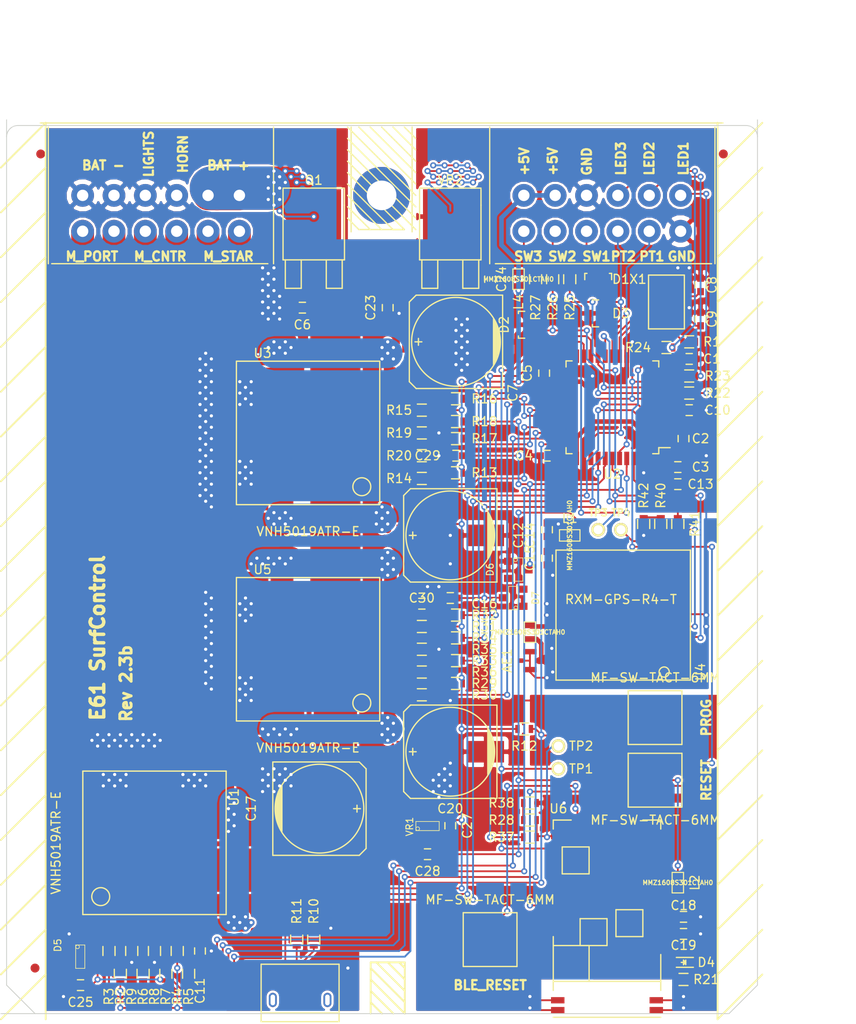
<source format=kicad_pcb>
(kicad_pcb (version 4) (host pcbnew 4.0.4+dfsg1-stable)
  (title_block (title "E61 SurfControl") (date 2017-04-30) (rev 2.3b) (company "E61 Inc"))
  (layers (0 F.Cu signal) (31 B.Cu signal) (34 B.Paste user) (35 F.Paste user) (36 B.SilkS user) (37 F.SilkS user) (38 B.Mask user) (39 F.Mask user) (44 Edge.Cuts user))
  (net 0 "")
  (net 1 +3.3V)
  (net 2 +5V)
  (net 3 +BATT)
  (net 4 /GPS_RX)
  (net 5 /GPS_TX)
  (net 6 /LED1)
  (net 7 /LED2)
  (net 8 /LED3)
  (net 9 /MOT1_CS)
  (net 10 /MOT1_INA)
  (net 11 /MOT1_INB)
  (net 12 /MOT1_OUTA)
  (net 13 /MOT1_OUTB)
  (net 14 /MOT1_PWM)
  (net 15 /MOT2_CS)
  (net 16 /MOT2_INA)
  (net 17 /MOT2_INB)
  (net 18 /MOT2_OUTA)
  (net 19 /MOT2_OUTB)
  (net 20 /MOT2_PWM)
  (net 21 /MOT3_CS)
  (net 22 /MOT3_INA)
  (net 23 /MOT3_INB)
  (net 24 /MOT3_OUTA)
  (net 25 /MOT3_OUTB)
  (net 26 /MOT3_PWM)
  (net 27 /POT1)
  (net 28 /POT2)
  (net 29 /RESET)
  (net 30 /RF_IN)
  (net 31 /SW1)
  (net 32 /SW2)
  (net 33 /SW3)
  (net 34 GND)
  (net 35 "Net-(C8-Pad2)")
  (net 36 "Net-(C9-Pad2)")
  (net 37 "Net-(C10-Pad1)")
  (net 38 "Net-(C13-Pad1)")
  (net 39 "Net-(C14-Pad2)")
  (net 40 "Net-(C24-Pad1)")
  (net 41 "Net-(CON1-Pad2)")
  (net 42 "Net-(CON1-Pad3)")
  (net 43 "Net-(L5-Pad2)")
  (net 44 "Net-(R2-Pad2)")
  (net 45 "Net-(R3-Pad2)")
  (net 46 "Net-(R4-Pad2)")
  (net 47 "Net-(R5-Pad2)")
  (net 48 "Net-(R6-Pad2)")
  (net 49 "Net-(R7-Pad1)")
  (net 50 "Net-(R9-Pad1)")
  (net 51 "Net-(R10-Pad1)")
  (net 52 "Net-(R11-Pad1)")
  (net 53 "Net-(R13-Pad2)")
  (net 54 "Net-(R14-Pad2)")
  (net 55 "Net-(R15-Pad2)")
  (net 56 "Net-(R16-Pad2)")
  (net 57 "Net-(R17-Pad2)")
  (net 58 "Net-(R18-Pad1)")
  (net 59 "Net-(R20-Pad1)")
  (net 60 "Net-(R29-Pad2)")
  (net 61 "Net-(R30-Pad2)")
  (net 62 "Net-(R31-Pad2)")
  (net 63 "Net-(R32-Pad2)")
  (net 64 "Net-(R33-Pad2)")
  (net 65 "Net-(R34-Pad1)")
  (net 66 "Net-(R36-Pad1)")
  (net 67 "Net-(R40-Pad1)")
  (net 68 "Net-(CON1-Pad4)")
  (net 69 /BLE_VDD)
  (net 70 "Net-(D4-Pad1)")
  (net 71 "Net-(FID1-Pad1)")
  (net 72 "Net-(FID2-Pad1)")
  (net 73 "Net-(FID3-Pad1)")
  (net 74 /BLE_MODE)
  (net 75 /BLE_RX)
  (net 76 /BLE_TX)
  (net 77 "Net-(R21-Pad2)")
  (net 78 "Net-(R28-Pad1)")
  (net 79 /BLE_RESET)
  (net 80 "Net-(U1-Pad11)")
  (net 81 "Net-(U2-Pad1)")
  (net 82 "Net-(U2-Pad22)")
  (net 83 "Net-(U3-Pad11)")
  (net 84 "Net-(U4-Pad1)")
  (net 85 "Net-(U4-Pad3)")
  (net 86 "Net-(U4-Pad6)")
  (net 87 "Net-(U4-Pad7)")
  (net 88 "Net-(U4-Pad8)")
  (net 89 "Net-(U4-Pad9)")
  (net 90 "Net-(U4-Pad10)")
  (net 91 "Net-(U4-Pad13)")
  (net 92 "Net-(U4-Pad14)")
  (net 93 "Net-(U4-Pad15)")
  (net 94 "Net-(U4-Pad16)")
  (net 95 "Net-(U5-Pad11)")
  (net 96 /BLE_RX_ADJ)
  (net 97 /GPS_RX_ADJ)
  (net 98 "Net-(U4-Pad2)")
  (net 99 +15V)
  (net 100 "Net-(P3-Pad16)")
  (net 101 "Net-(P3-Pad17)")
  (net 102 "Net-(P3-Pad18)")
  (net 103 "Net-(P3-Pad19)")
  (net 104 "Net-(P3-Pad20)")
  (net 105 "Net-(P3-Pad21)")
  (module Resistors_SMD:R_0603 (layer F.Cu) (at 69.925 121.11 270)
    (fp_text reference R10 (at -3.175 0 270) (layer F.SilkS))
    (fp_text value MF-RES-0603-22)
    (pad 1 smd rect (at -0.75 0 270) (size 0.5 0.9) (layers F.Cu F.Paste F.Mask) (net 51 "Net-(R10-Pad1)"))
    (pad 2 smd rect (at 0.75 0 270) (size 0.5 0.9) (layers F.Cu F.Paste F.Mask) (net 42 "Net-(CON1-Pad3)"))
  )
  (module Capacitors_SMD:c_elec_10x10 (layer F.Cu) (at 85.165 76.025 180)
    (fp_text reference C12 (at -7.62 0 270) (layer F.SilkS))
    (fp_text value MF-CAP-10MM-470uF)
    (pad 1 smd rect (at 4.0005 0 180) (size 4.0005 2.4003) (layers F.Cu F.Paste F.Mask) (net 2 +5V))
    (pad 2 smd rect (at -4.0005 0 180) (size 4.0005 2.4003) (layers F.Cu F.Paste F.Mask) (net 34 GND))
  )
  (module Capacitors_SMD:C_0603 (layer F.Cu) (at 95.96 67.135 180)
    (fp_text reference C4 (at 2.54 0 180) (layer F.SilkS))
    (fp_text value 0.1uF)
    (pad 1 smd rect (at -0.75 0 180) (size 0.8 0.75) (layers F.Cu F.Paste F.Mask) (net 2 +5V))
    (pad 2 smd rect (at 0.75 0 180) (size 0.8 0.75) (layers F.Cu F.Paste F.Mask) (net 34 GND))
  )
  (module Housings_QFP:TQFP-44_10x10mm_Pitch0.8mm (layer F.Cu) (at 103.2625 61.7375 180)
    (fp_text reference U2 (at 0 -7.45 180) (layer F.SilkS))
    (fp_text value ATMEGA32U4-AU)
    (pad 1 smd rect (at -5.7 -4 180) (size 1.5 0.55) (layers F.Cu F.Paste F.Mask) (net 81 "Net-(U2-Pad1)"))
    (pad 2 smd rect (at -5.7 -3.2 180) (size 1.5 0.55) (layers F.Cu F.Paste F.Mask) (net 2 +5V))
    (pad 3 smd rect (at -5.7 -2.4 180) (size 1.5 0.55) (layers F.Cu F.Paste F.Mask) (net 52 "Net-(R11-Pad1)"))
    (pad 4 smd rect (at -5.7 -1.6 180) (size 1.5 0.55) (layers F.Cu F.Paste F.Mask) (net 51 "Net-(R10-Pad1)"))
    (pad 5 smd rect (at -5.7 -0.8 180) (size 1.5 0.55) (layers F.Cu F.Paste F.Mask) (net 34 GND))
    (pad 6 smd rect (at -5.7 0 180) (size 1.5 0.55) (layers F.Cu F.Paste F.Mask) (net 37 "Net-(C10-Pad1)"))
    (pad 7 smd rect (at -5.7 0.8 180) (size 1.5 0.55) (layers F.Cu F.Paste F.Mask) (net 2 +5V))
    (pad 8 smd rect (at -5.7 1.6 180) (size 1.5 0.55) (layers F.Cu F.Paste F.Mask) (net 32 /SW2))
    (pad 9 smd rect (at -5.7 2.4 180) (size 1.5 0.55) (layers F.Cu F.Paste F.Mask) (net 33 /SW3))
    (pad 10 smd rect (at -5.7 3.2 180) (size 1.5 0.55) (layers F.Cu F.Paste F.Mask) (net 6 /LED1))
    (pad 11 smd rect (at -5.7 4 180) (size 1.5 0.55) (layers F.Cu F.Paste F.Mask) (net 7 /LED2))
    (pad 12 smd rect (at -4 5.7 270) (size 1.5 0.55) (layers F.Cu F.Paste F.Mask) (net 8 /LED3))
    (pad 13 smd rect (at -3.2 5.7 270) (size 1.5 0.55) (layers F.Cu F.Paste F.Mask) (net 29 /RESET))
    (pad 14 smd rect (at -2.4 5.7 270) (size 1.5 0.55) (layers F.Cu F.Paste F.Mask) (net 2 +5V))
    (pad 15 smd rect (at -1.6 5.7 270) (size 1.5 0.55) (layers F.Cu F.Paste F.Mask) (net 34 GND))
    (pad 16 smd rect (at -0.8 5.7 270) (size 1.5 0.55) (layers F.Cu F.Paste F.Mask) (net 36 "Net-(C9-Pad2)"))
    (pad 17 smd rect (at 0 5.7 270) (size 1.5 0.55) (layers F.Cu F.Paste F.Mask) (net 35 "Net-(C8-Pad2)"))
    (pad 18 smd rect (at 0.8 5.7 270) (size 1.5 0.55) (layers F.Cu F.Paste F.Mask) (net 4 /GPS_RX))
    (pad 19 smd rect (at 1.6 5.7 270) (size 1.5 0.55) (layers F.Cu F.Paste F.Mask) (net 5 /GPS_TX))
    (pad 20 smd rect (at 2.4 5.7 270) (size 1.5 0.55) (layers F.Cu F.Paste F.Mask) (net 76 /BLE_TX))
    (pad 21 smd rect (at 3.2 5.7 270) (size 1.5 0.55) (layers F.Cu F.Paste F.Mask) (net 75 /BLE_RX))
    (pad 22 smd rect (at 4 5.7 270) (size 1.5 0.55) (layers F.Cu F.Paste F.Mask) (net 82 "Net-(U2-Pad22)"))
    (pad 23 smd rect (at 5.7 4 180) (size 1.5 0.55) (layers F.Cu F.Paste F.Mask) (net 34 GND))
    (pad 24 smd rect (at 5.7 3.2 180) (size 1.5 0.55) (layers F.Cu F.Paste F.Mask) (net 2 +5V))
    (pad 25 smd rect (at 5.7 2.4 180) (size 1.5 0.55) (layers F.Cu F.Paste F.Mask) (net 26 /MOT3_PWM))
    (pad 26 smd rect (at 5.7 1.6 180) (size 1.5 0.55) (layers F.Cu F.Paste F.Mask) (net 23 /MOT3_INB))
    (pad 27 smd rect (at 5.7 0.8 180) (size 1.5 0.55) (layers F.Cu F.Paste F.Mask) (net 22 /MOT3_INA))
    (pad 28 smd rect (at 5.7 0 180) (size 1.5 0.55) (layers F.Cu F.Paste F.Mask) (net 20 /MOT2_PWM))
    (pad 29 smd rect (at 5.7 -0.8 180) (size 1.5 0.55) (layers F.Cu F.Paste F.Mask) (net 17 /MOT2_INB))
    (pad 30 smd rect (at 5.7 -1.6 180) (size 1.5 0.55) (layers F.Cu F.Paste F.Mask) (net 16 /MOT2_INA))
    (pad 31 smd rect (at 5.7 -2.4 180) (size 1.5 0.55) (layers F.Cu F.Paste F.Mask) (net 14 /MOT1_PWM))
    (pad 32 smd rect (at 5.7 -3.2 180) (size 1.5 0.55) (layers F.Cu F.Paste F.Mask) (net 11 /MOT1_INB))
    (pad 33 smd rect (at 5.7 -4 180) (size 1.5 0.55) (layers F.Cu F.Paste F.Mask) (net 10 /MOT1_INA))
    (pad 34 smd rect (at 4 -5.7 270) (size 1.5 0.55) (layers F.Cu F.Paste F.Mask) (net 2 +5V))
    (pad 35 smd rect (at 3.2 -5.7 270) (size 1.5 0.55) (layers F.Cu F.Paste F.Mask) (net 34 GND))
    (pad 36 smd rect (at 2.4 -5.7 270) (size 1.5 0.55) (layers F.Cu F.Paste F.Mask) (net 28 /POT2))
    (pad 37 smd rect (at 1.6 -5.7 270) (size 1.5 0.55) (layers F.Cu F.Paste F.Mask) (net 21 /MOT3_CS))
    (pad 38 smd rect (at 0.8 -5.7 270) (size 1.5 0.55) (layers F.Cu F.Paste F.Mask) (net 15 /MOT2_CS))
    (pad 39 smd rect (at 0 -5.7 270) (size 1.5 0.55) (layers F.Cu F.Paste F.Mask) (net 9 /MOT1_CS))
    (pad 40 smd rect (at -0.8 -5.7 270) (size 1.5 0.55) (layers F.Cu F.Paste F.Mask) (net 27 /POT1))
    (pad 41 smd rect (at -1.6 -5.7 270) (size 1.5 0.55) (layers F.Cu F.Paste F.Mask) (net 31 /SW1))
    (pad 42 smd rect (at -2.4 -5.7 270) (size 1.5 0.55) (layers F.Cu F.Paste F.Mask) (net 38 "Net-(C13-Pad1)"))
    (pad 43 smd rect (at -3.2 -5.7 270) (size 1.5 0.55) (layers F.Cu F.Paste F.Mask) (net 34 GND))
    (pad 44 smd rect (at -4 -5.7 270) (size 1.5 0.55) (layers F.Cu F.Paste F.Mask) (net 2 +5V))
  )
  (module Pin_Headers:Pin_Header_Straight_1x01 (layer F.Cu) (at 97.23 99.52)
    (fp_text reference TP2 (at 2.54 0) (layer F.SilkS))
    (fp_text value TEST_1P)
    (pad 1 thru_hole circle (at 0 0) (size 1.524 1.524) (drill 1.016) (layers *.Cu *.Mask F.SilkS) (net 96 /BLE_RX_ADJ))
  )
  (module Pin_Headers:Pin_Header_Straight_1x01 (layer F.Cu) (at 97.23 102.06)
    (fp_text reference TP1 (at 2.54 0) (layer F.SilkS))
    (fp_text value TEST_1P)
    (pad 1 thru_hole circle (at 0 0) (size 1.524 1.524) (drill 1.016) (layers *.Cu *.Mask F.SilkS) (net 76 /BLE_TX))
  )
  (module Pin_Headers:Pin_Header_Straight_1x01 (layer F.Cu) (at 104.215 75.39)
    (fp_text reference TP4 (at 0 -1.905) (layer F.SilkS) (effects (font (size 0.762 0.762) (thickness 0.1905))))
    (fp_text value TEST_1P)
    (pad 1 thru_hole circle (at 0 0) (size 1.524 1.524) (drill 1.016) (layers *.Cu *.Mask F.SilkS) (net 97 /GPS_RX_ADJ))
  )
  (module Pin_Headers:Pin_Header_Straight_1x01 (layer F.Cu) (at 101.675 75.39)
    (fp_text reference TP3 (at 0 -1.905) (layer F.SilkS) (effects (font (size 0.762 0.762) (thickness 0.1905))))
    (fp_text value TEST_1P)
    (pad 1 thru_hole circle (at 0 0) (size 1.524 1.524) (drill 1.016) (layers *.Cu *.Mask F.SilkS) (net 5 /GPS_TX))
  )
  (module TO_SOT_Packages_SMD:TO-252-2Lead (layer F.Cu) (at 85.165 46.815)
    (fp_text reference VR2 (at 0 -10.414) (layer F.SilkS))
    (fp_text value L7805CDT-TR)
    (pad VI smd rect (at -2.286 0) (size 1.651 3.048) (layers F.Cu F.Paste F.Mask) (net 99 +15V))
    (pad GND smd rect (at 0 -6.35) (size 6.096 6.096) (layers F.Cu F.Paste F.Mask) (net 34 GND))
    (pad VO smd rect (at 2.286 0) (size 1.651 3.048) (layers F.Cu F.Paste F.Mask) (net 40 "Net-(C24-Pad1)"))
  )
  (module TO_SOT_Packages_SMD:TO-252-2Lead (layer F.Cu) (at 69.925 46.815)
    (fp_text reference Q1 (at 0 -10.414) (layer F.SilkS))
    (fp_text value AOD4185)
    (pad G smd rect (at -2.286 0) (size 1.651 3.048) (layers F.Cu F.Paste F.Mask) (net 34 GND))
    (pad D smd rect (at 0 -6.35) (size 6.096 6.096) (layers F.Cu F.Paste F.Mask) (net 3 +BATT))
    (pad S smd rect (at 2.286 0) (size 1.651 3.048) (layers F.Cu F.Paste F.Mask) (net 99 +15V))
  )
  (module Capacitors_SMD:C_0603 (layer F.Cu) (at 111.835 56.34)
    (fp_text reference C1 (at 2.54 0) (layer F.SilkS))
    (fp_text value 0.1uF)
    (pad 1 smd rect (at -0.75 0) (size 0.8 0.75) (layers F.Cu F.Paste F.Mask) (net 2 +5V))
    (pad 2 smd rect (at 0.75 0) (size 0.8 0.75) (layers F.Cu F.Paste F.Mask) (net 34 GND))
  )
  (module Capacitors_SMD:C_0603 (layer F.Cu) (at 111.2 65.23 270)
    (fp_text reference C2 (at 0 -1.905 360) (layer F.SilkS))
    (fp_text value 0.1uF)
    (pad 1 smd rect (at -0.75 0 270) (size 0.8 0.75) (layers F.Cu F.Paste F.Mask) (net 2 +5V))
    (pad 2 smd rect (at 0.75 0 270) (size 0.8 0.75) (layers F.Cu F.Paste F.Mask) (net 34 GND))
  )
  (module Capacitors_SMD:C_0603 (layer F.Cu) (at 110.565 68.405)
    (fp_text reference C3 (at 2.54 0) (layer F.SilkS))
    (fp_text value 0.1uF)
    (pad 1 smd rect (at -0.75 0) (size 0.8 0.75) (layers F.Cu F.Paste F.Mask) (net 2 +5V))
    (pad 2 smd rect (at 0.75 0) (size 0.8 0.75) (layers F.Cu F.Paste F.Mask) (net 34 GND))
  )
  (module Capacitors_SMD:C_0603 (layer F.Cu) (at 95.6425 57.9275 90)
    (fp_text reference C5 (at 0 -1.9 90) (layer F.SilkS))
    (fp_text value 0.1uF)
    (pad 1 smd rect (at -0.75 0 90) (size 0.8 0.75) (layers F.Cu F.Paste F.Mask) (net 2 +5V))
    (pad 2 smd rect (at 0.75 0 90) (size 0.8 0.75) (layers F.Cu F.Paste F.Mask) (net 34 GND))
  )
  (module Capacitors_SMD:C_0603 (layer F.Cu) (at 68.655 50.625 180)
    (fp_text reference C6 (at 0 -1.9 180) (layer F.SilkS))
    (fp_text value 0.1uF)
    (pad 1 smd rect (at -0.75 0 180) (size 0.8 0.75) (layers F.Cu F.Paste F.Mask) (net 99 +15V))
    (pad 2 smd rect (at 0.75 0 180) (size 0.8 0.75) (layers F.Cu F.Paste F.Mask) (net 34 GND))
  )
  (module Capacitors_SMD:c_elec_10x10 (layer F.Cu) (at 85.8 54.435 180)
    (fp_text reference C7 (at -6.35 -5.715 450) (layer F.SilkS))
    (fp_text value MF-CAP-10MM-470uF)
    (pad 1 smd rect (at 4.0005 0 180) (size 4.0005 2.4003) (layers F.Cu F.Paste F.Mask) (net 99 +15V))
    (pad 2 smd rect (at -4.0005 0 180) (size 4.0005 2.4003) (layers F.Cu F.Paste F.Mask) (net 34 GND))
  )
  (module Capacitors_SMD:C_0603 (layer F.Cu) (at 113.105 48.085 270)
    (fp_text reference C8 (at 0 -1.27 270) (layer F.SilkS))
    (fp_text value 18pF)
    (pad 1 smd rect (at -0.75 0 270) (size 0.8 0.75) (layers F.Cu F.Paste F.Mask) (net 34 GND))
    (pad 2 smd rect (at 0.75 0 270) (size 0.8 0.75) (layers F.Cu F.Paste F.Mask) (net 35 "Net-(C8-Pad2)"))
  )
  (module Capacitors_SMD:C_0603 (layer F.Cu) (at 113.105 51.895 270)
    (fp_text reference C9 (at 0 -1.27 450) (layer F.SilkS))
    (fp_text value 18pF)
    (pad 1 smd rect (at -0.75 0 270) (size 0.8 0.75) (layers F.Cu F.Paste F.Mask) (net 34 GND))
    (pad 2 smd rect (at 0.75 0 270) (size 0.8 0.75) (layers F.Cu F.Paste F.Mask) (net 36 "Net-(C9-Pad2)"))
  )
  (module Capacitors_SMD:C_0603 (layer F.Cu) (at 111.835 62.055)
    (fp_text reference C10 (at 3.175 0 180) (layer F.SilkS))
    (fp_text value 1uF)
    (pad 1 smd rect (at -0.75 0) (size 0.8 0.75) (layers F.Cu F.Paste F.Mask) (net 37 "Net-(C10-Pad1)"))
    (pad 2 smd rect (at 0.75 0) (size 0.8 0.75) (layers F.Cu F.Paste F.Mask) (net 34 GND))
  )
  (module Capacitors_SMD:C_0603 (layer F.Cu) (at 57.225 122.38 270)
    (fp_text reference C11 (at 4.445 0 270) (layer F.SilkS))
    (fp_text value 0.1uF)
    (pad 1 smd rect (at -0.75 0 270) (size 0.8 0.75) (layers F.Cu F.Paste F.Mask) (net 99 +15V))
    (pad 2 smd rect (at 0.75 0 270) (size 0.8 0.75) (layers F.Cu F.Paste F.Mask) (net 34 GND))
  )
  (module Capacitors_SMD:C_0603 (layer F.Cu) (at 110.565 70.31)
    (fp_text reference C13 (at 2.54 0) (layer F.SilkS))
    (fp_text value 0.1uF)
    (pad 1 smd rect (at -0.75 0) (size 0.8 0.75) (layers F.Cu F.Paste F.Mask) (net 38 "Net-(C13-Pad1)"))
    (pad 2 smd rect (at 0.75 0) (size 0.8 0.75) (layers F.Cu F.Paste F.Mask) (net 34 GND))
  )
  (module Capacitors_SMD:C_0603 (layer F.Cu) (at 95.96 75.39 270)
    (fp_text reference C14 (at 0.635 1.905 270) (layer F.SilkS))
    (fp_text value 0.1uF)
    (pad 1 smd rect (at -0.75 0 270) (size 0.8 0.75) (layers F.Cu F.Paste F.Mask) (net 34 GND))
    (pad 2 smd rect (at 0.75 0 270) (size 0.8 0.75) (layers F.Cu F.Paste F.Mask) (net 39 "Net-(C14-Pad2)"))
  )
  (module Capacitors_SMD:C_0603 (layer F.Cu) (at 95.96 78.565 90)
    (fp_text reference C15 (at 0 -1.905 90) (layer F.SilkS))
    (fp_text value CL10A106MQ8NNNC)
    (pad 1 smd rect (at -0.75 0 90) (size 0.8 0.75) (layers F.Cu F.Paste F.Mask) (net 34 GND))
    (pad 2 smd rect (at 0.75 0 90) (size 0.8 0.75) (layers F.Cu F.Paste F.Mask) (net 39 "Net-(C14-Pad2)"))
  )
  (module Capacitors_SMD:C_0603 (layer F.Cu) (at 81.99 83.645)
    (fp_text reference C16 (at 6.985 0) (layer F.SilkS))
    (fp_text value 0.1uF)
    (pad 1 smd rect (at -0.75 0) (size 0.8 0.75) (layers F.Cu F.Paste F.Mask) (net 99 +15V))
    (pad 2 smd rect (at 0.75 0) (size 0.8 0.75) (layers F.Cu F.Paste F.Mask) (net 34 GND))
  )
  (module Capacitors_SMD:c_elec_10x10 (layer F.Cu) (at 70.56 106.505)
    (fp_text reference C17 (at -7.62 0 90) (layer F.SilkS))
    (fp_text value MF-CAP-10MM-470uF)
    (pad 1 smd rect (at 4.0005 0) (size 4.0005 2.4003) (layers F.Cu F.Paste F.Mask) (net 99 +15V))
    (pad 2 smd rect (at -4.0005 0) (size 4.0005 2.4003) (layers F.Cu F.Paste F.Mask) (net 34 GND))
  )
  (module Capacitors_SMD:C_0603 (layer F.Cu) (at 78.18 50.625 270)
    (fp_text reference C23 (at 0 1.905 270) (layer F.SilkS))
    (fp_text value 1uF)
    (pad 1 smd rect (at -0.75 0 270) (size 0.8 0.75) (layers F.Cu F.Paste F.Mask) (net 99 +15V))
    (pad 2 smd rect (at 0.75 0 270) (size 0.8 0.75) (layers F.Cu F.Paste F.Mask) (net 34 GND))
  )
  (module Capacitors_SMD:C_0603 (layer F.Cu) (at 89.61 47.45 90)
    (fp_text reference C24 (at 0 1.27 90) (layer F.SilkS))
    (fp_text value 1uF)
    (pad 1 smd rect (at -0.75 0 90) (size 0.8 0.75) (layers F.Cu F.Paste F.Mask) (net 40 "Net-(C24-Pad1)"))
    (pad 2 smd rect (at 0.75 0 90) (size 0.8 0.75) (layers F.Cu F.Paste F.Mask) (net 34 GND))
  )
  (module Capacitors_SMD:C_0603 (layer F.Cu) (at 43.89 126.19 180)
    (fp_text reference C25 (at 0 -1.905 180) (layer F.SilkS))
    (fp_text value 1uF)
    (pad 1 smd rect (at -0.75 0 180) (size 0.8 0.75) (layers F.Cu F.Paste F.Mask) (net 9 /MOT1_CS))
    (pad 2 smd rect (at 0.75 0 180) (size 0.8 0.75) (layers F.Cu F.Paste F.Mask) (net 34 GND))
  )
  (module Capacitors_SMD:C_0603 (layer F.Cu) (at 85.165 108.41 270)
    (fp_text reference C27 (at 0 -1.9 270) (layer F.SilkS))
    (fp_text value 1uF)
    (pad 1 smd rect (at -0.75 0 270) (size 0.8 0.75) (layers F.Cu F.Paste F.Mask) (net 2 +5V))
    (pad 2 smd rect (at 0.75 0 270) (size 0.8 0.75) (layers F.Cu F.Paste F.Mask) (net 34 GND))
  )
  (module Capacitors_SMD:C_0603 (layer F.Cu) (at 82.625 111.585 180)
    (fp_text reference C28 (at 0 -1.9 180) (layer F.SilkS))
    (fp_text value 1uF)
    (pad 1 smd rect (at -0.75 0 180) (size 0.8 0.75) (layers F.Cu F.Paste F.Mask) (net 1 +3.3V))
    (pad 2 smd rect (at 0.75 0 180) (size 0.8 0.75) (layers F.Cu F.Paste F.Mask) (net 34 GND))
  )
  (module Capacitors_SMD:C_0603 (layer F.Cu) (at 85.8 67.135 180)
    (fp_text reference C29 (at 3.175 0 180) (layer F.SilkS))
    (fp_text value 1uF)
    (pad 1 smd rect (at -0.75 0 180) (size 0.8 0.75) (layers F.Cu F.Paste F.Mask) (net 15 /MOT2_CS))
    (pad 2 smd rect (at 0.75 0 180) (size 0.8 0.75) (layers F.Cu F.Paste F.Mask) (net 34 GND))
  )
  (module Capacitors_SMD:C_0603 (layer F.Cu) (at 85.165 83.01 180)
    (fp_text reference C30 (at 3.175 0 180) (layer F.SilkS))
    (fp_text value 1uF)
    (pad 1 smd rect (at -0.75 0 180) (size 0.8 0.75) (layers F.Cu F.Paste F.Mask) (net 21 /MOT3_CS))
    (pad 2 smd rect (at 0.75 0 180) (size 0.8 0.75) (layers F.Cu F.Paste F.Mask) (net 34 GND))
  )
  (module TO_SOT_Packages_SMD:SOT-23 (layer F.Cu) (at 101.675 47.45)
    (fp_text reference D1 (at 2.54 0) (layer F.SilkS))
    (fp_text value PESD5V0U2BT,215)
    (pad 1 smd rect (at -0.95 1.00076) (size 0.8001 0.8001) (layers F.Cu F.Paste F.Mask) (net 31 /SW1))
    (pad 2 smd rect (at 0.95 1.00076) (size 0.8001 0.8001) (layers F.Cu F.Paste F.Mask) (net 2 +5V))
    (pad 3 smd rect (at 0 -0.99822) (size 0.8001 0.8001) (layers F.Cu F.Paste F.Mask) (net 34 GND))
  )
  (module TO_SOT_Packages_SMD:SOT-23 (layer F.Cu) (at 93.42 52.53 90)
    (fp_text reference D2 (at 0 -2.25 90) (layer F.SilkS))
    (fp_text value PESD5V0U2BT,215)
    (pad 1 smd rect (at -0.95 1.00076 90) (size 0.8001 0.8001) (layers F.Cu F.Paste F.Mask) (net 32 /SW2))
    (pad 2 smd rect (at 0.95 1.00076 90) (size 0.8001 0.8001) (layers F.Cu F.Paste F.Mask) (net 33 /SW3))
    (pad 3 smd rect (at 0 -0.99822 90) (size 0.8001 0.8001) (layers F.Cu F.Paste F.Mask) (net 34 GND))
  )
  (module TO_SOT_Packages_SMD:SOT-23 (layer F.Cu) (at 101.675 51.26 90)
    (fp_text reference D3 (at 0 2.54 180) (layer F.SilkS))
    (fp_text value PESD5V0U2BT,215)
    (pad 1 smd rect (at -0.95 1.00076 90) (size 0.8001 0.8001) (layers F.Cu F.Paste F.Mask) (net 27 /POT1))
    (pad 2 smd rect (at 0.95 1.00076 90) (size 0.8001 0.8001) (layers F.Cu F.Paste F.Mask) (net 28 /POT2))
    (pad 3 smd rect (at 0 -0.99822 90) (size 0.8001 0.8001) (layers F.Cu F.Paste F.Mask) (net 34 GND))
  )
  (module LEDs:LED_0603 (layer F.Cu) (at 111.2 123.65 180)
    (fp_text reference D4 (at -2.54 0 180) (layer F.SilkS))
    (fp_text value MF-LED-0603-RED)
    (pad 2 smd rect (at 0.7493 0) (size 0.79756 0.79756) (layers F.Cu F.Paste F.Mask) (net 69 /BLE_VDD))
    (pad 1 smd rect (at -0.7493 0) (size 0.79756 0.79756) (layers F.Cu F.Paste F.Mask) (net 70 "Net-(D4-Pad1)"))
  )
  (module surfcontrol:FIDUCIAL (layer F.Cu) (at 115.645 33.48)
    (fp_text reference FID1 hide)
    (fp_text value FIDUCIAL hide)
    (pad 1 smd circle (at 0 0) (size 1 1) (layers F.Cu F.Mask) (net 71 "Net-(FID1-Pad1)") (clearance 2))
  )
  (module surfcontrol:FIDUCIAL (layer F.Cu) (at 39.445 33.48)
    (fp_text reference FID2 hide)
    (fp_text value FIDUCIAL hide)
    (pad 1 smd circle (at 0 0) (size 1 1) (layers F.Cu F.Mask) (net 72 "Net-(FID2-Pad1)") (clearance 2))
  )
  (module surfcontrol:FIDUCIAL (layer F.Cu) (at 38.81 124.285)
    (fp_text reference FID3 hide)
    (fp_text value FIDUCIAL hide)
    (pad 1 smd circle (at 0 0) (size 1 1) (layers F.Cu F.Mask) (net 73 "Net-(FID3-Pad1)") (clearance 2))
  )
  (module surfcontrol:SM0603_VALUE (layer F.Cu) (at 98.5 76.025 180)
    (fp_text reference L1 (at 0 1.905 180) (layer F.SilkS) (effects (font (thickness 0.14986))))
    (fp_text value MMZ1608S301CTAH0 (at 0 0 270) (layer F.SilkS) (effects (font (size 0.508 0.508) (thickness 0.1143))))
    (pad 1 smd rect (at -0.762 0 180) (size 0.635 1.143) (layers F.Cu F.Paste F.Mask) (net 1 +3.3V))
    (pad 2 smd rect (at 0.762 0 180) (size 0.635 1.143) (layers F.Cu F.Paste F.Mask) (net 39 "Net-(C14-Pad2)"))
  )
  (module surfcontrol:SM0603_VALUE (layer F.Cu) (at 110.565 114.76 270)
    (fp_text reference L2 (at 0 -1.905 270) (layer F.SilkS) (effects (font (thickness 0.14986))))
    (fp_text value MMZ1608S301CTAH0 (at 0 0 360) (layer F.SilkS) (effects (font (size 0.508 0.508) (thickness 0.1143))))
    (pad 1 smd rect (at -0.762 0 270) (size 0.635 1.143) (layers F.Cu F.Paste F.Mask) (net 1 +3.3V))
    (pad 2 smd rect (at 0.762 0 270) (size 0.635 1.143) (layers F.Cu F.Paste F.Mask) (net 69 /BLE_VDD))
  )
  (module surfcontrol:SM0603_VALUE (layer F.Cu) (at 92.785 47.45 270)
    (fp_text reference L4 (at 2.54 0 450) (layer F.SilkS) (effects (font (thickness 0.14986))))
    (fp_text value MMZ1608S301CTAH0 (at 0 0 360) (layer F.SilkS) (effects (font (size 0.508 0.508) (thickness 0.1143))))
    (pad 1 smd rect (at -0.762 0 270) (size 0.635 1.143) (layers F.Cu F.Paste F.Mask) (net 40 "Net-(C24-Pad1)"))
    (pad 2 smd rect (at 0.762 0 270) (size 0.635 1.143) (layers F.Cu F.Paste F.Mask) (net 2 +5V))
  )
  (module surfcontrol:SM0603_VALUE (layer F.Cu) (at 94.055 86.82 90)
    (fp_text reference L5 hide)
    (fp_text value MMZ1608S301CTAH0 (at 0 0 180) (layer F.SilkS) (effects (font (size 0.508 0.508) (thickness 0.1143))))
    (pad 1 smd rect (at -0.762 0 90) (size 0.635 1.143) (layers F.Cu F.Paste F.Mask) (net 30 /RF_IN))
    (pad 2 smd rect (at 0.762 0 90) (size 0.635 1.143) (layers F.Cu F.Paste F.Mask) (net 43 "Net-(L5-Pad2)"))
  )
  (module Resistors_SMD:R_0603 (layer F.Cu) (at 111.835 54.435)
    (fp_text reference R1 (at 2.54 0) (layer F.SilkS))
    (fp_text value 1k)
    (pad 1 smd rect (at -0.75 0) (size 0.5 0.9) (layers F.Cu F.Paste F.Mask) (net 29 /RESET))
    (pad 2 smd rect (at 0.75 0) (size 0.5 0.9) (layers F.Cu F.Paste F.Mask) (net 2 +5V))
  )
  (module Resistors_SMD:R_0603 (layer F.Cu) (at 48.335 124.92 90)
    (fp_text reference R2 (at -2.54 0 90) (layer F.SilkS))
    (fp_text value 1k)
    (pad 1 smd rect (at -0.75 0 90) (size 0.5 0.9) (layers F.Cu F.Paste F.Mask) (net 2 +5V))
    (pad 2 smd rect (at 0.75 0 90) (size 0.5 0.9) (layers F.Cu F.Paste F.Mask) (net 44 "Net-(R2-Pad2)"))
  )
  (module Resistors_SMD:R_0603 (layer F.Cu) (at 47.065 122.38 90)
    (fp_text reference R3 (at -5.08 0 90) (layer F.SilkS))
    (fp_text value 1k)
    (pad 1 smd rect (at -0.75 0 90) (size 0.5 0.9) (layers F.Cu F.Paste F.Mask) (net 10 /MOT1_INA))
    (pad 2 smd rect (at 0.75 0 90) (size 0.5 0.9) (layers F.Cu F.Paste F.Mask) (net 45 "Net-(R3-Pad2)"))
  )
  (module Resistors_SMD:R_0603 (layer F.Cu) (at 54.685 122.38 90)
    (fp_text reference R4 (at -5.08 0 90) (layer F.SilkS))
    (fp_text value 1k)
    (pad 1 smd rect (at -0.75 0 90) (size 0.5 0.9) (layers F.Cu F.Paste F.Mask) (net 2 +5V))
    (pad 2 smd rect (at 0.75 0 90) (size 0.5 0.9) (layers F.Cu F.Paste F.Mask) (net 46 "Net-(R4-Pad2)"))
  )
  (module Resistors_SMD:R_0603 (layer F.Cu) (at 55.955 124.92 90)
    (fp_text reference R5 (at -2.54 0 90) (layer F.SilkS))
    (fp_text value 1k)
    (pad 1 smd rect (at -0.75 0 90) (size 0.5 0.9) (layers F.Cu F.Paste F.Mask) (net 11 /MOT1_INB))
    (pad 2 smd rect (at 0.75 0 90) (size 0.5 0.9) (layers F.Cu F.Paste F.Mask) (net 47 "Net-(R5-Pad2)"))
  )
  (module Resistors_SMD:R_0603 (layer F.Cu) (at 50.875 124.92 90)
    (fp_text reference R6 (at -2.54 0 90) (layer F.SilkS))
    (fp_text value 1k)
    (pad 1 smd rect (at -0.75 0 90) (size 0.5 0.9) (layers F.Cu F.Paste F.Mask) (net 14 /MOT1_PWM))
    (pad 2 smd rect (at 0.75 0 90) (size 0.5 0.9) (layers F.Cu F.Paste F.Mask) (net 48 "Net-(R6-Pad2)"))
  )
  (module Resistors_SMD:R_0603 (layer F.Cu) (at 53.415 124.92 270)
    (fp_text reference R7 (at 2.54 0 270) (layer F.SilkS))
    (fp_text value 1k)
    (pad 1 smd rect (at -0.75 0 270) (size 0.5 0.9) (layers F.Cu F.Paste F.Mask) (net 49 "Net-(R7-Pad1)"))
    (pad 2 smd rect (at 0.75 0 270) (size 0.5 0.9) (layers F.Cu F.Paste F.Mask) (net 9 /MOT1_CS))
  )
  (module Resistors_SMD:R_0603 (layer F.Cu) (at 52.145 122.38 90)
    (fp_text reference R8 (at -5.08 0 90) (layer F.SilkS))
    (fp_text value 1k)
    (pad 1 smd rect (at -0.75 0 90) (size 0.5 0.9) (layers F.Cu F.Paste F.Mask) (net 34 GND))
    (pad 2 smd rect (at 0.75 0 90) (size 0.5 0.9) (layers F.Cu F.Paste F.Mask) (net 49 "Net-(R7-Pad1)"))
  )
  (module Resistors_SMD:R_0603 (layer F.Cu) (at 49.605 122.38 270)
    (fp_text reference R9 (at 5.08 0 270) (layer F.SilkS))
    (fp_text value 1k)
    (pad 1 smd rect (at -0.75 0 270) (size 0.5 0.9) (layers F.Cu F.Paste F.Mask) (net 50 "Net-(R9-Pad1)"))
    (pad 2 smd rect (at 0.75 0 270) (size 0.5 0.9) (layers F.Cu F.Paste F.Mask) (net 34 GND))
  )
  (module Resistors_SMD:R_0603 (layer F.Cu) (at 68.02 121.11 270)
    (fp_text reference R11 (at -3.175 0 270) (layer F.SilkS))
    (fp_text value MF-RES-0603-22)
    (pad 1 smd rect (at -0.75 0 270) (size 0.5 0.9) (layers F.Cu F.Paste F.Mask) (net 52 "Net-(R11-Pad1)"))
    (pad 2 smd rect (at 0.75 0 270) (size 0.5 0.9) (layers F.Cu F.Paste F.Mask) (net 41 "Net-(CON1-Pad2)"))
  )
  (module Resistors_SMD:R_0603 (layer F.Cu) (at 93.42 97.615)
    (fp_text reference R12 (at 0 1.905) (layer F.SilkS))
    (fp_text value 1k)
    (pad 1 smd rect (at -0.75 0) (size 0.5 0.9) (layers F.Cu F.Paste F.Mask) (net 2 +5V))
    (pad 2 smd rect (at 0.75 0) (size 0.5 0.9) (layers F.Cu F.Paste F.Mask) (net 10 /MOT1_INA))
  )
  (module Resistors_SMD:R_0603 (layer F.Cu) (at 85.8 69.04 180)
    (fp_text reference R13 (at -3.175 0 180) (layer F.SilkS))
    (fp_text value 1k)
    (pad 1 smd rect (at -0.75 0 180) (size 0.5 0.9) (layers F.Cu F.Paste F.Mask) (net 2 +5V))
    (pad 2 smd rect (at 0.75 0 180) (size 0.5 0.9) (layers F.Cu F.Paste F.Mask) (net 53 "Net-(R13-Pad2)"))
  )
  (module Resistors_SMD:R_0603 (layer F.Cu) (at 81.99 69.675 180)
    (fp_text reference R14 (at 2.54 0 180) (layer F.SilkS))
    (fp_text value 1k)
    (pad 1 smd rect (at -0.75 0 180) (size 0.5 0.9) (layers F.Cu F.Paste F.Mask) (net 16 /MOT2_INA))
    (pad 2 smd rect (at 0.75 0 180) (size 0.5 0.9) (layers F.Cu F.Paste F.Mask) (net 54 "Net-(R14-Pad2)"))
  )
  (module Resistors_SMD:R_0603 (layer F.Cu) (at 81.99 62.055 180)
    (fp_text reference R15 (at 2.54 0 180) (layer F.SilkS))
    (fp_text value 1k)
    (pad 1 smd rect (at -0.75 0 180) (size 0.5 0.9) (layers F.Cu F.Paste F.Mask) (net 2 +5V))
    (pad 2 smd rect (at 0.75 0 180) (size 0.5 0.9) (layers F.Cu F.Paste F.Mask) (net 55 "Net-(R15-Pad2)"))
  )
  (module Resistors_SMD:R_0603 (layer F.Cu) (at 85.8 60.785 180)
    (fp_text reference R16 (at -3.175 0 180) (layer F.SilkS))
    (fp_text value 1k)
    (pad 1 smd rect (at -0.75 0 180) (size 0.5 0.9) (layers F.Cu F.Paste F.Mask) (net 17 /MOT2_INB))
    (pad 2 smd rect (at 0.75 0 180) (size 0.5 0.9) (layers F.Cu F.Paste F.Mask) (net 56 "Net-(R16-Pad2)"))
  )
  (module Resistors_SMD:R_0603 (layer F.Cu) (at 85.8 65.23 180)
    (fp_text reference R17 (at -3.175 0 180) (layer F.SilkS))
    (fp_text value 1k)
    (pad 1 smd rect (at -0.75 0 180) (size 0.5 0.9) (layers F.Cu F.Paste F.Mask) (net 20 /MOT2_PWM))
    (pad 2 smd rect (at 0.75 0 180) (size 0.5 0.9) (layers F.Cu F.Paste F.Mask) (net 57 "Net-(R17-Pad2)"))
  )
  (module Resistors_SMD:R_0603 (layer F.Cu) (at 85.8 63.325)
    (fp_text reference R18 (at 3.175 0) (layer F.SilkS))
    (fp_text value 1k)
    (pad 1 smd rect (at -0.75 0) (size 0.5 0.9) (layers F.Cu F.Paste F.Mask) (net 58 "Net-(R18-Pad1)"))
    (pad 2 smd rect (at 0.75 0) (size 0.5 0.9) (layers F.Cu F.Paste F.Mask) (net 15 /MOT2_CS))
  )
  (module Resistors_SMD:R_0603 (layer F.Cu) (at 81.99 64.595 180)
    (fp_text reference R19 (at 2.54 0 180) (layer F.SilkS))
    (fp_text value 1k)
    (pad 1 smd rect (at -0.75 0 180) (size 0.5 0.9) (layers F.Cu F.Paste F.Mask) (net 34 GND))
    (pad 2 smd rect (at 0.75 0 180) (size 0.5 0.9) (layers F.Cu F.Paste F.Mask) (net 58 "Net-(R18-Pad1)"))
  )
  (module Resistors_SMD:R_0603 (layer F.Cu) (at 81.99 67.135)
    (fp_text reference R20 (at -2.54 0) (layer F.SilkS))
    (fp_text value 1k)
    (pad 1 smd rect (at -0.75 0) (size 0.5 0.9) (layers F.Cu F.Paste F.Mask) (net 59 "Net-(R20-Pad1)"))
    (pad 2 smd rect (at 0.75 0) (size 0.5 0.9) (layers F.Cu F.Paste F.Mask) (net 34 GND))
  )
  (module Resistors_SMD:R_0603 (layer F.Cu) (at 111.835 60.15)
    (fp_text reference R22 (at 3.175 0) (layer F.SilkS))
    (fp_text value MF-RES-0603-100)
    (pad 1 smd rect (at -0.75 0) (size 0.5 0.9) (layers F.Cu F.Paste F.Mask) (net 6 /LED1))
    (pad 2 smd rect (at 0.75 0) (size 0.5 0.9) (layers F.Cu F.Paste F.Mask) (net 103 "Net-(P3-Pad19)"))
  )
  (module Resistors_SMD:R_0603 (layer F.Cu) (at 111.835 58.245)
    (fp_text reference R23 (at 3.175 0) (layer F.SilkS))
    (fp_text value MF-RES-0603-100)
    (pad 1 smd rect (at -0.75 0) (size 0.5 0.9) (layers F.Cu F.Paste F.Mask) (net 7 /LED2))
    (pad 2 smd rect (at 0.75 0) (size 0.5 0.9) (layers F.Cu F.Paste F.Mask) (net 104 "Net-(P3-Pad20)"))
  )
  (module Resistors_SMD:R_0603 (layer F.Cu) (at 109.295 55.07)
    (fp_text reference R24 (at -3.175 0) (layer F.SilkS))
    (fp_text value MF-RES-0603-100)
    (pad 1 smd rect (at -0.75 0) (size 0.5 0.9) (layers F.Cu F.Paste F.Mask) (net 8 /LED3))
    (pad 2 smd rect (at 0.75 0) (size 0.5 0.9) (layers F.Cu F.Paste F.Mask) (net 105 "Net-(P3-Pad21)"))
  )
  (module Resistors_SMD:R_0603 (layer F.Cu) (at 98.5 47.45 90)
    (fp_text reference R25 (at -3.175 0 90) (layer F.SilkS))
    (fp_text value 1k)
    (pad 1 smd rect (at -0.75 0 90) (size 0.5 0.9) (layers F.Cu F.Paste F.Mask) (net 31 /SW1))
    (pad 2 smd rect (at 0.75 0 90) (size 0.5 0.9) (layers F.Cu F.Paste F.Mask) (net 100 "Net-(P3-Pad16)"))
  )
  (module Resistors_SMD:R_0603 (layer F.Cu) (at 96.595 47.45 90)
    (fp_text reference R26 (at -3.175 0 90) (layer F.SilkS))
    (fp_text value 1k)
    (pad 1 smd rect (at -0.75 0 90) (size 0.5 0.9) (layers F.Cu F.Paste F.Mask) (net 32 /SW2))
    (pad 2 smd rect (at 0.75 0 90) (size 0.5 0.9) (layers F.Cu F.Paste F.Mask) (net 101 "Net-(P3-Pad17)"))
  )
  (module Resistors_SMD:R_0603 (layer F.Cu) (at 94.69 47.45 90)
    (fp_text reference R27 (at -3.175 0 90) (layer F.SilkS))
    (fp_text value 1k)
    (pad 1 smd rect (at -0.75 0 90) (size 0.5 0.9) (layers F.Cu F.Paste F.Mask) (net 33 /SW3))
    (pad 2 smd rect (at 0.75 0 90) (size 0.5 0.9) (layers F.Cu F.Paste F.Mask) (net 102 "Net-(P3-Pad18)"))
  )
  (module Resistors_SMD:R_0603 (layer F.Cu) (at 85.8 92.535 180)
    (fp_text reference R29 (at -3.175 0 180) (layer F.SilkS))
    (fp_text value 1k)
    (pad 1 smd rect (at -0.75 0 180) (size 0.5 0.9) (layers F.Cu F.Paste F.Mask) (net 2 +5V))
    (pad 2 smd rect (at 0.75 0 180) (size 0.5 0.9) (layers F.Cu F.Paste F.Mask) (net 60 "Net-(R29-Pad2)"))
  )
  (module Resistors_SMD:R_0603 (layer F.Cu) (at 81.99 93.805 180)
    (fp_text reference R30 (at -6.985 0 180) (layer F.SilkS))
    (fp_text value 1k)
    (pad 1 smd rect (at -0.75 0 180) (size 0.5 0.9) (layers F.Cu F.Paste F.Mask) (net 22 /MOT3_INA))
    (pad 2 smd rect (at 0.75 0 180) (size 0.5 0.9) (layers F.Cu F.Paste F.Mask) (net 61 "Net-(R30-Pad2)"))
  )
  (module Resistors_SMD:R_0603 (layer F.Cu) (at 81.99 86.185 180)
    (fp_text reference R31 (at -6.985 0 180) (layer F.SilkS))
    (fp_text value 1k)
    (pad 1 smd rect (at -0.75 0 180) (size 0.5 0.9) (layers F.Cu F.Paste F.Mask) (net 2 +5V))
    (pad 2 smd rect (at 0.75 0 180) (size 0.5 0.9) (layers F.Cu F.Paste F.Mask) (net 62 "Net-(R31-Pad2)"))
  )
  (module Resistors_SMD:R_0603 (layer F.Cu) (at 85.8 84.915 180)
    (fp_text reference R32 (at -3.175 0 180) (layer F.SilkS))
    (fp_text value 1k)
    (pad 1 smd rect (at -0.75 0 180) (size 0.5 0.9) (layers F.Cu F.Paste F.Mask) (net 23 /MOT3_INB))
    (pad 2 smd rect (at 0.75 0 180) (size 0.5 0.9) (layers F.Cu F.Paste F.Mask) (net 63 "Net-(R32-Pad2)"))
  )
  (module Resistors_SMD:R_0603 (layer F.Cu) (at 85.8 89.995 180)
    (fp_text reference R33 (at -3.175 0 180) (layer F.SilkS))
    (fp_text value 1k)
    (pad 1 smd rect (at -0.75 0 180) (size 0.5 0.9) (layers F.Cu F.Paste F.Mask) (net 26 /MOT3_PWM))
    (pad 2 smd rect (at 0.75 0 180) (size 0.5 0.9) (layers F.Cu F.Paste F.Mask) (net 64 "Net-(R33-Pad2)"))
  )
  (module Resistors_SMD:R_0603 (layer F.Cu) (at 85.8 87.455)
    (fp_text reference R34 (at 3.175 0) (layer F.SilkS))
    (fp_text value 1k)
    (pad 1 smd rect (at -0.75 0) (size 0.5 0.9) (layers F.Cu F.Paste F.Mask) (net 65 "Net-(R34-Pad1)"))
    (pad 2 smd rect (at 0.75 0) (size 0.5 0.9) (layers F.Cu F.Paste F.Mask) (net 21 /MOT3_CS))
  )
  (module Resistors_SMD:R_0603 (layer F.Cu) (at 81.99 88.725 180)
    (fp_text reference R35 (at -6.985 0 180) (layer F.SilkS))
    (fp_text value 1k)
    (pad 1 smd rect (at -0.75 0 180) (size 0.5 0.9) (layers F.Cu F.Paste F.Mask) (net 34 GND))
    (pad 2 smd rect (at 0.75 0 180) (size 0.5 0.9) (layers F.Cu F.Paste F.Mask) (net 65 "Net-(R34-Pad1)"))
  )
  (module Resistors_SMD:R_0603 (layer F.Cu) (at 81.99 91.265)
    (fp_text reference R36 (at 6.985 0) (layer F.SilkS))
    (fp_text value 1k)
    (pad 1 smd rect (at -0.75 0) (size 0.5 0.9) (layers F.Cu F.Paste F.Mask) (net 66 "Net-(R36-Pad1)"))
    (pad 2 smd rect (at 0.75 0) (size 0.5 0.9) (layers F.Cu F.Paste F.Mask) (net 34 GND))
  )
  (module Resistors_SMD:R_0603 (layer F.Cu) (at 94.055 109.68)
    (fp_text reference R37 (at -3.175 0) (layer F.SilkS))
    (fp_text value 1k)
    (pad 1 smd rect (at -0.75 0) (size 0.5 0.9) (layers F.Cu F.Paste F.Mask) (net 75 /BLE_RX))
    (pad 2 smd rect (at 0.75 0) (size 0.5 0.9) (layers F.Cu F.Paste F.Mask) (net 96 /BLE_RX_ADJ))
  )
  (module Resistors_SMD:R_0603 (layer F.Cu) (at 94.055 105.87 180)
    (fp_text reference R38 (at 3.175 0 180) (layer F.SilkS))
    (fp_text value 1k)
    (pad 1 smd rect (at -0.75 0 180) (size 0.5 0.9) (layers F.Cu F.Paste F.Mask) (net 34 GND))
    (pad 2 smd rect (at 0.75 0 180) (size 0.5 0.9) (layers F.Cu F.Paste F.Mask) (net 78 "Net-(R28-Pad1)"))
  )
  (module Resistors_SMD:R_0603 (layer F.Cu) (at 108.66 74.755 270)
    (fp_text reference R40 (at -3.175 0 270) (layer F.SilkS))
    (fp_text value 1k)
    (pad 1 smd rect (at -0.75 0 270) (size 0.5 0.9) (layers F.Cu F.Paste F.Mask) (net 67 "Net-(R40-Pad1)"))
    (pad 2 smd rect (at 0.75 0 270) (size 0.5 0.9) (layers F.Cu F.Paste F.Mask) (net 97 /GPS_RX_ADJ))
  )
  (module Resistors_SMD:R_0603 (layer F.Cu) (at 110.565 74.755 270)
    (fp_text reference R41 (at 0 -1.905 270) (layer F.SilkS))
    (fp_text value 1k)
    (pad 1 smd rect (at -0.75 0 270) (size 0.5 0.9) (layers F.Cu F.Paste F.Mask) (net 4 /GPS_RX))
    (pad 2 smd rect (at 0.75 0 270) (size 0.5 0.9) (layers F.Cu F.Paste F.Mask) (net 97 /GPS_RX_ADJ))
  )
  (module Resistors_SMD:R_0603 (layer F.Cu) (at 106.755 74.755 90)
    (fp_text reference R42 (at 3.175 0 90) (layer F.SilkS))
    (fp_text value 1k)
    (pad 1 smd rect (at -0.75 0 90) (size 0.5 0.9) (layers F.Cu F.Paste F.Mask) (net 34 GND))
    (pad 2 smd rect (at 0.75 0 90) (size 0.5 0.9) (layers F.Cu F.Paste F.Mask) (net 67 "Net-(R40-Pad1)"))
  )
  (module surfcontrol:SWITCH_SMD_4PIN (layer F.Cu) (at 108.025 103.33 180)
    (fp_text reference SW1 hide)
    (fp_text value MF-SW-TACT-6MM (at 0 -4.445 180) (layer F.SilkS))
    (pad 1 smd rect (at -3.4 -2 180) (size 3.2 1) (layers F.Cu F.Paste F.Mask) (net 34 GND))
    (pad 1 smd rect (at 3.4 -2 180) (size 3.2 1) (layers F.Cu F.Paste F.Mask) (net 34 GND))
    (pad 2 smd rect (at -3.4 2 180) (size 3.2 1) (layers F.Cu F.Paste F.Mask) (net 29 /RESET))
    (pad 2 smd rect (at 3.4 2 180) (size 3.2 1) (layers F.Cu F.Paste F.Mask) (net 29 /RESET))
  )
  (module surfcontrol:SWITCH_SMD_4PIN (layer F.Cu) (at 108.025 96.345)
    (fp_text reference SW2 hide)
    (fp_text value MF-SW-TACT-6MM (at 0 -4.445) (layer F.SilkS))
    (pad 1 smd rect (at -3.4 -2) (size 3.2 1) (layers F.Cu F.Paste F.Mask) (net 34 GND))
    (pad 1 smd rect (at 3.4 -2) (size 3.2 1) (layers F.Cu F.Paste F.Mask) (net 34 GND))
    (pad 2 smd rect (at -3.4 2) (size 3.2 1) (layers F.Cu F.Paste F.Mask) (net 10 /MOT1_INA))
    (pad 2 smd rect (at 3.4 2) (size 3.2 1) (layers F.Cu F.Paste F.Mask) (net 10 /MOT1_INA))
  )
  (module surfcontrol:SWITCH_SMD_4PIN (layer F.Cu) (at 89.61 121.11)
    (fp_text reference SW3 hide)
    (fp_text value MF-SW-TACT-6MM (at 0 -4.445) (layer F.SilkS))
    (pad 1 smd rect (at -3.4 -2) (size 3.2 1) (layers F.Cu F.Paste F.Mask) (net 79 /BLE_RESET))
    (pad 1 smd rect (at 3.4 -2) (size 3.2 1) (layers F.Cu F.Paste F.Mask) (net 79 /BLE_RESET))
    (pad 2 smd rect (at -3.4 2) (size 3.2 1) (layers F.Cu F.Paste F.Mask) (net 34 GND))
    (pad 2 smd rect (at 3.4 2) (size 3.2 1) (layers F.Cu F.Paste F.Mask) (net 34 GND))
  )
  (module surfcontrol:MultiPowerSO-30 (layer F.Cu) (at 52.145 110.315 90)
    (fp_text reference U1 (at 5.08 8.89 90) (layer F.SilkS))
    (fp_text value VNH5019ATR-E (at 0 -11 90) (layer F.SilkS))
    (pad 1 smd rect (at -9.1 -7 90) (size 1.3 0.67) (layers F.Cu F.Paste F.Mask) (net 12 /MOT1_OUTA))
    (pad 2 smd rect (at -9.1 -6 90) (size 1.3 0.67) (layers F.Cu F.Paste F.Mask))
    (pad 3 smd rect (at -9.1 -5 90) (size 1.3 0.67) (layers F.Cu F.Paste F.Mask) (net 99 +15V))
    (pad 4 smd rect (at -9.1 -4 90) (size 1.3 0.67) (layers F.Cu F.Paste F.Mask) (net 45 "Net-(R3-Pad2)"))
    (pad 5 smd rect (at -9.1 -3 90) (size 1.3 0.67) (layers F.Cu F.Paste F.Mask) (net 44 "Net-(R2-Pad2)"))
    (pad 6 smd rect (at -9.1 -2 90) (size 1.3 0.67) (layers F.Cu F.Paste F.Mask) (net 50 "Net-(R9-Pad1)"))
    (pad 7 smd rect (at -9.1 -1 90) (size 1.3 0.67) (layers F.Cu F.Paste F.Mask) (net 48 "Net-(R6-Pad2)"))
    (pad 8 smd rect (at -9.1 0 90) (size 1.3 0.67) (layers F.Cu F.Paste F.Mask) (net 49 "Net-(R7-Pad1)"))
    (pad 9 smd rect (at -9.1 1 90) (size 1.3 0.67) (layers F.Cu F.Paste F.Mask) (net 46 "Net-(R4-Pad2)"))
    (pad 10 smd rect (at -9.1 2 90) (size 1.3 0.67) (layers F.Cu F.Paste F.Mask) (net 47 "Net-(R5-Pad2)"))
    (pad 11 smd rect (at -9.1 3 90) (size 1.3 0.67) (layers F.Cu F.Paste F.Mask) (net 80 "Net-(U1-Pad11)"))
    (pad 12 smd rect (at -9.1 4 90) (size 1.3 0.67) (layers F.Cu F.Paste F.Mask) (net 99 +15V))
    (pad 13 smd rect (at -9.1 5 90) (size 1.3 0.67) (layers F.Cu F.Paste F.Mask) (net 99 +15V))
    (pad 14 smd rect (at -9.1 6 90) (size 1.3 0.67) (layers F.Cu F.Paste F.Mask))
    (pad 15 smd rect (at -9.1 7 90) (size 1.3 0.67) (layers F.Cu F.Paste F.Mask) (net 13 /MOT1_OUTB))
    (pad 16 smd rect (at 9.1 7 90) (size 1.3 0.67) (layers F.Cu F.Paste F.Mask) (net 13 /MOT1_OUTB))
    (pad 17 smd rect (at 9.1 6 90) (size 1.3 0.67) (layers F.Cu F.Paste F.Mask))
    (pad 18 smd rect (at 9.1 5 90) (size 1.3 0.67) (layers F.Cu F.Paste F.Mask) (net 34 GND))
    (pad 19 smd rect (at 9.1 4 90) (size 1.3 0.67) (layers F.Cu F.Paste F.Mask) (net 34 GND))
    (pad 20 smd rect (at 9.1 3 90) (size 1.3 0.67) (layers F.Cu F.Paste F.Mask) (net 34 GND))
    (pad 21 smd rect (at 9.1 2 90) (size 1.3 0.67) (layers F.Cu F.Paste F.Mask) (net 13 /MOT1_OUTB))
    (pad 22 smd rect (at 9.1 1 90) (size 1.3 0.67) (layers F.Cu F.Paste F.Mask))
    (pad 23 smd rect (at 9.1 0 90) (size 1.3 0.67) (layers F.Cu F.Paste F.Mask) (net 99 +15V))
    (pad 24 smd rect (at 9.1 -1 90) (size 1.3 0.67) (layers F.Cu F.Paste F.Mask))
    (pad 25 smd rect (at 9.1 -2 90) (size 1.3 0.67) (layers F.Cu F.Paste F.Mask) (net 12 /MOT1_OUTA))
    (pad 26 smd rect (at 9.1 -3 90) (size 1.3 0.67) (layers F.Cu F.Paste F.Mask) (net 34 GND))
    (pad 27 smd rect (at 9.1 -4 90) (size 1.3 0.67) (layers F.Cu F.Paste F.Mask) (net 34 GND))
    (pad 28 smd rect (at 9.1 -5 90) (size 1.3 0.67) (layers F.Cu F.Paste F.Mask) (net 34 GND))
    (pad 29 smd rect (at 9.1 -6 90) (size 1.3 0.67) (layers F.Cu F.Paste F.Mask))
    (pad 30 smd rect (at 9.1 -7 90) (size 1.3 0.67) (layers F.Cu F.Paste F.Mask) (net 12 /MOT1_OUTA))
    (pad BOT3 smd rect (at 3.05 -4.165 90) (size 5.25 6.23) (layers F.Cu F.Paste F.Mask) (net 12 /MOT1_OUTA))
    (pad BOT2 smd rect (at 3.05 4.165 90) (size 5.25 6.23) (layers F.Cu F.Paste F.Mask) (net 13 /MOT1_OUTB))
    (pad BOT1 smd rect (at -3.05 0 90) (size 5.25 10.3) (layers F.Cu F.Paste F.Mask) (net 99 +15V))
  )
  (module surfcontrol:MultiPowerSO-30 (layer F.Cu) (at 69.29 64.595 180)
    (fp_text reference U3 (at 5.08 8.89 180) (layer F.SilkS))
    (fp_text value VNH5019ATR-E (at 0 -11 180) (layer F.SilkS))
    (pad 1 smd rect (at -9.1 -7 180) (size 1.3 0.67) (layers F.Cu F.Paste F.Mask) (net 18 /MOT2_OUTA))
    (pad 2 smd rect (at -9.1 -6 180) (size 1.3 0.67) (layers F.Cu F.Paste F.Mask))
    (pad 3 smd rect (at -9.1 -5 180) (size 1.3 0.67) (layers F.Cu F.Paste F.Mask) (net 99 +15V))
    (pad 4 smd rect (at -9.1 -4 180) (size 1.3 0.67) (layers F.Cu F.Paste F.Mask) (net 54 "Net-(R14-Pad2)"))
    (pad 5 smd rect (at -9.1 -3 180) (size 1.3 0.67) (layers F.Cu F.Paste F.Mask) (net 53 "Net-(R13-Pad2)"))
    (pad 6 smd rect (at -9.1 -2 180) (size 1.3 0.67) (layers F.Cu F.Paste F.Mask) (net 59 "Net-(R20-Pad1)"))
    (pad 7 smd rect (at -9.1 -1 180) (size 1.3 0.67) (layers F.Cu F.Paste F.Mask) (net 57 "Net-(R17-Pad2)"))
    (pad 8 smd rect (at -9.1 0 180) (size 1.3 0.67) (layers F.Cu F.Paste F.Mask) (net 58 "Net-(R18-Pad1)"))
    (pad 9 smd rect (at -9.1 1 180) (size 1.3 0.67) (layers F.Cu F.Paste F.Mask) (net 55 "Net-(R15-Pad2)"))
    (pad 10 smd rect (at -9.1 2 180) (size 1.3 0.67) (layers F.Cu F.Paste F.Mask) (net 56 "Net-(R16-Pad2)"))
    (pad 11 smd rect (at -9.1 3 180) (size 1.3 0.67) (layers F.Cu F.Paste F.Mask) (net 83 "Net-(U3-Pad11)"))
    (pad 12 smd rect (at -9.1 4 180) (size 1.3 0.67) (layers F.Cu F.Paste F.Mask) (net 99 +15V))
    (pad 13 smd rect (at -9.1 5 180) (size 1.3 0.67) (layers F.Cu F.Paste F.Mask) (net 99 +15V))
    (pad 14 smd rect (at -9.1 6 180) (size 1.3 0.67) (layers F.Cu F.Paste F.Mask))
    (pad 15 smd rect (at -9.1 7 180) (size 1.3 0.67) (layers F.Cu F.Paste F.Mask) (net 19 /MOT2_OUTB))
    (pad 16 smd rect (at 9.1 7 180) (size 1.3 0.67) (layers F.Cu F.Paste F.Mask) (net 19 /MOT2_OUTB))
    (pad 17 smd rect (at 9.1 6 180) (size 1.3 0.67) (layers F.Cu F.Paste F.Mask))
    (pad 18 smd rect (at 9.1 5 180) (size 1.3 0.67) (layers F.Cu F.Paste F.Mask) (net 34 GND))
    (pad 19 smd rect (at 9.1 4 180) (size 1.3 0.67) (layers F.Cu F.Paste F.Mask) (net 34 GND))
    (pad 20 smd rect (at 9.1 3 180) (size 1.3 0.67) (layers F.Cu F.Paste F.Mask) (net 34 GND))
    (pad 21 smd rect (at 9.1 2 180) (size 1.3 0.67) (layers F.Cu F.Paste F.Mask) (net 19 /MOT2_OUTB))
    (pad 22 smd rect (at 9.1 1 180) (size 1.3 0.67) (layers F.Cu F.Paste F.Mask))
    (pad 23 smd rect (at 9.1 0 180) (size 1.3 0.67) (layers F.Cu F.Paste F.Mask) (net 99 +15V))
    (pad 24 smd rect (at 9.1 -1 180) (size 1.3 0.67) (layers F.Cu F.Paste F.Mask))
    (pad 25 smd rect (at 9.1 -2 180) (size 1.3 0.67) (layers F.Cu F.Paste F.Mask) (net 18 /MOT2_OUTA))
    (pad 26 smd rect (at 9.1 -3 180) (size 1.3 0.67) (layers F.Cu F.Paste F.Mask) (net 34 GND))
    (pad 27 smd rect (at 9.1 -4 180) (size 1.3 0.67) (layers F.Cu F.Paste F.Mask) (net 34 GND))
    (pad 28 smd rect (at 9.1 -5 180) (size 1.3 0.67) (layers F.Cu F.Paste F.Mask) (net 34 GND))
    (pad 29 smd rect (at 9.1 -6 180) (size 1.3 0.67) (layers F.Cu F.Paste F.Mask))
    (pad 30 smd rect (at 9.1 -7 180) (size 1.3 0.67) (layers F.Cu F.Paste F.Mask) (net 18 /MOT2_OUTA))
    (pad BOT3 smd rect (at 3.05 -4.165 180) (size 5.25 6.23) (layers F.Cu F.Paste F.Mask) (net 18 /MOT2_OUTA))
    (pad BOT2 smd rect (at 3.05 4.165 180) (size 5.25 6.23) (layers F.Cu F.Paste F.Mask) (net 19 /MOT2_OUTB))
    (pad BOT1 smd rect (at -3.05 0 180) (size 5.25 10.3) (layers F.Cu F.Paste F.Mask) (net 99 +15V))
  )
  (module surfcontrol:R4_SERIES_GPS (layer F.Cu) (at 104.215 84.915 180)
    (fp_text reference U4 (at -8.89 -6.35 270) (layer F.SilkS))
    (fp_text value RXM-GPS-R4-T (at 0 1.75 180) (layer F.SilkS))
    (pad 1 smd rect (at -6.75 -6.25 90) (size 0.7 0.92) (layers F.Cu F.Paste F.Mask) (net 84 "Net-(U4-Pad1)"))
    (pad 2 smd rect (at -6.75 -4.98 90) (size 0.7 0.92) (layers F.Cu F.Paste F.Mask) (net 98 "Net-(U4-Pad2)"))
    (pad 3 smd rect (at -6.75 -3.71 90) (size 0.7 0.92) (layers F.Cu F.Paste F.Mask) (net 85 "Net-(U4-Pad3)"))
    (pad 4 smd rect (at -6.75 -2.44 90) (size 0.7 0.92) (layers F.Cu F.Paste F.Mask) (net 5 /GPS_TX))
    (pad 5 smd rect (at -6.75 -1.17 90) (size 0.7 0.92) (layers F.Cu F.Paste F.Mask) (net 97 /GPS_RX_ADJ))
    (pad 6 smd rect (at -6.75 1.37 90) (size 0.7 0.92) (layers F.Cu F.Paste F.Mask) (net 86 "Net-(U4-Pad6)"))
    (pad 7 smd rect (at -6.75 2.64 90) (size 0.7 0.92) (layers F.Cu F.Paste F.Mask) (net 87 "Net-(U4-Pad7)"))
    (pad 8 smd rect (at -6.75 3.91 90) (size 0.7 0.92) (layers F.Cu F.Paste F.Mask) (net 88 "Net-(U4-Pad8)"))
    (pad 9 smd rect (at -6.75 5.18 90) (size 0.7 0.92) (layers F.Cu F.Paste F.Mask) (net 89 "Net-(U4-Pad9)"))
    (pad 10 smd rect (at -6.75 6.45 90) (size 0.7 0.92) (layers F.Cu F.Paste F.Mask) (net 90 "Net-(U4-Pad10)"))
    (pad 11 smd rect (at 6.25 6.45 90) (size 0.7 0.92) (layers F.Cu F.Paste F.Mask) (net 39 "Net-(C14-Pad2)"))
    (pad 12 smd rect (at 6.25 5.18 90) (size 0.7 0.92) (layers F.Cu F.Paste F.Mask) (net 39 "Net-(C14-Pad2)"))
    (pad 13 smd rect (at 6.25 3.91 90) (size 0.7 0.92) (layers F.Cu F.Paste F.Mask) (net 91 "Net-(U4-Pad13)"))
    (pad 14 smd rect (at 6.25 2.64 90) (size 0.7 0.92) (layers F.Cu F.Paste F.Mask) (net 92 "Net-(U4-Pad14)"))
    (pad 15 smd rect (at 6.25 1.37 90) (size 0.7 0.92) (layers F.Cu F.Paste F.Mask) (net 93 "Net-(U4-Pad15)"))
    (pad 16 smd rect (at 6.25 -1.17 90) (size 0.7 0.92) (layers F.Cu F.Paste F.Mask) (net 94 "Net-(U4-Pad16)"))
    (pad 17 smd rect (at 6.25 -2.44 90) (size 0.7 0.92) (layers F.Cu F.Paste F.Mask) (net 43 "Net-(L5-Pad2)"))
    (pad 18 smd rect (at 6.25 -3.71 90) (size 0.7 0.92) (layers F.Cu F.Paste F.Mask) (net 34 GND))
    (pad 19 smd rect (at 6.25 -4.98 90) (size 0.7 0.92) (layers F.Cu F.Paste F.Mask) (net 30 /RF_IN))
    (pad 20 smd rect (at 6.25 -6.25 90) (size 0.7 0.92) (layers F.Cu F.Paste F.Mask) (net 34 GND))
    (pad 21 smd rect (at -6.5 0.1 90) (size 0.92 0.5) (layers F.Cu F.Paste F.Mask) (net 34 GND))
    (pad 22 smd rect (at 6 0.1 90) (size 0.92 0.5) (layers F.Cu F.Paste F.Mask) (net 34 GND))
  )
  (module surfcontrol:MultiPowerSO-30 (layer F.Cu) (at 69.29 88.725 180)
    (fp_text reference U5 (at 5.08 8.89 180) (layer F.SilkS))
    (fp_text value VNH5019ATR-E (at 0 -11 180) (layer F.SilkS))
    (pad 1 smd rect (at -9.1 -7 180) (size 1.3 0.67) (layers F.Cu F.Paste F.Mask) (net 24 /MOT3_OUTA))
    (pad 2 smd rect (at -9.1 -6 180) (size 1.3 0.67) (layers F.Cu F.Paste F.Mask))
    (pad 3 smd rect (at -9.1 -5 180) (size 1.3 0.67) (layers F.Cu F.Paste F.Mask) (net 99 +15V))
    (pad 4 smd rect (at -9.1 -4 180) (size 1.3 0.67) (layers F.Cu F.Paste F.Mask) (net 61 "Net-(R30-Pad2)"))
    (pad 5 smd rect (at -9.1 -3 180) (size 1.3 0.67) (layers F.Cu F.Paste F.Mask) (net 60 "Net-(R29-Pad2)"))
    (pad 6 smd rect (at -9.1 -2 180) (size 1.3 0.67) (layers F.Cu F.Paste F.Mask) (net 66 "Net-(R36-Pad1)"))
    (pad 7 smd rect (at -9.1 -1 180) (size 1.3 0.67) (layers F.Cu F.Paste F.Mask) (net 64 "Net-(R33-Pad2)"))
    (pad 8 smd rect (at -9.1 0 180) (size 1.3 0.67) (layers F.Cu F.Paste F.Mask) (net 65 "Net-(R34-Pad1)"))
    (pad 9 smd rect (at -9.1 1 180) (size 1.3 0.67) (layers F.Cu F.Paste F.Mask) (net 62 "Net-(R31-Pad2)"))
    (pad 10 smd rect (at -9.1 2 180) (size 1.3 0.67) (layers F.Cu F.Paste F.Mask) (net 63 "Net-(R32-Pad2)"))
    (pad 11 smd rect (at -9.1 3 180) (size 1.3 0.67) (layers F.Cu F.Paste F.Mask) (net 95 "Net-(U5-Pad11)"))
    (pad 12 smd rect (at -9.1 4 180) (size 1.3 0.67) (layers F.Cu F.Paste F.Mask) (net 99 +15V))
    (pad 13 smd rect (at -9.1 5 180) (size 1.3 0.67) (layers F.Cu F.Paste F.Mask) (net 99 +15V))
    (pad 14 smd rect (at -9.1 6 180) (size 1.3 0.67) (layers F.Cu F.Paste F.Mask))
    (pad 15 smd rect (at -9.1 7 180) (size 1.3 0.67) (layers F.Cu F.Paste F.Mask) (net 25 /MOT3_OUTB))
    (pad 16 smd rect (at 9.1 7 180) (size 1.3 0.67) (layers F.Cu F.Paste F.Mask) (net 25 /MOT3_OUTB))
    (pad 17 smd rect (at 9.1 6 180) (size 1.3 0.67) (layers F.Cu F.Paste F.Mask))
    (pad 18 smd rect (at 9.1 5 180) (size 1.3 0.67) (layers F.Cu F.Paste F.Mask) (net 34 GND))
    (pad 19 smd rect (at 9.1 4 180) (size 1.3 0.67) (layers F.Cu F.Paste F.Mask) (net 34 GND))
    (pad 20 smd rect (at 9.1 3 180) (size 1.3 0.67) (layers F.Cu F.Paste F.Mask) (net 34 GND))
    (pad 21 smd rect (at 9.1 2 180) (size 1.3 0.67) (layers F.Cu F.Paste F.Mask) (net 25 /MOT3_OUTB))
    (pad 22 smd rect (at 9.1 1 180) (size 1.3 0.67) (layers F.Cu F.Paste F.Mask))
    (pad 23 smd rect (at 9.1 0 180) (size 1.3 0.67) (layers F.Cu F.Paste F.Mask) (net 99 +15V))
    (pad 24 smd rect (at 9.1 -1 180) (size 1.3 0.67) (layers F.Cu F.Paste F.Mask))
    (pad 25 smd rect (at 9.1 -2 180) (size 1.3 0.67) (layers F.Cu F.Paste F.Mask) (net 24 /MOT3_OUTA))
    (pad 26 smd rect (at 9.1 -3 180) (size 1.3 0.67) (layers F.Cu F.Paste F.Mask) (net 34 GND))
    (pad 27 smd rect (at 9.1 -4 180) (size 1.3 0.67) (layers F.Cu F.Paste F.Mask) (net 34 GND))
    (pad 28 smd rect (at 9.1 -5 180) (size 1.3 0.67) (layers F.Cu F.Paste F.Mask) (net 34 GND))
    (pad 29 smd rect (at 9.1 -6 180) (size 1.3 0.67) (layers F.Cu F.Paste F.Mask))
    (pad 30 smd rect (at 9.1 -7 180) (size 1.3 0.67) (layers F.Cu F.Paste F.Mask) (net 24 /MOT3_OUTA))
    (pad BOT3 smd rect (at 3.05 -4.165 180) (size 5.25 6.23) (layers F.Cu F.Paste F.Mask) (net 24 /MOT3_OUTA))
    (pad BOT2 smd rect (at 3.05 4.165 180) (size 5.25 6.23) (layers F.Cu F.Paste F.Mask) (net 25 /MOT3_OUTB))
    (pad BOT1 smd rect (at -3.05 0 180) (size 5.25 10.3) (layers F.Cu F.Paste F.Mask) (net 99 +15V))
  )
  (module surfcontrol:crystal_smd_5x3.2 (layer F.Cu) (at 109.295 49.99 180)
    (fp_text reference X1 (at 3.175 2.54 360) (layer F.SilkS))
    (fp_text value ABM3B-16.000MHZ-B2-T hide)
    (pad 1 smd rect (at -1.2 -2 90) (size 1.8 1.2) (layers F.Cu F.Paste F.Mask) (net 36 "Net-(C9-Pad2)"))
    (pad 2 smd rect (at -1.2 2 90) (size 1.8 1.2) (layers F.Cu F.Paste F.Mask) (net 34 GND))
    (pad 3 smd rect (at 1.2 2 90) (size 1.8 1.2) (layers F.Cu F.Paste F.Mask) (net 35 "Net-(C8-Pad2)"))
    (pad 4 smd rect (at 1.2 -2 90) (size 1.8 1.2) (layers F.Cu F.Paste F.Mask) (net 34 GND))
  )
  (module surfcontrol:SOT23-SPECIAL-FIXED (layer F.Cu) (at 43.89 123.015 90)
    (fp_text reference D5 (at 1.27 -2.54 270) (layer F.SilkS) (effects (font (size 0.762 0.762) (thickness 0.11938))))
    (fp_text value BZX84C5V1LT3G hide)
    (pad 2 smd rect (at -0.03175 1.06807 270) (size 0.8001 1.00076) (layers F.Cu F.Paste F.Mask) (net 9 /MOT1_CS))
    (pad 3 smd rect (at -0.98425 -1.13157 270) (size 0.8001 1.00076) (layers F.Cu F.Paste F.Mask))
    (pad 1 smd rect (at 0.92075 -1.13157 270) (size 0.8001 1.00076) (layers F.Cu F.Paste F.Mask) (net 34 GND))
  )
  (module surfcontrol:SOT23-SPECIAL-FIXED (layer F.Cu) (at 92.785 79.835 90)
    (fp_text reference D6 (at 0 -3.175 270) (layer F.SilkS) (effects (font (size 0.762 0.762) (thickness 0.11938))))
    (fp_text value BZX84C5V1LT3G hide)
    (pad 2 smd rect (at -0.03175 1.06807 270) (size 0.8001 1.00076) (layers F.Cu F.Paste F.Mask) (net 15 /MOT2_CS))
    (pad 3 smd rect (at -0.98425 -1.13157 270) (size 0.8001 1.00076) (layers F.Cu F.Paste F.Mask))
    (pad 1 smd rect (at 0.92075 -1.13157 270) (size 0.8001 1.00076) (layers F.Cu F.Paste F.Mask) (net 34 GND))
  )
  (module surfcontrol:SOT23-SPECIAL-FIXED (layer F.Cu) (at 92.15 83.01 270)
    (fp_text reference D7 (at 0 -2.54 450) (layer F.SilkS) (effects (font (size 0.762 0.762) (thickness 0.11938))))
    (fp_text value BZX84C5V1LT3G hide)
    (pad 2 smd rect (at -0.03175 1.06807 90) (size 0.8001 1.00076) (layers F.Cu F.Paste F.Mask) (net 21 /MOT3_CS))
    (pad 3 smd rect (at -0.98425 -1.13157 90) (size 0.8001 1.00076) (layers F.Cu F.Paste F.Mask))
    (pad 1 smd rect (at 0.92075 -1.13157 90) (size 0.8001 1.00076) (layers F.Cu F.Paste F.Mask) (net 34 GND))
  )
  (module surfcontrol:SOT23-SPECIAL-FIXED (layer F.Cu) (at 82.625 108.41 180)
    (fp_text reference VR1 (at 1.99898 -0.09906 270) (layer F.SilkS) (effects (font (size 0.762 0.762) (thickness 0.11938))))
    (fp_text value MCP1702T-3302E/CB hide)
    (pad 2 smd rect (at -0.03175 1.06807) (size 0.8001 1.00076) (layers F.Cu F.Paste F.Mask) (net 2 +5V))
    (pad 3 smd rect (at -0.98425 -1.13157) (size 0.8001 1.00076) (layers F.Cu F.Paste F.Mask) (net 1 +3.3V))
    (pad 1 smd rect (at 0.92075 -1.13157) (size 0.8001 1.00076) (layers F.Cu F.Paste F.Mask) (net 34 GND))
  )
  (module Resistors_SMD:R_0603 (layer F.Cu) (at 111.2 125.555)
    (fp_text reference R21 (at 2.54 0) (layer F.SilkS))
    (fp_text value 1k)
    (pad 1 smd rect (at -0.75 0) (size 0.5 0.9) (layers F.Cu F.Paste F.Mask) (net 70 "Net-(D4-Pad1)"))
    (pad 2 smd rect (at 0.75 0) (size 0.5 0.9) (layers F.Cu F.Paste F.Mask) (net 77 "Net-(R21-Pad2)"))
  )
  (module Resistors_SMD:R_0603 (layer F.Cu) (at 94.055 107.775)
    (fp_text reference R28 (at -3.175 0) (layer F.SilkS))
    (fp_text value 1k)
    (pad 1 smd rect (at -0.75 0) (size 0.5 0.9) (layers F.Cu F.Paste F.Mask) (net 78 "Net-(R28-Pad1)"))
    (pad 2 smd rect (at 0.75 0) (size 0.5 0.9) (layers F.Cu F.Paste F.Mask) (net 96 /BLE_RX_ADJ))
  )
  (module "Surf Control:RN4870" (layer F.Cu) (at 108.66 107.775 180)
    (fp_text reference U6 (at 11.43 1.27 180) (layer F.SilkS))
    (fp_text value RN4870-V/RM118)
    (pad 1 smd rect (at 0.5 -21.2 180) (size 1.5 0.7) (layers F.Cu F.Paste F.Mask) (net 34 GND))
    (pad 2 smd rect (at 0.5 -20.1 180) (size 1.5 0.7) (layers F.Cu F.Paste F.Mask) (net 34 GND))
    (pad 3 smd rect (at 0.5 -13.9 180) (size 1.5 0.7) (layers F.Cu F.Paste F.Mask) (net 34 GND))
    (pad 4 smd rect (at 0.5 -12.8 180) (size 1.5 0.7) (layers F.Cu F.Paste F.Mask) (net 69 /BLE_VDD))
    (pad 5 smd rect (at 0.5 -11.7 180) (size 1.5 0.7) (layers F.Cu F.Paste F.Mask))
    (pad 6 smd rect (at 0.5 -10.6 180) (size 1.5 0.7) (layers F.Cu F.Paste F.Mask) (net 69 /BLE_VDD))
    (pad 7 smd rect (at 0.5 -9.5 180) (size 1.5 0.7) (layers F.Cu F.Paste F.Mask) (net 69 /BLE_VDD))
    (pad 8 smd rect (at 0.5 -8.4 180) (size 1.5 0.7) (layers F.Cu F.Paste F.Mask))
    (pad 9 smd rect (at 0.5 -7.3 180) (size 1.5 0.7) (layers F.Cu F.Paste F.Mask))
    (pad 10 smd rect (at 0.5 -6.2 180) (size 1.5 0.7) (layers F.Cu F.Paste F.Mask))
    (pad 11 smd rect (at 0.5 -5.1 180) (size 1.5 0.7) (layers F.Cu F.Paste F.Mask))
    (pad 12 smd rect (at 0.5 -4 180) (size 1.5 0.7) (layers F.Cu F.Paste F.Mask))
    (pad 13 smd rect (at 0.5 -2.9 180) (size 1.5 0.7) (layers F.Cu F.Paste F.Mask))
    (pad 14 smd rect (at 0.5 -1.8 180) (size 1.5 0.7) (layers F.Cu F.Paste F.Mask))
    (pad 15 smd rect (at 2.7 -0.5 270) (size 1.5 0.7) (layers F.Cu F.Paste F.Mask))
    (pad 16 smd rect (at 3.8 -0.5 270) (size 1.5 0.7) (layers F.Cu F.Paste F.Mask))
    (pad 17 smd rect (at 4.9 -0.5 270) (size 1.5 0.7) (layers F.Cu F.Paste F.Mask))
    (pad 18 smd rect (at 6 -0.5 270) (size 1.5 0.7) (layers F.Cu F.Paste F.Mask) (net 74 /BLE_MODE))
    (pad 19 smd rect (at 7.1 -0.5 270) (size 1.5 0.7) (layers F.Cu F.Paste F.Mask))
    (pad 20 smd rect (at 8.2 -0.5 270) (size 1.5 0.7) (layers F.Cu F.Paste F.Mask))
    (pad 21 smd rect (at 9.3 -0.5 270) (size 1.5 0.7) (layers F.Cu F.Paste F.Mask) (net 79 /BLE_RESET))
    (pad 22 smd rect (at 11.5 -1.8 180) (size 1.5 0.7) (layers F.Cu F.Paste F.Mask) (net 96 /BLE_RX_ADJ))
    (pad 23 smd rect (at 11.5 -2.9 180) (size 1.5 0.7) (layers F.Cu F.Paste F.Mask) (net 76 /BLE_TX))
    (pad 24 smd rect (at 11.5 -4 180) (size 1.5 0.7) (layers F.Cu F.Paste F.Mask))
    (pad 25 smd rect (at 11.5 -5.1 180) (size 1.5 0.7) (layers F.Cu F.Paste F.Mask))
    (pad 26 smd rect (at 11.5 -6.2 180) (size 1.5 0.7) (layers F.Cu F.Paste F.Mask))
    (pad 27 smd rect (at 11.5 -7.3 180) (size 1.5 0.7) (layers F.Cu F.Paste F.Mask))
    (pad 28 smd rect (at 11.5 -8.4 180) (size 1.5 0.7) (layers F.Cu F.Paste F.Mask))
    (pad 29 smd rect (at 11.5 -9.5 180) (size 1.5 0.7) (layers F.Cu F.Paste F.Mask))
    (pad 30 smd rect (at 11.5 -10.6 180) (size 1.5 0.7) (layers F.Cu F.Paste F.Mask) (net 77 "Net-(R21-Pad2)"))
    (pad 31 smd rect (at 11.5 -11.7 180) (size 1.5 0.7) (layers F.Cu F.Paste F.Mask) (net 34 GND))
    (pad 32 smd rect (at 11.5 -20.1 180) (size 1.5 0.7) (layers F.Cu F.Paste F.Mask) (net 34 GND))
    (pad 33 smd rect (at 11.5 -21.2 180) (size 1.5 0.7) (layers F.Cu F.Paste F.Mask) (net 34 GND))
  )
  (module Capacitors_SMD:C_0603 (layer F.Cu) (at 111.2 118.57)
    (fp_text reference C18 (at 0 -1.27) (layer F.SilkS))
    (fp_text value CL10A106MQ8NNNC)
    (pad 1 smd rect (at -0.75 0) (size 0.8 0.75) (layers F.Cu F.Paste F.Mask) (net 69 /BLE_VDD))
    (pad 2 smd rect (at 0.75 0) (size 0.8 0.75) (layers F.Cu F.Paste F.Mask) (net 34 GND))
  )
  (module Capacitors_SMD:C_0603 (layer F.Cu) (at 111.2 120.475)
    (fp_text reference C19 (at 0 1.27) (layer F.SilkS))
    (fp_text value CL10A106MQ8NNNC)
    (pad 1 smd rect (at -0.75 0) (size 0.8 0.75) (layers F.Cu F.Paste F.Mask) (net 69 /BLE_VDD))
    (pad 2 smd rect (at 0.75 0) (size 0.8 0.75) (layers F.Cu F.Paste F.Mask) (net 34 GND))
  )
  (module "Surf Control:CINCH_MODICE_ME-MX_24POS" (layer F.Cu) (at 77.5 38.1)
    (fp_text reference P3 hide)
    (fp_text value CONN_01X24)
    (pad 1 thru_hole circle (at -15.875 4) (size 2.54 2.54) (drill 1.27) (layers *.Cu *.Mask) (net 19 /MOT2_OUTB))
    (pad 2 thru_hole circle (at -19.375 4) (size 2.54 2.54) (drill 1.27) (layers *.Cu *.Mask) (net 18 /MOT2_OUTA))
    (pad 3 thru_hole circle (at -22.875 4) (size 2.54 2.54) (drill 1.27) (layers *.Cu *.Mask) (net 25 /MOT3_OUTB))
    (pad 4 thru_hole circle (at -26.375 4) (size 2.54 2.54) (drill 1.27) (layers *.Cu *.Mask) (net 24 /MOT3_OUTA))
    (pad 5 thru_hole circle (at -29.875 4) (size 2.54 2.54) (drill 1.27) (layers *.Cu *.Mask) (net 13 /MOT1_OUTB))
    (pad 6 thru_hole circle (at -33.375 4) (size 2.54 2.54) (drill 1.27) (layers *.Cu *.Mask) (net 12 /MOT1_OUTA))
    (pad 7 thru_hole circle (at -15.875 0) (size 2.54 2.54) (drill 1.27) (layers *.Cu *.Mask) (net 3 +BATT))
    (pad 8 thru_hole circle (at -19.375 0) (size 2.54 2.54) (drill 1.27) (layers *.Cu *.Mask) (net 3 +BATT))
    (pad 9 thru_hole circle (at -22.875 0) (size 2.54 2.54) (drill 1.27) (layers *.Cu *.Mask) (net 34 GND))
    (pad 10 thru_hole circle (at -26.375 0) (size 2.54 2.54) (drill 1.27) (layers *.Cu *.Mask) (net 34 GND))
    (pad 11 thru_hole circle (at -29.875 0) (size 2.54 2.54) (drill 1.27) (layers *.Cu *.Mask) (net 34 GND))
    (pad 12 thru_hole circle (at -33.375 0) (size 2.54 2.54) (drill 1.27) (layers *.Cu *.Mask) (net 34 GND))
    (pad 13 thru_hole circle (at 33.375 4) (size 2.54 2.54) (drill 1.27) (layers *.Cu *.Mask) (net 34 GND))
    (pad 14 thru_hole circle (at 29.875 4) (size 2.54 2.54) (drill 1.27) (layers *.Cu *.Mask) (net 27 /POT1))
    (pad 15 thru_hole circle (at 26.375 4) (size 2.54 2.54) (drill 1.27) (layers *.Cu *.Mask) (net 28 /POT2))
    (pad 16 thru_hole circle (at 22.875 4) (size 2.54 2.54) (drill 1.27) (layers *.Cu *.Mask) (net 100 "Net-(P3-Pad16)"))
    (pad 17 thru_hole circle (at 19.375 4) (size 2.54 2.54) (drill 1.27) (layers *.Cu *.Mask) (net 101 "Net-(P3-Pad17)"))
    (pad 18 thru_hole circle (at 15.875 4) (size 2.54 2.54) (drill 1.27) (layers *.Cu *.Mask) (net 102 "Net-(P3-Pad18)"))
    (pad 19 thru_hole circle (at 33.375 0) (size 2.54 2.54) (drill 1.27) (layers *.Cu *.Mask) (net 103 "Net-(P3-Pad19)"))
    (pad 20 thru_hole circle (at 29.875 0) (size 2.54 2.54) (drill 1.27) (layers *.Cu *.Mask) (net 104 "Net-(P3-Pad20)"))
    (pad 21 thru_hole circle (at 26.375 0) (size 2.54 2.54) (drill 1.27) (layers *.Cu *.Mask) (net 105 "Net-(P3-Pad21)"))
    (pad 22 thru_hole circle (at 22.875 0) (size 2.54 2.54) (drill 1.27) (layers *.Cu *.Mask) (net 34 GND))
    (pad 23 thru_hole circle (at 19.375 0) (size 2.54 2.54) (drill 1.27) (layers *.Cu *.Mask) (net 2 +5V))
    (pad 24 thru_hole circle (at 15.875 0) (size 2.54 2.54) (drill 1.27) (layers *.Cu *.Mask) (net 2 +5V))
    (pad "" thru_hole circle (at 0 0) (size 6.35 6.35) (drill 3.302) (layers *.Cu *.Mask))
  )
  (module Capacitors_SMD:c_elec_10x10 (layer F.Cu) (at 85.165 100.155 180)
    (fp_text reference C20 (at 0 -6.35 180) (layer F.SilkS))
    (fp_text value MF-CAP-10MM-470uF)
    (pad 1 smd rect (at 4.0005 0 180) (size 4.0005 2.4003) (layers F.Cu F.Paste F.Mask) (net 99 +15V))
    (pad 2 smd rect (at -4.0005 0 180) (size 4.0005 2.4003) (layers F.Cu F.Paste F.Mask) (net 34 GND))
  )
  (module "Surf Control:MHF_III" (layer F.Cu) (at 94.055 89.995 90)
    (fp_text reference AE1 (at 0 -2.54 90) (layer F.SilkS))
    (fp_text value RECE.20369.001E-01)
    (pad 1 smd rect (at -1 0 90) (size 0.6 1.5) (layers F.Cu F.Paste F.Mask) (net 34 GND))
    (pad 1 smd rect (at 1 0 90) (size 0.6 1.5) (layers F.Cu F.Paste F.Mask) (net 34 GND))
    (pad 3 smd rect (at 0 -1.025 90) (size 0.5 0.55) (layers F.Cu F.Paste F.Mask) (net 34 GND))
    (pad 2 smd rect (at 0 1.025 90) (size 0.5 0.55) (layers F.Cu F.Paste F.Mask) (net 30 /RF_IN))
  )
  (module "Surf Control:USB_Micro-B_SMD" (layer F.Cu) (at 68.401 127.841)
    (fp_text reference CON1 hide)
    (fp_text value MF-CON-MICROUSB-RIGHT)
    (pad 1 smd rect (at -1.3 -2.675 90) (size 1.35 0.4) (layers F.Cu F.Paste F.Mask) (net 2 +5V))
    (pad 2 smd rect (at -0.65 -2.675 90) (size 1.35 0.4) (layers F.Cu F.Paste F.Mask) (net 41 "Net-(CON1-Pad2)"))
    (pad 3 smd rect (at -0.0009 -2.675 90) (size 1.35 0.4) (layers F.Cu F.Paste F.Mask) (net 42 "Net-(CON1-Pad3)"))
    (pad 4 smd rect (at 0.65 -2.675 90) (size 1.35 0.4) (layers F.Cu F.Paste F.Mask) (net 68 "Net-(CON1-Pad4)"))
    (pad 5 smd rect (at 1.3 -2.675 90) (size 1.35 0.4) (layers F.Cu F.Paste F.Mask) (net 34 GND))
    (pad "" smd rect (at -1.2 0 90) (size 1.9 1.9) (layers F.Cu F.Paste F.Mask))
    (pad "" smd rect (at 1.2 0 90) (size 1.9 1.9) (layers F.Cu F.Paste F.Mask))
    (pad "" thru_hole oval (at 3.05 0) (size 0.9 1.6) (drill oval 0.5 1.2) (layers *.Cu *.Mask))
    (pad "" thru_hole oval (at -3.05 0) (size 0.9 1.6) (drill oval 0.5 1.2) (layers *.Cu *.Mask))
    (pad "" smd rect (at 3.2 -2.4 90) (size 1.6 1.4) (layers F.Cu F.Paste F.Mask))
    (pad "" smd rect (at -3.2 -2.4 90) (size 1.6 1.4) (layers F.Cu F.Paste F.Mask))
  )
  (gr_line (start 79.45 123.65) (end 80.085 124.285) (angle 90) (layer F.SilkS) (width 0.2))
  (gr_line (start 78.18 123.65) (end 80.085 125.555) (angle 90) (layer F.SilkS) (width 0.2))
  (gr_line (start 80.085 126.825) (end 76.91 123.65) (angle 90) (layer F.SilkS) (width 0.2))
  (gr_line (start 76.275 124.285) (end 80.085 128.095) (angle 90) (layer F.SilkS) (width 0.2))
  (gr_line (start 80.085 129.365) (end 76.275 125.555) (angle 90) (layer F.SilkS) (width 0.2))
  (gr_line (start 78.815 129.365) (end 76.275 126.825) (angle 90) (layer F.SilkS) (width 0.2))
  (gr_line (start 77.545 129.365) (end 76.275 128.095) (angle 90) (layer F.SilkS) (width 0.2))
  (gr_line (start 116.28 129.365) (end 119.455 126.19) (angle 90) (layer Edge.Cuts) (width 0.1))
  (gr_line (start 38.81 129.365) (end 35.635 126.19) (angle 90) (layer Edge.Cuts) (width 0.1))
  (gr_line (start 80.085 123.65) (end 80.085 126.825) (angle 90) (layer F.SilkS) (width 0.2))
  (gr_line (start 76.275 123.65) (end 80.085 123.65) (angle 90) (layer F.SilkS) (width 0.2))
  (gr_line (start 76.275 126.825) (end 76.275 123.65) (angle 90) (layer F.SilkS) (width 0.2))
  (gr_line (start 80.085 126.825) (end 80.085 129.365) (angle 90) (layer F.SilkS) (width 0.2))
  (gr_line (start 76.275 129.365) (end 76.275 126.825) (angle 90) (layer F.SilkS) (width 0.2))
  (gr_line (start 35.635 29.67) (end 35.635 126.19) (angle 90) (layer Edge.Cuts) (width 0.1))
  (gr_line (start 118.185 30.305) (end 36.905 30.305) (angle 90) (layer Edge.Cuts) (width 0.1))
  (gr_line (start 119.455 126.19) (end 119.455 29.67) (angle 90) (layer Edge.Cuts) (width 0.1))
  (gr_line (start 35 129.365) (end 116.28 129.365) (angle 90) (layer Edge.Cuts) (width 0.1))
  (gr_arc (start 118.185 31.575) (end 118.185 30.305) (angle 90) (layer Edge.Cuts) (width 0.1))
  (gr_arc (start 36.905 31.575) (end 35.635 31.575) (angle 90) (layer Edge.Cuts) (width 0.1))
  (gr_text GND (at 109.295 44.91) (layer F.SilkS) (effects (font (size 1.016 1.016) (thickness 0.254)) (justify left)))
  (gr_text +5V (at 93.42 36.02 90) (layer F.SilkS) (effects (font (size 1.016 1.016) (thickness 0.254)) (justify left)))
  (gr_line (start 35 130) (end 40 125) (angle 90) (layer F.SilkS) (width 0.2))
  (gr_line (start 35 125) (end 40 120) (angle 90) (layer F.SilkS) (width 0.2))
  (gr_line (start 35 120) (end 40 115) (angle 90) (layer F.SilkS) (width 0.2))
  (gr_line (start 35 115) (end 40 110) (angle 90) (layer F.SilkS) (width 0.2))
  (gr_line (start 35 110) (end 40 105) (angle 90) (layer F.SilkS) (width 0.2))
  (gr_line (start 35 105) (end 40 100) (angle 90) (layer F.SilkS) (width 0.2))
  (gr_line (start 35 100) (end 40 95) (angle 90) (layer F.SilkS) (width 0.2))
  (gr_line (start 35 95) (end 40 90) (angle 90) (layer F.SilkS) (width 0.2))
  (gr_line (start 35 55) (end 40 50) (angle 90) (layer F.SilkS) (width 0.2))
  (gr_line (start 35 60) (end 40 55) (angle 90) (layer F.SilkS) (width 0.2))
  (gr_line (start 35 65) (end 40 60) (angle 90) (layer F.SilkS) (width 0.2))
  (gr_line (start 35 70) (end 40 65) (angle 90) (layer F.SilkS) (width 0.2))
  (gr_line (start 35 75) (end 40 70) (angle 90) (layer F.SilkS) (width 0.2))
  (gr_line (start 35 80) (end 40 75) (angle 90) (layer F.SilkS) (width 0.2))
  (gr_line (start 35 85) (end 40 80) (angle 90) (layer F.SilkS) (width 0.2))
  (gr_line (start 35 90) (end 40 85) (angle 90) (layer F.SilkS) (width 0.2))
  (gr_line (start 35 50) (end 40 45) (angle 90) (layer F.SilkS) (width 0.2))
  (gr_line (start 35 45) (end 40 40) (angle 90) (layer F.SilkS) (width 0.2))
  (gr_line (start 35 40) (end 40 35) (angle 90) (layer F.SilkS) (width 0.2))
  (gr_line (start 35 35) (end 40 30) (angle 90) (layer F.SilkS) (width 0.2))
  (gr_line (start 115 35) (end 120 30) (angle 90) (layer F.SilkS) (width 0.2))
  (gr_line (start 115 40) (end 120 35) (angle 90) (layer F.SilkS) (width 0.2))
  (gr_line (start 115 45) (end 120 40) (angle 90) (layer F.SilkS) (width 0.2))
  (gr_line (start 115 50) (end 120 45) (angle 90) (layer F.SilkS) (width 0.2))
  (gr_line (start 115 90) (end 120 85) (angle 90) (layer F.SilkS) (width 0.2))
  (gr_line (start 115 85) (end 120 80) (angle 90) (layer F.SilkS) (width 0.2))
  (gr_line (start 115 80) (end 120 75) (angle 90) (layer F.SilkS) (width 0.2))
  (gr_line (start 115 75) (end 120 70) (angle 90) (layer F.SilkS) (width 0.2))
  (gr_line (start 115 70) (end 120 65) (angle 90) (layer F.SilkS) (width 0.2))
  (gr_line (start 115 65) (end 120 60) (angle 90) (layer F.SilkS) (width 0.2))
  (gr_line (start 115 60) (end 120 55) (angle 90) (layer F.SilkS) (width 0.2))
  (gr_line (start 115 55) (end 120 50) (angle 90) (layer F.SilkS) (width 0.2))
  (gr_line (start 115 95) (end 120 90) (angle 90) (layer F.SilkS) (width 0.2))
  (gr_line (start 115 100) (end 120 95) (angle 90) (layer F.SilkS) (width 0.2))
  (gr_line (start 115 105) (end 120 100) (angle 90) (layer F.SilkS) (width 0.2))
  (gr_line (start 115 110) (end 120 105) (angle 90) (layer F.SilkS) (width 0.2))
  (gr_line (start 115 115) (end 120 110) (angle 90) (layer F.SilkS) (width 0.2))
  (gr_line (start 115 120) (end 120 115) (angle 90) (layer F.SilkS) (width 0.2))
  (gr_line (start 115 125) (end 120 120) (angle 90) (layer F.SilkS) (width 0.2))
  (gr_line (start 115 130) (end 120 125) (angle 90) (layer F.SilkS) (width 0.2))
  (gr_line (start 115 30) (end 115 130) (angle 90) (layer F.SilkS) (width 0.2))
  (gr_line (start 40 130) (end 40 30) (angle 90) (layer F.SilkS) (width 0.2))
  (gr_text HORN (at 55.32 33.48 90) (layer F.SilkS) (effects (font (size 1.016 1.016) (thickness 0.254))))
  (gr_text LIGHTS (at 51.51 33.48 90) (layer F.SilkS) (effects (font (size 1.016 1.016) (thickness 0.254))))
  (gr_text M_CNTR (at 52.78 44.91) (layer F.SilkS) (effects (font (size 1.016 1.016) (thickness 0.254))))
  (gr_text "BAT +" (at 60.4 34.75) (layer F.SilkS) (effects (font (size 1.016 1.016) (thickness 0.254))))
  (gr_text "BAT -" (at 46.43 34.75) (layer F.SilkS) (effects (font (size 1.016 1.016) (thickness 0.254))))
  (gr_text M_STAR (at 60.4 44.91) (layer F.SilkS) (effects (font (size 1.016 1.016) (thickness 0.254))))
  (gr_text M_PORT (at 45.16 44.91) (layer F.SilkS) (effects (font (size 1.016 1.016) (thickness 0.254))))
  (gr_text RESET (at 113.74 103.33 90) (layer F.SilkS) (effects (font (size 1.016 1.016) (thickness 0.254))))
  (gr_text PROG (at 113.74 96.345 90) (layer F.SilkS) (effects (font (size 1.016 1.016) (thickness 0.254))))
  (gr_text BLE_RESET (at 89.61 126.19) (layer F.SilkS) (effects (font (size 1.016 1.016) (thickness 0.254))))
  (gr_text PT2 (at 102.945 44.91) (layer F.SilkS) (effects (font (size 1.016 1.016) (thickness 0.254)) (justify left)))
  (gr_text +5V (at 96.595 36.02 90) (layer F.SilkS) (effects (font (size 1.016 1.016) (thickness 0.254)) (justify left)))
  (gr_text "Rev 2.3b" (at 48.97 92.535 90) (layer F.SilkS) (effects (font (size 1.27 1.27) (thickness 0.3175))))
  (gr_text "E61 SurfControl" (at 45.795 87.455 90) (layer F.SilkS) (effects (font (thickness 0.381))))
  (gr_text GND (at 100.405 36.02 90) (layer F.SilkS) (effects (font (size 1.016 1.016) (thickness 0.254)) (justify left)))
  (gr_text PT1 (at 106.12 44.91) (layer F.SilkS) (effects (font (size 1.016 1.016) (thickness 0.254)) (justify left)))
  (gr_text LED3 (at 104.215 36.02 90) (layer F.SilkS) (effects (font (size 1.016 1.016) (thickness 0.254)) (justify left)))
  (gr_text LED2 (at 107.39 36.02 90) (layer F.SilkS) (effects (font (size 1.016 1.016) (thickness 0.254)) (justify left)))
  (gr_text LED1 (at 111.2 36.02 90) (layer F.SilkS) (effects (font (size 1.016 1.016) (thickness 0.254)) (justify left)))
  (gr_text SW3 (at 92.15 44.91) (layer F.SilkS) (effects (font (size 1.016 1.016) (thickness 0.254)) (justify left)))
  (gr_text SW2 (at 95.96 44.91) (layer F.SilkS) (effects (font (size 1.016 1.016) (thickness 0.254)) (justify left)))
  (gr_text SW1 (at 99.77 44.91) (layer F.SilkS) (effects (font (size 1.016 1.016) (thickness 0.254)) (justify left)))
  (segment (start 85.165 39.83) (end 85.165 39.195) (width 0.2032) (layer B.Cu) (net 0))
  (via (at 83.26 34.75) (size 0.6858) (drill 0.3556) (layers F.Cu B.Cu) (net 0))
  (segment (start 84.53 34.75) (end 83.26 34.75) (width 0.2032) (layer B.Cu) (net 0))
  (via (at 84.53 34.75) (size 0.6858) (drill 0.3556) (layers F.Cu B.Cu) (net 0))
  (segment (start 85.8 34.75) (end 84.53 34.75) (width 0.2032) (layer F.Cu) (net 0))
  (via (at 85.8 34.75) (size 0.6858) (drill 0.3556) (layers F.Cu B.Cu) (net 0))
  (segment (start 87.07 34.75) (end 85.8 34.75) (width 0.2032) (layer B.Cu) (net 0))
  (via (at 87.07 34.75) (size 0.6858) (drill 0.3556) (layers F.Cu B.Cu) (net 0))
  (segment (start 87.705 35.385) (end 87.07 34.75) (width 0.2032) (layer F.Cu) (net 0))
  (via (at 87.705 35.385) (size 0.6858) (drill 0.3556) (layers F.Cu B.Cu) (net 0))
  (segment (start 86.435 35.385) (end 87.705 35.385) (width 0.2032) (layer B.Cu) (net 0))
  (via (at 86.435 35.385) (size 0.6858) (drill 0.3556) (layers F.Cu B.Cu) (net 0))
  (segment (start 85.165 35.385) (end 86.435 35.385) (width 0.2032) (layer F.Cu) (net 0))
  (via (at 85.165 35.385) (size 0.6858) (drill 0.3556) (layers F.Cu B.Cu) (net 0))
  (segment (start 83.895 35.385) (end 85.165 35.385) (width 0.2032) (layer B.Cu) (net 0))
  (via (at 83.895 35.385) (size 0.6858) (drill 0.3556) (layers F.Cu B.Cu) (net 0))
  (segment (start 82.625 35.385) (end 83.895 35.385) (width 0.2032) (layer F.Cu) (net 0))
  (via (at 82.625 35.385) (size 0.6858) (drill 0.3556) (layers F.Cu B.Cu) (net 0))
  (segment (start 83.26 36.02) (end 82.625 35.385) (width 0.2032) (layer B.Cu) (net 0))
  (via (at 83.26 36.02) (size 0.6858) (drill 0.3556) (layers F.Cu B.Cu) (net 0))
  (segment (start 84.53 36.02) (end 83.26 36.02) (width 0.2032) (layer F.Cu) (net 0))
  (via (at 84.53 36.02) (size 0.6858) (drill 0.3556) (layers F.Cu B.Cu) (net 0))
  (segment (start 85.8 36.02) (end 84.53 36.02) (width 0.2032) (layer B.Cu) (net 0))
  (via (at 85.8 36.02) (size 0.6858) (drill 0.3556) (layers F.Cu B.Cu) (net 0))
  (segment (start 87.07 36.02) (end 85.8 36.02) (width 0.2032) (layer F.Cu) (net 0))
  (via (at 87.07 36.02) (size 0.6858) (drill 0.3556) (layers F.Cu B.Cu) (net 0))
  (segment (start 88.34 36.02) (end 87.07 36.02) (width 0.2032) (layer B.Cu) (net 0))
  (via (at 88.34 36.02) (size 0.6858) (drill 0.3556) (layers F.Cu B.Cu) (net 0))
  (segment (start 87.705 36.655) (end 88.34 36.02) (width 0.2032) (layer F.Cu) (net 0))
  (via (at 87.705 36.655) (size 0.6858) (drill 0.3556) (layers F.Cu B.Cu) (net 0))
  (segment (start 86.435 36.655) (end 87.705 36.655) (width 0.2032) (layer B.Cu) (net 0))
  (via (at 86.435 36.655) (size 0.6858) (drill 0.3556) (layers F.Cu B.Cu) (net 0))
  (segment (start 85.165 36.655) (end 86.435 36.655) (width 0.2032) (layer F.Cu) (net 0))
  (via (at 85.165 36.655) (size 0.6858) (drill 0.3556) (layers F.Cu B.Cu) (net 0))
  (segment (start 83.895 36.655) (end 85.165 36.655) (width 0.2032) (layer B.Cu) (net 0))
  (via (at 83.895 36.655) (size 0.6858) (drill 0.3556) (layers F.Cu B.Cu) (net 0))
  (segment (start 82.625 36.655) (end 83.895 36.655) (width 0.2032) (layer F.Cu) (net 0))
  (via (at 82.625 36.655) (size 0.6858) (drill 0.3556) (layers F.Cu B.Cu) (net 0))
  (segment (start 85.165 39.195) (end 82.625 36.655) (width 0.2032) (layer B.Cu) (net 0))
  (segment (start 83.375 111.585) (end 83.895 111.585) (width 0.2032) (layer F.Cu) (net 1))
  (segment (start 92.785 111.585) (end 92.785 103.33) (width 0.2032) (layer B.Cu) (net 1))
  (via (at 92.785 111.585) (size 0.6858) (drill 0.3556) (layers F.Cu B.Cu) (net 1))
  (segment (start 83.895 111.585) (end 92.785 111.585) (width 0.2032) (layer F.Cu) (net 1))
  (via (at 92.785 103.33) (size 0.6858) (drill 0.3556) (layers F.Cu B.Cu) (net 1))
  (segment (start 110.565 103.33) (end 92.785 103.33) (width 0.2032) (layer F.Cu) (net 1))
  (via (at 110.565 103.33) (size 0.6858) (drill 0.3556) (layers F.Cu B.Cu) (net 1))
  (segment (start 110.565 103.33) (end 110.565 112.855) (width 0.2032) (layer B.Cu) (net 1))
  (via (at 110.565 112.855) (size 0.6858) (drill 0.3556) (layers F.Cu B.Cu) (net 1))
  (segment (start 110.565 113.998) (end 110.565 112.855) (width 0.2032) (layer F.Cu) (net 1))
  (segment (start 99.262 76.025) (end 99.262 75.263) (width 0.2032) (layer F.Cu) (net 1))
  (segment (start 99.262 75.263) (end 99.135 75.136) (width 0.2032) (layer F.Cu) (net 1))
  (segment (start 99.135 75.136) (end 99.135 74.12) (width 0.2032) (layer F.Cu) (net 1))
  (segment (start 99.135 74.12) (end 98.5 73.485) (width 0.2032) (layer F.Cu) (net 1))
  (segment (start 98.5 73.485) (end 92.785 73.485) (width 0.2032) (layer F.Cu) (net 1))
  (via (at 92.785 73.485) (size 0.6858) (drill 0.3556) (layers F.Cu B.Cu) (net 1))
  (segment (start 92.785 73.485) (end 92.785 103.33) (width 0.2032) (layer B.Cu) (net 1))
  (segment (start 83.375 111.585) (end 83.375 111.065) (width 0.2032) (layer F.Cu) (net 1))
  (segment (start 83.60925 110.83075) (end 83.60925 109.54157) (width 0.2032) (layer F.Cu) (net 1))
  (segment (start 83.375 111.065) (end 83.60925 110.83075) (width 0.2032) (layer F.Cu) (net 1))
  (segment (start 66.75 123.65) (end 62.305 123.65) (width 0.2032) (layer F.Cu) (net 2))
  (segment (start 62.305 123.65) (end 61.67 124.285) (width 0.2032) (layer F.Cu) (net 2))
  (segment (start 70.56 115.395) (end 67.385 118.57) (width 0.2032) (layer F.Cu) (net 2))
  (via (at 86.435 115.395) (size 0.6858) (drill 0.3556) (layers F.Cu B.Cu) (net 2))
  (segment (start 74.37 115.395) (end 86.435 115.395) (width 0.2032) (layer F.Cu) (net 2))
  (segment (start 86.435 107.775) (end 86.435 115.395) (width 0.2032) (layer B.Cu) (net 2))
  (segment (start 74.37 115.395) (end 70.56 115.395) (width 0.2032) (layer F.Cu) (net 2))
  (segment (start 66.75 124.285) (end 67.101 124.636) (width 0.2032) (layer F.Cu) (net 2))
  (segment (start 66.75 119.205) (end 66.75 123.65) (width 0.2032) (layer F.Cu) (net 2))
  (segment (start 66.75 123.65) (end 66.75 124.285) (width 0.2032) (layer F.Cu) (net 2))
  (segment (start 67.385 118.57) (end 66.75 119.205) (width 0.2032) (layer F.Cu) (net 2))
  (segment (start 67.101 124.636) (end 67.101 125.166) (width 0.2032) (layer F.Cu) (net 2))
  (segment (start 54.685 128.73) (end 59.765 128.73) (width 0.2032) (layer F.Cu) (net 2))
  (segment (start 59.765 128.73) (end 61.67 126.825) (width 0.2032) (layer F.Cu) (net 2))
  (segment (start 61.67 126.825) (end 61.67 124.285) (width 0.2032) (layer F.Cu) (net 2))
  (via (at 86.435 74.755) (size 0.6858) (drill 0.3556) (layers F.Cu B.Cu) (net 2))
  (segment (start 86.435 74.755) (end 83.895 74.755) (width 0.2032) (layer F.Cu) (net 2))
  (segment (start 83.895 74.755) (end 83.26 74.755) (width 0.2032) (layer F.Cu) (net 2))
  (segment (start 83.26 74.755) (end 81.99 76.025) (width 0.2032) (layer F.Cu) (net 2))
  (segment (start 81.99 76.025) (end 81.1645 76.025) (width 0.2032) (layer F.Cu) (net 2))
  (segment (start 82.625 76.025) (end 81.1645 76.025) (width 0.2032) (layer F.Cu) (net 2))
  (segment (start 93.375 38.1) (end 96.875 38.1) (width 0.508) (layer B.Cu) (net 2))
  (segment (start 90.88 43.64) (end 90.88 40.595) (width 0.508) (layer B.Cu) (net 2))
  (segment (start 92.785 45.545) (end 90.88 43.64) (width 0.508) (layer B.Cu) (net 2))
  (segment (start 92.785 48.72) (end 92.785 45.545) (width 0.508) (layer B.Cu) (net 2))
  (segment (start 90.88 40.595) (end 93.375 38.1) (width 0.508) (layer B.Cu) (net 2))
  (segment (start 54.685 123.13) (end 54.685 124.285) (width 0.2032) (layer F.Cu) (net 2))
  (via (at 54.685 124.285) (size 0.6858) (drill 0.3556) (layers F.Cu B.Cu) (net 2))
  (via (at 54.685 128.73) (size 0.6858) (drill 0.3556) (layers F.Cu B.Cu) (net 2))
  (segment (start 54.685 124.285) (end 54.685 128.73) (width 0.2032) (layer B.Cu) (net 2))
  (segment (start 48.335 128.73) (end 48.335 126.825) (width 0.2032) (layer B.Cu) (net 2))
  (via (at 48.335 128.73) (size 0.6858) (drill 0.3556) (layers F.Cu B.Cu) (net 2))
  (segment (start 48.335 126.825) (end 48.335 125.67) (width 0.2032) (layer F.Cu) (net 2))
  (via (at 48.335 126.825) (size 0.6858) (drill 0.3556) (layers F.Cu B.Cu) (net 2))
  (segment (start 82.74 62.055) (end 86.435 62.055) (width 0.2032) (layer F.Cu) (net 2))
  (via (at 86.435 62.055) (size 0.6858) (drill 0.3556) (layers F.Cu B.Cu) (net 2))
  (segment (start 86.55 69.04) (end 86.55 68.52) (width 0.2032) (layer F.Cu) (net 2))
  (via (at 86.435 68.405) (size 0.6858) (drill 0.3556) (layers F.Cu B.Cu) (net 2))
  (segment (start 86.55 68.52) (end 86.435 68.405) (width 0.2032) (layer F.Cu) (net 2))
  (segment (start 92.67 97.615) (end 92.15 97.615) (width 0.2032) (layer F.Cu) (net 2))
  (via (at 86.435 97.615) (size 0.6858) (drill 0.3556) (layers F.Cu B.Cu) (net 2))
  (segment (start 92.15 97.615) (end 86.435 97.615) (width 0.2032) (layer F.Cu) (net 2))
  (segment (start 86.55 92.535) (end 86.55 92.015) (width 0.2032) (layer F.Cu) (net 2))
  (via (at 86.435 91.9) (size 0.6858) (drill 0.3556) (layers F.Cu B.Cu) (net 2))
  (segment (start 86.55 92.015) (end 86.435 91.9) (width 0.2032) (layer F.Cu) (net 2))
  (segment (start 82.74 86.185) (end 83.26 86.185) (width 0.2032) (layer F.Cu) (net 2))
  (via (at 86.435 86.185) (size 0.6858) (drill 0.3556) (layers F.Cu B.Cu) (net 2))
  (segment (start 83.26 86.185) (end 86.435 86.185) (width 0.2032) (layer F.Cu) (net 2))
  (segment (start 85.165 107.66) (end 85.685 107.66) (width 0.2032) (layer F.Cu) (net 2))
  (segment (start 85.685 107.66) (end 85.8 107.775) (width 0.2032) (layer F.Cu) (net 2))
  (segment (start 85.8 107.775) (end 86.435 107.775) (width 0.2032) (layer F.Cu) (net 2))
  (via (at 86.435 107.775) (size 0.6858) (drill 0.3556) (layers F.Cu B.Cu) (net 2))
  (segment (start 86.435 58.88) (end 92.785 58.88) (width 0.2032) (layer F.Cu) (net 2))
  (via (at 86.435 58.88) (size 0.6858) (drill 0.3556) (layers F.Cu B.Cu) (net 2))
  (segment (start 86.435 107.775) (end 86.435 97.615) (width 0.2032) (layer B.Cu) (net 2))
  (segment (start 86.435 97.615) (end 86.435 91.9) (width 0.2032) (layer B.Cu) (net 2))
  (segment (start 86.435 91.9) (end 86.435 86.185) (width 0.2032) (layer B.Cu) (net 2))
  (segment (start 86.435 86.185) (end 86.435 74.755) (width 0.2032) (layer B.Cu) (net 2))
  (segment (start 86.435 74.755) (end 86.435 68.405) (width 0.2032) (layer B.Cu) (net 2))
  (segment (start 86.435 68.405) (end 86.435 62.055) (width 0.2032) (layer B.Cu) (net 2))
  (segment (start 86.435 62.055) (end 86.435 58.88) (width 0.2032) (layer B.Cu) (net 2))
  (segment (start 105.485 58.88) (end 105.485 56.975) (width 0.2032) (layer F.Cu) (net 2))
  (segment (start 105.6625 56.7975) (end 105.6625 56.0375) (width 0.2032) (layer F.Cu) (net 2))
  (segment (start 105.485 56.975) (end 105.6625 56.7975) (width 0.2032) (layer F.Cu) (net 2))
  (segment (start 107.39 57.61) (end 107.39 58.245) (width 0.2032) (layer F.Cu) (net 2))
  (via (at 105.485 58.88) (size 0.6858) (drill 0.3556) (layers F.Cu B.Cu) (net 2))
  (segment (start 106.755 58.88) (end 105.485 58.88) (width 0.2032) (layer F.Cu) (net 2))
  (segment (start 107.39 58.245) (end 106.755 58.88) (width 0.2032) (layer F.Cu) (net 2))
  (segment (start 102.625 48.45076) (end 102.625 48.4) (width 0.2032) (layer F.Cu) (net 2))
  (segment (start 102.625 48.4) (end 101.675 47.45) (width 0.2032) (layer F.Cu) (net 2))
  (segment (start 101.675 47.45) (end 93.547 47.45) (width 0.2032) (layer F.Cu) (net 2))
  (segment (start 93.547 47.45) (end 92.785 48.212) (width 0.2032) (layer F.Cu) (net 2))
  (segment (start 108.66 56.34) (end 111.085 56.34) (width 0.2032) (layer F.Cu) (net 2))
  (segment (start 107.39 57.61) (end 108.66 56.34) (width 0.2032) (layer F.Cu) (net 2))
  (via (at 105.485 60.785) (size 0.6858) (drill 0.3556) (layers F.Cu B.Cu) (net 2))
  (segment (start 105.485 58.88) (end 105.485 60.785) (width 0.2032) (layer B.Cu) (net 2))
  (segment (start 108.9625 60.9375) (end 107.8725 60.9375) (width 0.2032) (layer F.Cu) (net 2))
  (segment (start 107.72 60.785) (end 105.485 60.785) (width 0.2032) (layer F.Cu) (net 2))
  (segment (start 105.485 60.785) (end 100.405 60.785) (width 0.2032) (layer F.Cu) (net 2))
  (segment (start 107.8725 60.9375) (end 107.72 60.785) (width 0.2032) (layer F.Cu) (net 2))
  (segment (start 112.585 54.435) (end 112.47 54.435) (width 0.2032) (layer F.Cu) (net 2))
  (segment (start 112.47 54.435) (end 111.085 55.82) (width 0.2032) (layer F.Cu) (net 2))
  (segment (start 111.085 55.82) (end 111.085 56.34) (width 0.2032) (layer F.Cu) (net 2))
  (segment (start 82.65675 107.34193) (end 84.84693 107.34193) (width 0.2032) (layer F.Cu) (net 2))
  (segment (start 84.84693 107.34193) (end 85.165 107.66) (width 0.2032) (layer F.Cu) (net 2))
  (segment (start 54.685 128.73) (end 48.335 128.73) (width 0.2032) (layer F.Cu) (net 2))
  (segment (start 99.2625 67.4375) (end 97.0125 67.4375) (width 0.2032) (layer F.Cu) (net 2))
  (segment (start 97.0125 67.4375) (end 96.71 67.135) (width 0.2032) (layer F.Cu) (net 2))
  (segment (start 99.2625 67.4375) (end 99.2625 67.6425) (width 0.2032) (layer F.Cu) (net 2))
  (segment (start 100.405 63.325) (end 105.485 63.325) (width 0.508) (layer F.Cu) (net 2))
  (segment (start 105.485 63.325) (end 107.39 65.23) (width 0.508) (layer F.Cu) (net 2))
  (segment (start 92.785 48.212) (end 92.785 48.72) (width 0.508) (layer F.Cu) (net 2))
  (segment (start 92.785 48.72) (end 92.785 58.88) (width 0.508) (layer B.Cu) (net 2))
  (via (at 92.785 58.88) (size 0.6858) (drill 0.3556) (layers F.Cu B.Cu) (net 2))
  (via (at 92.785 48.72) (size 0.6858) (drill 0.3556) (layers F.Cu B.Cu) (net 2))
  (segment (start 94.8925 58.6775) (end 95.6425 58.6775) (width 0.2032) (layer F.Cu) (net 2))
  (segment (start 92.785 58.88) (end 94.69 58.88) (width 0.2032) (layer F.Cu) (net 2))
  (segment (start 94.69 58.88) (end 94.8925 58.6775) (width 0.2032) (layer F.Cu) (net 2))
  (segment (start 99.2625 67.4375) (end 99.2625 65.1025) (width 0.508) (layer F.Cu) (net 2))
  (segment (start 99.2625 65.1025) (end 100.405 63.96) (width 0.508) (layer F.Cu) (net 2))
  (segment (start 97.5625 58.5375) (end 95.7825 58.5375) (width 0.2032) (layer F.Cu) (net 2))
  (segment (start 95.7825 58.5375) (end 95.6425 58.6775) (width 0.2032) (layer F.Cu) (net 2))
  (segment (start 97.5625 58.5375) (end 98.8425 58.5375) (width 0.508) (layer F.Cu) (net 2))
  (segment (start 100.405 59.515) (end 100.405 60.785) (width 0.508) (layer F.Cu) (net 2))
  (segment (start 100.405 60.785) (end 100.405 63.325) (width 0.508) (layer F.Cu) (net 2))
  (segment (start 100.405 63.325) (end 100.405 63.96) (width 0.508) (layer F.Cu) (net 2))
  (segment (start 99.77 58.88) (end 100.405 59.515) (width 0.508) (layer F.Cu) (net 2))
  (segment (start 99.185 58.88) (end 99.77 58.88) (width 0.508) (layer F.Cu) (net 2))
  (segment (start 98.8425 58.5375) (end 99.185 58.88) (width 0.508) (layer F.Cu) (net 2))
  (segment (start 107.2625 67.4375) (end 107.2625 65.9925) (width 0.508) (layer F.Cu) (net 2))
  (segment (start 107.39 65.865) (end 107.39 65.23) (width 0.508) (layer F.Cu) (net 2))
  (segment (start 107.2625 65.9925) (end 107.39 65.865) (width 0.508) (layer F.Cu) (net 2))
  (segment (start 107.39 65.23) (end 107.6825 64.9375) (width 0.508) (layer F.Cu) (net 2))
  (segment (start 107.6825 64.9375) (end 108.9625 64.9375) (width 0.508) (layer F.Cu) (net 2))
  (segment (start 107.2625 67.4375) (end 108.8475 67.4375) (width 0.2032) (layer F.Cu) (net 2))
  (segment (start 108.8475 67.4375) (end 109.815 68.405) (width 0.2032) (layer F.Cu) (net 2))
  (segment (start 108.9625 64.9375) (end 110.2225 64.9375) (width 0.2032) (layer F.Cu) (net 2))
  (segment (start 110.2225 64.9375) (end 110.68 64.48) (width 0.2032) (layer F.Cu) (net 2))
  (segment (start 110.68 64.48) (end 111.2 64.48) (width 0.2032) (layer F.Cu) (net 2))
  (segment (start 69.925 40.465) (end 66.75 40.465) (width 0.2032) (layer B.Cu) (net 3))
  (segment (start 64.845 38.56) (end 64.845 37.29) (width 0.2032) (layer B.Cu) (net 3))
  (via (at 64.845 38.56) (size 0.6858) (drill 0.3556) (layers F.Cu B.Cu) (net 3))
  (segment (start 65.48 39.195) (end 64.845 38.56) (width 0.2032) (layer F.Cu) (net 3))
  (via (at 65.48 39.195) (size 0.6858) (drill 0.3556) (layers F.Cu B.Cu) (net 3))
  (segment (start 65.48 37.925) (end 65.48 39.195) (width 0.2032) (layer B.Cu) (net 3))
  (via (at 65.48 37.925) (size 0.6858) (drill 0.3556) (layers F.Cu B.Cu) (net 3))
  (segment (start 65.48 36.655) (end 65.48 37.925) (width 0.2032) (layer F.Cu) (net 3))
  (via (at 65.48 36.655) (size 0.6858) (drill 0.3556) (layers F.Cu B.Cu) (net 3))
  (segment (start 65.48 35.385) (end 65.48 36.655) (width 0.2032) (layer B.Cu) (net 3))
  (via (at 65.48 35.385) (size 0.6858) (drill 0.3556) (layers F.Cu B.Cu) (net 3))
  (segment (start 66.75 35.385) (end 65.48 35.385) (width 0.2032) (layer F.Cu) (net 3))
  (via (at 66.75 35.385) (size 0.6858) (drill 0.3556) (layers F.Cu B.Cu) (net 3))
  (segment (start 68.02 35.385) (end 66.75 35.385) (width 0.2032) (layer B.Cu) (net 3))
  (via (at 68.02 35.385) (size 0.6858) (drill 0.3556) (layers F.Cu B.Cu) (net 3))
  (segment (start 67.385 36.02) (end 68.02 35.385) (width 0.2032) (layer F.Cu) (net 3))
  (via (at 67.385 36.02) (size 0.6858) (drill 0.3556) (layers F.Cu B.Cu) (net 3))
  (segment (start 68.655 36.02) (end 67.385 36.02) (width 0.2032) (layer B.Cu) (net 3))
  (via (at 68.655 36.02) (size 0.6858) (drill 0.3556) (layers F.Cu B.Cu) (net 3))
  (segment (start 69.29 36.655) (end 68.655 36.02) (width 0.2032) (layer F.Cu) (net 3))
  (via (at 69.29 36.655) (size 0.6858) (drill 0.3556) (layers F.Cu B.Cu) (net 3))
  (segment (start 68.02 36.655) (end 69.29 36.655) (width 0.2032) (layer B.Cu) (net 3))
  (via (at 68.02 36.655) (size 0.6858) (drill 0.3556) (layers F.Cu B.Cu) (net 3))
  (segment (start 66.75 36.655) (end 68.02 36.655) (width 0.2032) (layer F.Cu) (net 3))
  (via (at 66.75 36.655) (size 0.6858) (drill 0.3556) (layers F.Cu B.Cu) (net 3))
  (segment (start 66.115 36.02) (end 66.75 36.655) (width 0.2032) (layer B.Cu) (net 3))
  (via (at 66.115 36.02) (size 0.6858) (drill 0.3556) (layers F.Cu B.Cu) (net 3))
  (segment (start 66.115 37.29) (end 66.115 36.02) (width 0.2032) (layer F.Cu) (net 3))
  (via (at 66.115 37.29) (size 0.6858) (drill 0.3556) (layers F.Cu B.Cu) (net 3))
  (segment (start 66.115 38.56) (end 66.115 37.29) (width 0.2032) (layer B.Cu) (net 3))
  (via (at 66.115 38.56) (size 0.6858) (drill 0.3556) (layers F.Cu B.Cu) (net 3))
  (segment (start 66.115 39.83) (end 66.115 38.56) (width 0.2032) (layer F.Cu) (net 3))
  (via (at 66.115 39.83) (size 0.6858) (drill 0.3556) (layers F.Cu B.Cu) (net 3))
  (segment (start 66.75 40.465) (end 66.115 39.83) (width 0.2032) (layer B.Cu) (net 3))
  (via (at 64.845 37.29) (size 0.6858) (drill 0.3556) (layers F.Cu B.Cu) (net 3))
  (segment (start 64.845 37.29) (end 64.845 36.02) (width 0.2032) (layer F.Cu) (net 3))
  (via (at 64.845 36.02) (size 0.6858) (drill 0.3556) (layers F.Cu B.Cu) (net 3))
  (segment (start 64.845 36.02) (end 64.845 37.29) (width 0.2032) (layer B.Cu) (net 3))
  (via (at 69.925 40.465) (size 0.6858) (drill 0.3556) (layers F.Cu B.Cu) (net 3))
  (segment (start 58.495 37.29) (end 66.75 37.29) (width 4.826) (layer F.Cu) (net 3))
  (segment (start 69.925 40.465) (end 66.75 37.29) (width 4.826) (layer F.Cu) (net 3))
  (segment (start 64.845 37.29) (end 58.495 37.29) (width 4.826) (layer B.Cu) (net 3))
  (segment (start 58.495 37.29) (end 59.13 37.29) (width 4.826) (layer F.Cu) (net 3))
  (segment (start 61.625 38.1) (end 59.13 38.1) (width 3.302) (layer F.Cu) (net 3))
  (segment (start 59.13 38.1) (end 58.125 38.1) (width 3.302) (layer F.Cu) (net 3))
  (via (at 102.945 72.215) (size 0.6858) (drill 0.3556) (layers F.Cu B.Cu) (net 4))
  (segment (start 110.565 74.005) (end 110.565 72.85) (width 0.2032) (layer F.Cu) (net 4))
  (segment (start 109.93 72.215) (end 110.565 72.85) (width 0.2032) (layer F.Cu) (net 4))
  (segment (start 109.93 72.215) (end 102.945 72.215) (width 0.2032) (layer F.Cu) (net 4))
  (segment (start 102.4625 56.0375) (end 102.4625 53.9525) (width 0.2032) (layer F.Cu) (net 4))
  (segment (start 102.31 53.8) (end 102.945 54.435) (width 0.2032) (layer B.Cu) (net 4))
  (via (at 102.31 53.8) (size 0.6858) (drill 0.3556) (layers F.Cu B.Cu) (net 4))
  (segment (start 102.4625 53.9525) (end 102.31 53.8) (width 0.2032) (layer F.Cu) (net 4))
  (segment (start 102.945 72.215) (end 102.945 54.435) (width 0.2032) (layer B.Cu) (net 4))
  (segment (start 110.965 87.355) (end 113.005 87.355) (width 0.2032) (layer F.Cu) (net 5))
  (segment (start 113.105 71.58) (end 103.58 71.58) (width 0.2032) (layer F.Cu) (net 5))
  (via (at 113.105 71.58) (size 0.6858) (drill 0.3556) (layers F.Cu B.Cu) (net 5))
  (segment (start 113.105 87.455) (end 113.105 71.58) (width 0.2032) (layer B.Cu) (net 5))
  (via (at 113.105 87.455) (size 0.6858) (drill 0.3556) (layers F.Cu B.Cu) (net 5))
  (segment (start 113.005 87.355) (end 113.105 87.455) (width 0.2032) (layer F.Cu) (net 5))
  (segment (start 103.58 71.58) (end 103.58 73.485) (width 0.2032) (layer B.Cu) (net 5))
  (segment (start 103.58 73.485) (end 101.675 75.39) (width 0.2032) (layer B.Cu) (net 5))
  (via (at 103.58 71.58) (size 0.6858) (drill 0.3556) (layers F.Cu B.Cu) (net 5))
  (segment (start 101.675 56.975) (end 101.675 56.05) (width 0.2032) (layer F.Cu) (net 5))
  (segment (start 102.31 57.61) (end 101.675 56.975) (width 0.2032) (layer F.Cu) (net 5))
  (segment (start 103.58 57.61) (end 102.31 57.61) (width 0.2032) (layer F.Cu) (net 5))
  (via (at 103.58 57.61) (size 0.6858) (drill 0.3556) (layers F.Cu B.Cu) (net 5))
  (segment (start 103.58 71.58) (end 103.58 57.61) (width 0.2032) (layer B.Cu) (net 5))
  (segment (start 101.675 56.05) (end 101.6625 56.0375) (width 0.2032) (layer F.Cu) (net 5))
  (segment (start 111.085 60.15) (end 111.085 60.035) (width 0.2032) (layer F.Cu) (net 6))
  (segment (start 111.085 60.035) (end 109.5875 58.5375) (width 0.2032) (layer F.Cu) (net 6))
  (segment (start 109.5875 58.5375) (end 108.9625 58.5375) (width 0.2032) (layer F.Cu) (net 6))
  (segment (start 108.9625 57.7375) (end 110.5775 57.7375) (width 0.2032) (layer F.Cu) (net 7))
  (segment (start 110.5775 57.7375) (end 111.085 58.245) (width 0.2032) (layer F.Cu) (net 7))
  (segment (start 108.545 55.07) (end 108.23 55.07) (width 0.2032) (layer F.Cu) (net 8))
  (segment (start 108.23 55.07) (end 107.2625 56.0375) (width 0.2032) (layer F.Cu) (net 8))
  (segment (start 45.795 125.555) (end 45.795 123.88368) (width 0.2032) (layer F.Cu) (net 9))
  (segment (start 45.795 123.88368) (end 44.95807 123.04675) (width 0.2032) (layer F.Cu) (net 9))
  (segment (start 53.415 125.67) (end 52.895 125.67) (width 0.2032) (layer F.Cu) (net 9))
  (segment (start 45.16 126.19) (end 44.64 126.19) (width 0.2032) (layer F.Cu) (net 9))
  (segment (start 45.795 125.555) (end 45.16 126.19) (width 0.2032) (layer F.Cu) (net 9))
  (via (at 45.795 125.555) (size 0.6858) (drill 0.3556) (layers F.Cu B.Cu) (net 9))
  (segment (start 52.78 125.555) (end 45.795 125.555) (width 0.2032) (layer B.Cu) (net 9))
  (via (at 52.78 125.555) (size 0.6858) (drill 0.3556) (layers F.Cu B.Cu) (net 9))
  (segment (start 52.895 125.67) (end 52.78 125.555) (width 0.2032) (layer F.Cu) (net 9))
  (segment (start 59.765 124.92) (end 59.765 121.745) (width 0.2032) (layer F.Cu) (net 9))
  (via (at 79.45 113.49) (size 0.6858) (drill 0.3556) (layers F.Cu B.Cu) (net 9))
  (segment (start 79.45 121.11) (end 79.45 113.49) (width 0.2032) (layer B.Cu) (net 9))
  (segment (start 78.815 121.745) (end 79.45 121.11) (width 0.2032) (layer B.Cu) (net 9))
  (segment (start 59.765 121.745) (end 78.815 121.745) (width 0.2032) (layer B.Cu) (net 9))
  (via (at 59.765 121.745) (size 0.6858) (drill 0.3556) (layers F.Cu B.Cu) (net 9))
  (segment (start 54.165 125.67) (end 55.32 126.825) (width 0.2032) (layer F.Cu) (net 9))
  (segment (start 55.32 126.825) (end 57.86 126.825) (width 0.2032) (layer F.Cu) (net 9))
  (segment (start 57.86 126.825) (end 59.765 124.92) (width 0.2032) (layer F.Cu) (net 9))
  (segment (start 53.415 125.67) (end 54.165 125.67) (width 0.2032) (layer F.Cu) (net 9))
  (via (at 93.42 113.49) (size 0.6858) (drill 0.3556) (layers F.Cu B.Cu) (net 9))
  (segment (start 79.45 113.49) (end 93.42 113.49) (width 0.2032) (layer F.Cu) (net 9))
  (segment (start 103.2625 68.7225) (end 103.2625 67.4375) (width 0.2032) (layer F.Cu) (net 9))
  (segment (start 103.58 69.04) (end 103.2625 68.7225) (width 0.2032) (layer F.Cu) (net 9))
  (segment (start 104.215 69.04) (end 103.58 69.04) (width 0.2032) (layer F.Cu) (net 9))
  (via (at 104.215 69.04) (size 0.6858) (drill 0.3556) (layers F.Cu B.Cu) (net 9))
  (segment (start 104.215 70.945) (end 104.215 69.04) (width 0.2032) (layer B.Cu) (net 9))
  (via (at 104.215 70.945) (size 0.6858) (drill 0.3556) (layers F.Cu B.Cu) (net 9))
  (segment (start 93.42 70.945) (end 104.215 70.945) (width 0.2032) (layer F.Cu) (net 9))
  (via (at 93.42 70.945) (size 0.6858) (drill 0.3556) (layers F.Cu B.Cu) (net 9))
  (segment (start 93.42 113.49) (end 93.42 70.945) (width 0.2032) (layer B.Cu) (net 9))
  (segment (start 59.13 128.095) (end 61.035 126.19) (width 0.2032) (layer F.Cu) (net 10))
  (segment (start 47.7 128.095) (end 59.13 128.095) (width 0.2032) (layer F.Cu) (net 10))
  (segment (start 47.065 127.46) (end 47.7 128.095) (width 0.2032) (layer F.Cu) (net 10))
  (segment (start 47.065 123.13) (end 47.065 127.46) (width 0.2032) (layer F.Cu) (net 10))
  (via (at 80.72 114.76) (size 0.6858) (drill 0.3556) (layers F.Cu B.Cu) (net 10))
  (segment (start 80.72 122.38) (end 80.72 114.76) (width 0.2032) (layer B.Cu) (net 10))
  (segment (start 80.085 123.015) (end 80.72 122.38) (width 0.2032) (layer B.Cu) (net 10))
  (segment (start 61.035 123.015) (end 80.085 123.015) (width 0.2032) (layer B.Cu) (net 10))
  (via (at 61.035 123.015) (size 0.6858) (drill 0.3556) (layers F.Cu B.Cu) (net 10))
  (segment (start 61.035 126.19) (end 61.035 123.015) (width 0.2032) (layer F.Cu) (net 10))
  (segment (start 94.17 97.615) (end 94.69 97.615) (width 0.2032) (layer F.Cu) (net 10))
  (segment (start 94.69 97.615) (end 95.325 98.25) (width 0.2032) (layer F.Cu) (net 10))
  (segment (start 111.425 98.345) (end 104.625 98.345) (width 0.2032) (layer F.Cu) (net 10))
  (segment (start 104.625 98.345) (end 95.42 98.345) (width 0.2032) (layer F.Cu) (net 10))
  (via (at 95.325 98.25) (size 0.6858) (drill 0.3556) (layers F.Cu B.Cu) (net 10))
  (segment (start 95.42 98.345) (end 95.325 98.25) (width 0.2032) (layer F.Cu) (net 10))
  (segment (start 97.5625 65.7375) (end 96.7225 65.7375) (width 0.2032) (layer F.Cu) (net 10))
  (segment (start 95.325 65.865) (end 95.325 98.25) (width 0.2032) (layer B.Cu) (net 10))
  (segment (start 95.325 98.25) (end 95.325 114.76) (width 0.2032) (layer B.Cu) (net 10))
  (via (at 95.325 65.865) (size 0.6858) (drill 0.3556) (layers F.Cu B.Cu) (net 10))
  (segment (start 96.595 65.865) (end 95.325 65.865) (width 0.2032) (layer F.Cu) (net 10))
  (segment (start 96.7225 65.7375) (end 96.595 65.865) (width 0.2032) (layer F.Cu) (net 10))
  (segment (start 97.3575 65.7375) (end 97.5625 65.7375) (width 0.2032) (layer F.Cu) (net 10))
  (segment (start 95.325 114.76) (end 80.72 114.76) (width 0.2032) (layer F.Cu) (net 10))
  (via (at 95.325 114.76) (size 0.6858) (drill 0.3556) (layers F.Cu B.Cu) (net 10))
  (segment (start 59.13 124.285) (end 59.13 121.11) (width 0.2032) (layer F.Cu) (net 11))
  (via (at 59.13 121.11) (size 0.6858) (drill 0.3556) (layers F.Cu B.Cu) (net 11))
  (segment (start 59.13 121.11) (end 78.18 121.11) (width 0.2032) (layer B.Cu) (net 11))
  (segment (start 78.18 121.11) (end 78.815 120.475) (width 0.2032) (layer B.Cu) (net 11))
  (segment (start 78.815 120.475) (end 78.815 112.855) (width 0.2032) (layer B.Cu) (net 11))
  (via (at 78.815 112.855) (size 0.6858) (drill 0.3556) (layers F.Cu B.Cu) (net 11))
  (via (at 92.15 112.855) (size 0.6858) (drill 0.3556) (layers F.Cu B.Cu) (net 11))
  (segment (start 78.815 112.855) (end 92.15 112.855) (width 0.2032) (layer F.Cu) (net 11))
  (via (at 92.15 65.23) (size 0.6858) (drill 0.3556) (layers F.Cu B.Cu) (net 11))
  (segment (start 57.745 125.67) (end 59.13 124.285) (width 0.2032) (layer F.Cu) (net 11))
  (segment (start 55.955 125.67) (end 57.745 125.67) (width 0.2032) (layer F.Cu) (net 11))
  (segment (start 92.15 112.855) (end 92.15 65.23) (width 0.2032) (layer B.Cu) (net 11))
  (segment (start 96.2525 64.9375) (end 97.5625 64.9375) (width 0.2032) (layer F.Cu) (net 11))
  (segment (start 95.96 65.23) (end 96.2525 64.9375) (width 0.2032) (layer F.Cu) (net 11))
  (segment (start 92.15 65.23) (end 95.96 65.23) (width 0.2032) (layer F.Cu) (net 11))
  (segment (start 44.125 42.1) (end 44.125 48.485) (width 2.54) (layer F.Cu) (net 12))
  (segment (start 44.125 48.485) (end 42.62 49.99) (width 2.54) (layer F.Cu) (net 12))
  (segment (start 42.62 49.99) (end 42.62 104.6) (width 2.54) (layer F.Cu) (net 12))
  (segment (start 42.62 104.6) (end 45.285 107.265) (width 2.54) (layer F.Cu) (net 12))
  (segment (start 45.285 107.265) (end 47.98 107.265) (width 2.54) (layer F.Cu) (net 12))
  (segment (start 50.145 101.215) (end 50.145 105.1) (width 0.762) (layer F.Cu) (net 12))
  (segment (start 50.145 105.1) (end 47.98 107.265) (width 0.762) (layer F.Cu) (net 12))
  (segment (start 45.145 101.215) (end 45.145 104.43) (width 0.762) (layer F.Cu) (net 12))
  (segment (start 45.145 104.43) (end 47.98 107.265) (width 0.762) (layer F.Cu) (net 12))
  (segment (start 45.145 119.415) (end 45.145 110.1) (width 0.762) (layer F.Cu) (net 12))
  (segment (start 45.145 110.1) (end 47.98 107.265) (width 0.762) (layer F.Cu) (net 12))
  (segment (start 44.125 42.1) (end 44.125 42.135) (width 2.54) (layer F.Cu) (net 12))
  (segment (start 61.035 118.57) (end 61.035 105.87) (width 3.302) (layer B.Cu) (net 13))
  (segment (start 60.4 109.045) (end 60.4 107.775) (width 0.762) (layer F.Cu) (net 13))
  (via (at 60.4 107.775) (size 0.6858) (drill 0.3556) (layers F.Cu B.Cu) (net 13))
  (segment (start 60.4 107.775) (end 60.4 106.505) (width 0.762) (layer B.Cu) (net 13))
  (via (at 60.4 106.505) (size 0.6858) (drill 0.3556) (layers F.Cu B.Cu) (net 13))
  (segment (start 60.4 106.505) (end 60.4 105.235) (width 0.762) (layer F.Cu) (net 13))
  (via (at 60.4 105.235) (size 0.6858) (drill 0.3556) (layers F.Cu B.Cu) (net 13))
  (segment (start 60.4 105.235) (end 61.035 105.87) (width 0.762) (layer B.Cu) (net 13))
  (via (at 61.035 105.87) (size 0.6858) (drill 0.3556) (layers F.Cu B.Cu) (net 13))
  (segment (start 61.035 105.87) (end 61.035 107.14) (width 0.762) (layer F.Cu) (net 13))
  (via (at 61.035 107.14) (size 0.6858) (drill 0.3556) (layers F.Cu B.Cu) (net 13))
  (segment (start 61.035 107.14) (end 61.035 108.41) (width 0.762) (layer B.Cu) (net 13))
  (via (at 61.035 108.41) (size 0.6858) (drill 0.3556) (layers F.Cu B.Cu) (net 13))
  (segment (start 60.4 119.205) (end 61.67 119.205) (width 0.762) (layer B.Cu) (net 13))
  (via (at 61.67 119.205) (size 0.6858) (drill 0.3556) (layers F.Cu B.Cu) (net 13))
  (segment (start 61.67 119.205) (end 62.94 119.205) (width 0.762) (layer F.Cu) (net 13))
  (via (at 62.94 119.205) (size 0.6858) (drill 0.3556) (layers F.Cu B.Cu) (net 13))
  (segment (start 62.94 119.205) (end 62.305 119.84) (width 0.762) (layer B.Cu) (net 13))
  (via (at 62.305 119.84) (size 0.6858) (drill 0.3556) (layers F.Cu B.Cu) (net 13))
  (segment (start 62.305 119.84) (end 61.035 119.84) (width 0.762) (layer F.Cu) (net 13))
  (via (at 61.035 119.84) (size 0.6858) (drill 0.3556) (layers F.Cu B.Cu) (net 13))
  (segment (start 61.035 119.84) (end 61.035 118.57) (width 0.762) (layer B.Cu) (net 13))
  (via (at 61.035 118.57) (size 0.6858) (drill 0.3556) (layers F.Cu B.Cu) (net 13))
  (segment (start 61.035 118.57) (end 62.305 118.57) (width 0.762) (layer F.Cu) (net 13))
  (via (at 62.305 118.57) (size 0.6858) (drill 0.3556) (layers F.Cu B.Cu) (net 13))
  (segment (start 60.4 109.045) (end 60.4 107.775) (width 0.762) (layer F.Cu) (net 13))
  (segment (start 60.4 109.045) (end 57.86 109.045) (width 0.762) (layer F.Cu) (net 13))
  (segment (start 57.86 109.045) (end 56.31 107.265) (width 0.762) (layer F.Cu) (net 13))
  (segment (start 60.4 119.205) (end 62.305 119.205) (width 0.762) (layer F.Cu) (net 13))
  (segment (start 62.305 119.205) (end 61.67 119.84) (width 0.762) (layer F.Cu) (net 13))
  (segment (start 61.67 119.84) (end 59.13 119.84) (width 0.762) (layer F.Cu) (net 13))
  (segment (start 59.13 119.84) (end 59.145 119.415) (width 0.762) (layer F.Cu) (net 13))
  (segment (start 59.145 119.415) (end 59.555 119.415) (width 0.762) (layer F.Cu) (net 13))
  (segment (start 59.555 119.415) (end 59.765 119.205) (width 0.762) (layer F.Cu) (net 13))
  (segment (start 59.765 119.205) (end 60.4 119.205) (width 0.762) (layer F.Cu) (net 13))
  (via (at 60.4 119.205) (size 0.6858) (drill 0.3556) (layers F.Cu B.Cu) (net 13))
  (segment (start 60.4 119.205) (end 60.4 109.045) (width 0.762) (layer B.Cu) (net 13))
  (via (at 60.4 109.045) (size 0.6858) (drill 0.3556) (layers F.Cu B.Cu) (net 13))
  (segment (start 60.4 109.045) (end 59.765 108.41) (width 0.762) (layer F.Cu) (net 13))
  (segment (start 59.765 108.41) (end 57.86 108.41) (width 0.762) (layer F.Cu) (net 13))
  (segment (start 57.86 108.41) (end 56.31 107.265) (width 0.762) (layer F.Cu) (net 13))
  (segment (start 60.4 107.405) (end 60.4 107.775) (width 1.27) (layer F.Cu) (net 13))
  (segment (start 60.4 107.775) (end 60.4 106.505) (width 1.27) (layer F.Cu) (net 13))
  (segment (start 59.765 107.405) (end 56.45 107.405) (width 2.54) (layer F.Cu) (net 13))
  (segment (start 52.78 94.44) (end 57.86 99.52) (width 1.27) (layer F.Cu) (net 13))
  (segment (start 59.765 106.505) (end 60.4 106.505) (width 1.27) (layer F.Cu) (net 13))
  (segment (start 59.765 100.155) (end 59.765 106.505) (width 1.27) (layer F.Cu) (net 13))
  (segment (start 59.13 99.52) (end 59.765 100.155) (width 1.27) (layer F.Cu) (net 13))
  (segment (start 57.86 99.52) (end 59.13 99.52) (width 1.27) (layer F.Cu) (net 13))
  (segment (start 60.4 106.505) (end 60.4 100.155) (width 1.27) (layer F.Cu) (net 13))
  (segment (start 60.4 100.155) (end 59.765 99.52) (width 1.27) (layer F.Cu) (net 13))
  (segment (start 59.765 99.52) (end 57.225 99.52) (width 1.27) (layer F.Cu) (net 13))
  (segment (start 57.225 99.52) (end 55.955 98.25) (width 1.27) (layer F.Cu) (net 13))
  (segment (start 59.145 101.215) (end 59.145 100.17) (width 0.762) (layer F.Cu) (net 13))
  (segment (start 59.145 100.17) (end 57.225 98.25) (width 0.762) (layer F.Cu) (net 13))
  (segment (start 57.225 98.25) (end 55.955 98.25) (width 0.762) (layer F.Cu) (net 13))
  (segment (start 54.145 101.215) (end 54.145 100.06) (width 0.762) (layer F.Cu) (net 13))
  (segment (start 54.145 100.06) (end 55.955 98.25) (width 0.762) (layer F.Cu) (net 13))
  (segment (start 52.78 83.645) (end 52.78 94.44) (width 2.54) (layer F.Cu) (net 13))
  (segment (start 52.78 94.44) (end 52.78 95.075) (width 2.54) (layer F.Cu) (net 13))
  (segment (start 52.78 95.075) (end 55.955 98.25) (width 2.54) (layer F.Cu) (net 13))
  (segment (start 52.78 83.645) (end 45.795 76.66) (width 2.54) (layer F.Cu) (net 13))
  (segment (start 47.625 42.1) (end 47.625 49.43) (width 2.54) (layer F.Cu) (net 13))
  (segment (start 45.795 51.26) (end 45.795 76.66) (width 2.54) (layer F.Cu) (net 13))
  (segment (start 47.625 49.43) (end 45.795 51.26) (width 2.54) (layer F.Cu) (net 13))
  (segment (start 59.145 101.215) (end 59.145 104.43) (width 0.762) (layer F.Cu) (net 13))
  (segment (start 59.145 104.43) (end 56.31 107.265) (width 0.762) (layer F.Cu) (net 13))
  (segment (start 54.145 101.215) (end 54.145 105.1) (width 0.762) (layer F.Cu) (net 13))
  (segment (start 54.145 105.1) (end 56.31 107.265) (width 0.762) (layer F.Cu) (net 13))
  (segment (start 56.45 107.405) (end 56.31 107.265) (width 2.54) (layer F.Cu) (net 13))
  (segment (start 58.495 127.46) (end 60.4 125.555) (width 0.2032) (layer F.Cu) (net 14))
  (segment (start 52.145 127.46) (end 58.495 127.46) (width 0.2032) (layer F.Cu) (net 14))
  (segment (start 50.875 126.19) (end 52.145 127.46) (width 0.2032) (layer F.Cu) (net 14))
  (segment (start 50.875 125.67) (end 50.875 126.19) (width 0.2032) (layer F.Cu) (net 14))
  (via (at 80.085 114.125) (size 0.6858) (drill 0.3556) (layers F.Cu B.Cu) (net 14))
  (segment (start 80.085 121.745) (end 80.085 114.125) (width 0.2032) (layer B.Cu) (net 14))
  (segment (start 79.45 122.38) (end 80.085 121.745) (width 0.2032) (layer B.Cu) (net 14))
  (segment (start 60.4 122.38) (end 79.45 122.38) (width 0.2032) (layer B.Cu) (net 14))
  (via (at 60.4 122.38) (size 0.6858) (drill 0.3556) (layers F.Cu B.Cu) (net 14))
  (segment (start 60.4 125.555) (end 60.4 122.38) (width 0.2032) (layer F.Cu) (net 14))
  (segment (start 96.4175 64.1375) (end 97.5625 64.1375) (width 0.2032) (layer F.Cu) (net 14))
  (segment (start 80.085 114.125) (end 94.69 114.125) (width 0.2032) (layer F.Cu) (net 14))
  (via (at 94.69 114.125) (size 0.6858) (drill 0.3556) (layers F.Cu B.Cu) (net 14))
  (segment (start 94.69 114.125) (end 94.69 64.595) (width 0.2032) (layer B.Cu) (net 14))
  (via (at 94.69 64.595) (size 0.6858) (drill 0.3556) (layers F.Cu B.Cu) (net 14))
  (segment (start 94.69 64.595) (end 95.96 64.595) (width 0.2032) (layer F.Cu) (net 14))
  (segment (start 95.96 64.595) (end 96.4175 64.1375) (width 0.2032) (layer F.Cu) (net 14))
  (segment (start 93.85307 79.86675) (end 93.85307 79.40193) (width 0.2032) (layer F.Cu) (net 15))
  (via (at 94.055 70.31) (size 0.6858) (drill 0.3556) (layers F.Cu B.Cu) (net 15))
  (segment (start 94.055 79.2) (end 94.055 70.31) (width 0.2032) (layer B.Cu) (net 15))
  (via (at 94.055 79.2) (size 0.6858) (drill 0.3556) (layers F.Cu B.Cu) (net 15))
  (segment (start 93.85307 79.40193) (end 94.055 79.2) (width 0.2032) (layer F.Cu) (net 15))
  (segment (start 86.55 67.135) (end 92.785 67.135) (width 0.2032) (layer F.Cu) (net 15))
  (via (at 92.785 67.135) (size 0.6858) (drill 0.3556) (layers F.Cu B.Cu) (net 15))
  (segment (start 102.4625 67.4375) (end 102.4625 68.2525) (width 0.2032) (layer F.Cu) (net 15))
  (segment (start 92.785 70.31) (end 92.785 67.135) (width 0.2032) (layer B.Cu) (net 15))
  (segment (start 92.785 67.135) (end 92.785 63.325) (width 0.2032) (layer B.Cu) (net 15))
  (via (at 92.785 70.31) (size 0.6858) (drill 0.3556) (layers F.Cu B.Cu) (net 15))
  (segment (start 101.675 70.31) (end 94.055 70.31) (width 0.2032) (layer F.Cu) (net 15))
  (segment (start 94.055 70.31) (end 92.785 70.31) (width 0.2032) (layer F.Cu) (net 15))
  (segment (start 102.31 69.675) (end 101.675 70.31) (width 0.2032) (layer F.Cu) (net 15))
  (segment (start 102.31 68.405) (end 102.31 69.675) (width 0.2032) (layer F.Cu) (net 15))
  (segment (start 102.4625 68.2525) (end 102.31 68.405) (width 0.2032) (layer F.Cu) (net 15))
  (segment (start 86.55 63.325) (end 92.785 63.325) (width 0.2032) (layer F.Cu) (net 15))
  (via (at 92.785 63.325) (size 0.6858) (drill 0.3556) (layers F.Cu B.Cu) (net 15))
  (segment (start 82.74 69.675) (end 82.74 69.79) (width 0.2032) (layer F.Cu) (net 16))
  (segment (start 82.74 69.79) (end 83.26 70.31) (width 0.2032) (layer F.Cu) (net 16))
  (segment (start 93.42 69.675) (end 93.42 63.96) (width 0.2032) (layer B.Cu) (net 16))
  (via (at 93.42 69.675) (size 0.6858) (drill 0.3556) (layers F.Cu B.Cu) (net 16))
  (segment (start 88.34 69.675) (end 93.42 69.675) (width 0.2032) (layer F.Cu) (net 16))
  (segment (start 87.705 70.31) (end 88.34 69.675) (width 0.2032) (layer F.Cu) (net 16))
  (segment (start 83.26 70.31) (end 87.705 70.31) (width 0.2032) (layer F.Cu) (net 16))
  (segment (start 96.5825 63.3375) (end 97.5625 63.3375) (width 0.2032) (layer F.Cu) (net 16))
  (segment (start 95.96 63.96) (end 96.5825 63.3375) (width 0.2032) (layer F.Cu) (net 16))
  (segment (start 93.42 63.96) (end 95.96 63.96) (width 0.2032) (layer F.Cu) (net 16))
  (via (at 93.42 63.96) (size 0.6858) (drill 0.3556) (layers F.Cu B.Cu) (net 16))
  (segment (start 86.55 60.785) (end 93.42 60.785) (width 0.2032) (layer F.Cu) (net 17))
  (segment (start 96.1125 62.5375) (end 97.5625 62.5375) (width 0.2032) (layer F.Cu) (net 17))
  (segment (start 95.96 62.69) (end 96.1125 62.5375) (width 0.2032) (layer F.Cu) (net 17))
  (segment (start 93.42 62.69) (end 95.96 62.69) (width 0.2032) (layer F.Cu) (net 17))
  (via (at 93.42 62.69) (size 0.6858) (drill 0.3556) (layers F.Cu B.Cu) (net 17))
  (segment (start 93.42 60.785) (end 93.42 62.69) (width 0.2032) (layer B.Cu) (net 17))
  (via (at 93.42 60.785) (size 0.6858) (drill 0.3556) (layers F.Cu B.Cu) (net 17))
  (segment (start 77.545 74.12) (end 66.115 74.12) (width 3.302) (layer B.Cu) (net 18))
  (segment (start 66.75 73.485) (end 67.385 74.12) (width 0.762) (layer F.Cu) (net 18))
  (via (at 67.385 74.12) (size 0.6858) (drill 0.3556) (layers F.Cu B.Cu) (net 18))
  (segment (start 67.385 74.12) (end 66.75 74.755) (width 0.762) (layer B.Cu) (net 18))
  (via (at 66.75 74.755) (size 0.6858) (drill 0.3556) (layers F.Cu B.Cu) (net 18))
  (segment (start 66.75 74.755) (end 66.115 74.12) (width 0.762) (layer F.Cu) (net 18))
  (via (at 66.115 74.12) (size 0.6858) (drill 0.3556) (layers F.Cu B.Cu) (net 18))
  (segment (start 66.115 74.12) (end 65.48 73.485) (width 0.762) (layer B.Cu) (net 18))
  (via (at 65.48 73.485) (size 0.6858) (drill 0.3556) (layers F.Cu B.Cu) (net 18))
  (segment (start 65.48 73.485) (end 64.845 74.12) (width 0.762) (layer F.Cu) (net 18))
  (via (at 64.845 74.12) (size 0.6858) (drill 0.3556) (layers F.Cu B.Cu) (net 18))
  (segment (start 64.845 74.12) (end 65.48 74.755) (width 0.762) (layer B.Cu) (net 18))
  (via (at 65.48 74.755) (size 0.6858) (drill 0.3556) (layers F.Cu B.Cu) (net 18))
  (segment (start 78.18 73.485) (end 78.18 74.755) (width 0.762) (layer F.Cu) (net 18))
  (via (at 78.18 74.755) (size 0.6858) (drill 0.3556) (layers F.Cu B.Cu) (net 18))
  (segment (start 78.18 74.755) (end 77.545 74.12) (width 0.762) (layer B.Cu) (net 18))
  (via (at 77.545 74.12) (size 0.6858) (drill 0.3556) (layers F.Cu B.Cu) (net 18))
  (segment (start 77.545 74.12) (end 77.545 72.85) (width 0.762) (layer F.Cu) (net 18))
  (via (at 77.545 72.85) (size 0.6858) (drill 0.3556) (layers F.Cu B.Cu) (net 18))
  (segment (start 77.545 72.85) (end 76.91 73.485) (width 0.762) (layer B.Cu) (net 18))
  (via (at 76.91 73.485) (size 0.6858) (drill 0.3556) (layers F.Cu B.Cu) (net 18))
  (segment (start 76.91 73.485) (end 76.91 74.755) (width 0.762) (layer F.Cu) (net 18))
  (via (at 76.91 74.755) (size 0.6858) (drill 0.3556) (layers F.Cu B.Cu) (net 18))
  (segment (start 76.91 74.755) (end 77.545 75.39) (width 0.762) (layer B.Cu) (net 18))
  (via (at 77.545 75.39) (size 0.6858) (drill 0.3556) (layers F.Cu B.Cu) (net 18))
  (segment (start 78.18 73.485) (end 78.18 75.39) (width 0.762) (layer F.Cu) (net 18))
  (segment (start 78.18 75.39) (end 77.545 74.755) (width 0.762) (layer F.Cu) (net 18))
  (segment (start 77.545 74.755) (end 77.545 72.85) (width 0.762) (layer F.Cu) (net 18))
  (segment (start 77.545 72.85) (end 78.18 72.215) (width 0.762) (layer F.Cu) (net 18))
  (segment (start 78.18 72.215) (end 78.18 71.58) (width 0.762) (layer F.Cu) (net 18))
  (segment (start 78.18 71.58) (end 78.39 71.595) (width 0.762) (layer F.Cu) (net 18))
  (segment (start 78.39 71.595) (end 78.39 72.005) (width 0.762) (layer F.Cu) (net 18))
  (segment (start 78.39 72.005) (end 78.18 72.215) (width 0.762) (layer F.Cu) (net 18))
  (segment (start 78.18 72.215) (end 78.18 73.485) (width 0.762) (layer F.Cu) (net 18))
  (via (at 78.18 73.485) (size 0.6858) (drill 0.3556) (layers F.Cu B.Cu) (net 18))
  (segment (start 78.18 73.485) (end 66.75 73.485) (width 0.762) (layer B.Cu) (net 18))
  (via (at 66.75 73.485) (size 0.6858) (drill 0.3556) (layers F.Cu B.Cu) (net 18))
  (segment (start 66.75 73.485) (end 66.75 69.675) (width 0.762) (layer F.Cu) (net 18))
  (segment (start 66.75 69.675) (end 66.24 68.76) (width 0.762) (layer F.Cu) (net 18))
  (segment (start 66.38 74.755) (end 65.48 74.755) (width 2.54) (layer F.Cu) (net 18))
  (segment (start 65.48 74.755) (end 57.225 74.755) (width 2.54) (layer F.Cu) (net 18))
  (segment (start 57.225 74.755) (end 55.32 72.85) (width 2.54) (layer F.Cu) (net 18))
  (segment (start 55.32 72.85) (end 55.32 55.07) (width 2.54) (layer F.Cu) (net 18))
  (segment (start 55.32 55.07) (end 58.125 52.265) (width 2.54) (layer F.Cu) (net 18))
  (segment (start 58.125 52.265) (end 58.125 42.1) (width 2.54) (layer F.Cu) (net 18))
  (segment (start 66.38 74.755) (end 66.38 68.9) (width 2.54) (layer F.Cu) (net 18))
  (segment (start 66.38 68.9) (end 66.24 68.76) (width 2.54) (layer F.Cu) (net 18))
  (segment (start 60.19 66.595) (end 64.075 66.595) (width 0.762) (layer F.Cu) (net 18))
  (segment (start 64.075 66.595) (end 66.24 68.76) (width 0.762) (layer F.Cu) (net 18))
  (segment (start 60.19 71.595) (end 63.405 71.595) (width 0.762) (layer F.Cu) (net 18))
  (segment (start 63.405 71.595) (end 66.24 68.76) (width 0.762) (layer F.Cu) (net 18))
  (segment (start 78.18 55.705) (end 65.48 55.705) (width 3.302) (layer B.Cu) (net 19))
  (segment (start 66.75 55.705) (end 65.48 55.705) (width 0.762) (layer B.Cu) (net 19))
  (via (at 65.48 55.705) (size 0.6858) (drill 0.3556) (layers F.Cu B.Cu) (net 19))
  (segment (start 65.48 55.705) (end 66.115 55.07) (width 0.762) (layer F.Cu) (net 19))
  (via (at 66.115 55.07) (size 0.6858) (drill 0.3556) (layers F.Cu B.Cu) (net 19))
  (segment (start 66.115 55.07) (end 67.385 55.07) (width 0.762) (layer B.Cu) (net 19))
  (via (at 67.385 55.07) (size 0.6858) (drill 0.3556) (layers F.Cu B.Cu) (net 19))
  (segment (start 67.385 55.07) (end 66.75 54.435) (width 0.762) (layer F.Cu) (net 19))
  (via (at 66.75 54.435) (size 0.6858) (drill 0.3556) (layers F.Cu B.Cu) (net 19))
  (segment (start 66.75 54.435) (end 65.48 54.435) (width 0.762) (layer B.Cu) (net 19))
  (via (at 65.48 54.435) (size 0.6858) (drill 0.3556) (layers F.Cu B.Cu) (net 19))
  (segment (start 65.48 54.435) (end 64.845 55.07) (width 0.762) (layer F.Cu) (net 19))
  (via (at 64.845 55.07) (size 0.6858) (drill 0.3556) (layers F.Cu B.Cu) (net 19))
  (segment (start 78.18 55.705) (end 78.18 54.435) (width 0.762) (layer F.Cu) (net 19))
  (via (at 78.18 54.435) (size 0.6858) (drill 0.3556) (layers F.Cu B.Cu) (net 19))
  (segment (start 78.18 54.435) (end 77.545 55.07) (width 0.762) (layer B.Cu) (net 19))
  (via (at 77.545 55.07) (size 0.6858) (drill 0.3556) (layers F.Cu B.Cu) (net 19))
  (segment (start 77.545 55.07) (end 77.545 56.34) (width 0.762) (layer F.Cu) (net 19))
  (via (at 77.545 56.34) (size 0.6858) (drill 0.3556) (layers F.Cu B.Cu) (net 19))
  (segment (start 77.545 56.34) (end 78.815 56.34) (width 0.762) (layer B.Cu) (net 19))
  (via (at 78.815 56.34) (size 0.6858) (drill 0.3556) (layers F.Cu B.Cu) (net 19))
  (segment (start 78.815 56.34) (end 78.815 55.07) (width 0.762) (layer F.Cu) (net 19))
  (via (at 78.815 55.07) (size 0.6858) (drill 0.3556) (layers F.Cu B.Cu) (net 19))
  (segment (start 78.18 55.705) (end 78.18 54.435) (width 0.762) (layer F.Cu) (net 19))
  (segment (start 78.18 54.435) (end 77.545 55.07) (width 0.762) (layer F.Cu) (net 19))
  (segment (start 77.545 55.07) (end 77.545 56.34) (width 0.762) (layer F.Cu) (net 19))
  (segment (start 77.545 56.34) (end 78.18 56.975) (width 0.762) (layer F.Cu) (net 19))
  (segment (start 78.18 56.975) (end 78.18 57.61) (width 0.762) (layer F.Cu) (net 19))
  (segment (start 78.18 57.61) (end 78.39 57.595) (width 0.762) (layer F.Cu) (net 19))
  (segment (start 78.39 57.595) (end 78.39 57.185) (width 0.762) (layer F.Cu) (net 19))
  (segment (start 78.39 57.185) (end 78.18 56.975) (width 0.762) (layer F.Cu) (net 19))
  (segment (start 78.18 56.975) (end 78.18 55.705) (width 0.762) (layer F.Cu) (net 19))
  (via (at 78.18 55.705) (size 0.6858) (drill 0.3556) (layers F.Cu B.Cu) (net 19))
  (segment (start 78.18 55.705) (end 66.75 55.705) (width 0.762) (layer B.Cu) (net 19))
  (via (at 66.75 55.705) (size 0.6858) (drill 0.3556) (layers F.Cu B.Cu) (net 19))
  (segment (start 66.75 55.705) (end 66.75 55.07) (width 0.762) (layer F.Cu) (net 19))
  (segment (start 66.75 55.07) (end 66.75 54.435) (width 0.762) (layer F.Cu) (net 19))
  (segment (start 61.625 42.1) (end 61.625 53.755) (width 2.54) (layer F.Cu) (net 19))
  (segment (start 61.625 53.755) (end 62.305 54.435) (width 2.54) (layer F.Cu) (net 19))
  (segment (start 62.305 54.435) (end 66.75 54.435) (width 2.54) (layer F.Cu) (net 19))
  (segment (start 66.75 54.435) (end 66.38 54.435) (width 2.54) (layer F.Cu) (net 19))
  (segment (start 66.38 54.435) (end 66.38 60.29) (width 2.54) (layer F.Cu) (net 19))
  (segment (start 66.38 60.29) (end 66.24 60.43) (width 2.54) (layer F.Cu) (net 19))
  (segment (start 60.19 62.595) (end 64.075 62.595) (width 0.762) (layer F.Cu) (net 19))
  (segment (start 64.075 62.595) (end 66.24 60.43) (width 0.762) (layer F.Cu) (net 19))
  (segment (start 60.19 57.595) (end 63.405 57.595) (width 0.762) (layer F.Cu) (net 19))
  (segment (start 63.405 57.595) (end 66.24 60.43) (width 0.762) (layer F.Cu) (net 19))
  (segment (start 86.55 65.23) (end 87.07 65.23) (width 0.2032) (layer F.Cu) (net 20))
  (segment (start 87.07 65.23) (end 87.705 65.865) (width 0.2032) (layer F.Cu) (net 20))
  (segment (start 87.705 65.865) (end 94.055 65.865) (width 0.2032) (layer F.Cu) (net 20))
  (segment (start 96.2775 61.7375) (end 97.5625 61.7375) (width 0.2032) (layer F.Cu) (net 20))
  (segment (start 95.96 62.055) (end 96.2775 61.7375) (width 0.2032) (layer F.Cu) (net 20))
  (segment (start 94.055 62.055) (end 95.96 62.055) (width 0.2032) (layer F.Cu) (net 20))
  (via (at 94.055 62.055) (size 0.6858) (drill 0.3556) (layers F.Cu B.Cu) (net 20))
  (segment (start 94.055 65.865) (end 94.055 62.055) (width 0.2032) (layer B.Cu) (net 20))
  (via (at 94.055 65.865) (size 0.6858) (drill 0.3556) (layers F.Cu B.Cu) (net 20))
  (segment (start 88.975 83.01) (end 88.975 87.455) (width 0.2032) (layer B.Cu) (net 21))
  (segment (start 88.975 87.455) (end 86.55 87.455) (width 0.2032) (layer F.Cu) (net 21))
  (via (at 88.975 87.455) (size 0.6858) (drill 0.3556) (layers F.Cu B.Cu) (net 21))
  (via (at 88.975 72.85) (size 0.6858) (drill 0.3556) (layers F.Cu B.Cu) (net 21))
  (segment (start 88.975 82.97825) (end 88.975 83.01) (width 0.2032) (layer F.Cu) (net 21))
  (via (at 88.975 83.01) (size 0.6858) (drill 0.3556) (layers F.Cu B.Cu) (net 21))
  (segment (start 88.975 83.01) (end 88.975 72.85) (width 0.2032) (layer B.Cu) (net 21))
  (segment (start 91.08193 82.97825) (end 88.975 82.97825) (width 0.2032) (layer F.Cu) (net 21))
  (segment (start 88.975 82.97825) (end 88.37175 82.97825) (width 0.2032) (layer F.Cu) (net 21))
  (segment (start 88.37175 82.97825) (end 88.34 83.01) (width 0.2032) (layer F.Cu) (net 21))
  (segment (start 85.915 83.01) (end 88.34 83.01) (width 0.2032) (layer F.Cu) (net 21))
  (via (at 101.675 72.85) (size 0.6858) (drill 0.3556) (layers F.Cu B.Cu) (net 21))
  (segment (start 101.675 72.85) (end 101.675 69.04) (width 0.2032) (layer B.Cu) (net 21))
  (via (at 101.675 69.04) (size 0.6858) (drill 0.3556) (layers F.Cu B.Cu) (net 21))
  (segment (start 101.675 69.04) (end 101.6625 69.0275) (width 0.2032) (layer F.Cu) (net 21))
  (segment (start 101.6625 69.0275) (end 101.6625 67.4375) (width 0.2032) (layer F.Cu) (net 21))
  (segment (start 88.975 72.85) (end 101.675 72.85) (width 0.2032) (layer F.Cu) (net 21))
  (via (at 91.515 93.805) (size 0.6858) (drill 0.3556) (layers F.Cu B.Cu) (net 22))
  (segment (start 97.5625 60.9375) (end 96.4425 60.9375) (width 0.2032) (layer F.Cu) (net 22))
  (segment (start 95.96 61.42) (end 96.4425 60.9375) (width 0.2032) (layer F.Cu) (net 22))
  (segment (start 91.515 61.42) (end 95.96 61.42) (width 0.2032) (layer F.Cu) (net 22))
  (via (at 91.515 61.42) (size 0.6858) (drill 0.3556) (layers F.Cu B.Cu) (net 22))
  (segment (start 91.515 61.42) (end 91.515 93.805) (width 0.2032) (layer B.Cu) (net 22))
  (segment (start 82.74 93.805) (end 91.515 93.805) (width 0.2032) (layer F.Cu) (net 22))
  (segment (start 86.55 84.915) (end 90.245 84.915) (width 0.2032) (layer F.Cu) (net 23))
  (segment (start 95.9725 60.1375) (end 97.5625 60.1375) (width 0.2032) (layer F.Cu) (net 23))
  (segment (start 95.96 60.15) (end 95.9725 60.1375) (width 0.2032) (layer F.Cu) (net 23))
  (segment (start 90.245 60.15) (end 95.96 60.15) (width 0.2032) (layer F.Cu) (net 23))
  (via (at 90.245 60.15) (size 0.6858) (drill 0.3556) (layers F.Cu B.Cu) (net 23))
  (segment (start 90.245 84.915) (end 90.245 60.15) (width 0.2032) (layer B.Cu) (net 23))
  (via (at 90.245 84.915) (size 0.6858) (drill 0.3556) (layers F.Cu B.Cu) (net 23))
  (segment (start 78.18 97.615) (end 65.48 97.615) (width 3.302) (layer B.Cu) (net 24))
  (segment (start 68.02 97.615) (end 66.75 97.615) (width 0.762) (layer B.Cu) (net 24))
  (via (at 66.75 97.615) (size 0.6858) (drill 0.3556) (layers F.Cu B.Cu) (net 24))
  (segment (start 66.75 97.615) (end 65.48 97.615) (width 0.762) (layer F.Cu) (net 24))
  (via (at 65.48 97.615) (size 0.6858) (drill 0.3556) (layers F.Cu B.Cu) (net 24))
  (segment (start 65.48 97.615) (end 64.21 97.615) (width 0.762) (layer B.Cu) (net 24))
  (via (at 64.21 97.615) (size 0.6858) (drill 0.3556) (layers F.Cu B.Cu) (net 24))
  (segment (start 64.21 97.615) (end 64.845 98.25) (width 0.762) (layer F.Cu) (net 24))
  (via (at 64.845 98.25) (size 0.6858) (drill 0.3556) (layers F.Cu B.Cu) (net 24))
  (segment (start 64.845 98.25) (end 66.115 98.25) (width 0.762) (layer B.Cu) (net 24))
  (via (at 66.115 98.25) (size 0.6858) (drill 0.3556) (layers F.Cu B.Cu) (net 24))
  (segment (start 66.115 98.25) (end 67.385 98.25) (width 0.762) (layer F.Cu) (net 24))
  (via (at 67.385 98.25) (size 0.6858) (drill 0.3556) (layers F.Cu B.Cu) (net 24))
  (segment (start 78.18 97.615) (end 78.18 98.885) (width 0.762) (layer F.Cu) (net 24))
  (via (at 78.18 98.885) (size 0.6858) (drill 0.3556) (layers F.Cu B.Cu) (net 24))
  (segment (start 78.18 98.885) (end 78.815 98.25) (width 0.762) (layer B.Cu) (net 24))
  (via (at 78.815 98.25) (size 0.6858) (drill 0.3556) (layers F.Cu B.Cu) (net 24))
  (segment (start 78.815 98.25) (end 78.815 96.98) (width 0.762) (layer F.Cu) (net 24))
  (via (at 78.815 96.98) (size 0.6858) (drill 0.3556) (layers F.Cu B.Cu) (net 24))
  (segment (start 78.815 96.98) (end 78.18 96.345) (width 0.762) (layer B.Cu) (net 24))
  (via (at 78.18 96.345) (size 0.6858) (drill 0.3556) (layers F.Cu B.Cu) (net 24))
  (segment (start 78.18 96.345) (end 77.545 96.98) (width 0.762) (layer F.Cu) (net 24))
  (via (at 77.545 96.98) (size 0.6858) (drill 0.3556) (layers F.Cu B.Cu) (net 24))
  (segment (start 77.545 96.98) (end 77.545 98.25) (width 0.762) (layer B.Cu) (net 24))
  (via (at 77.545 98.25) (size 0.6858) (drill 0.3556) (layers F.Cu B.Cu) (net 24))
  (segment (start 78.39 95.725) (end 78.39 95.92) (width 0.762) (layer F.Cu) (net 24))
  (segment (start 78.39 95.92) (end 78.815 96.345) (width 0.762) (layer F.Cu) (net 24))
  (segment (start 78.815 96.345) (end 78.815 97.615) (width 0.762) (layer F.Cu) (net 24))
  (segment (start 78.815 97.615) (end 78.18 98.25) (width 0.762) (layer F.Cu) (net 24))
  (segment (start 78.18 98.25) (end 78.18 95.71) (width 0.762) (layer F.Cu) (net 24))
  (segment (start 78.18 95.71) (end 78.39 95.725) (width 0.762) (layer F.Cu) (net 24))
  (segment (start 78.39 95.725) (end 78.39 96.135) (width 0.762) (layer F.Cu) (net 24))
  (segment (start 78.39 96.135) (end 78.18 96.345) (width 0.762) (layer F.Cu) (net 24))
  (segment (start 78.18 96.345) (end 78.18 97.615) (width 0.762) (layer F.Cu) (net 24))
  (via (at 78.18 97.615) (size 0.6858) (drill 0.3556) (layers F.Cu B.Cu) (net 24))
  (segment (start 78.18 97.615) (end 68.02 97.615) (width 0.762) (layer B.Cu) (net 24))
  (via (at 68.02 97.615) (size 0.6858) (drill 0.3556) (layers F.Cu B.Cu) (net 24))
  (segment (start 68.02 97.615) (end 67.385 96.98) (width 0.762) (layer F.Cu) (net 24))
  (segment (start 67.385 96.98) (end 67.385 95.075) (width 0.762) (layer F.Cu) (net 24))
  (segment (start 67.385 95.075) (end 66.24 92.89) (width 0.762) (layer F.Cu) (net 24))
  (segment (start 66.115 96.98) (end 66.115 92.535) (width 2.54) (layer F.Cu) (net 24))
  (segment (start 66.115 92.535) (end 66.115 93.17) (width 2.54) (layer F.Cu) (net 24))
  (segment (start 66.115 93.17) (end 66.24 92.89) (width 2.54) (layer F.Cu) (net 24))
  (segment (start 64.475 96.98) (end 66.115 96.98) (width 2.54) (layer F.Cu) (net 24))
  (segment (start 55.955 93.805) (end 59.13 96.98) (width 2.54) (layer F.Cu) (net 24))
  (segment (start 51.125 42.1) (end 51.125 50.375) (width 2.54) (layer F.Cu) (net 24))
  (segment (start 51.125 50.375) (end 48.97 52.53) (width 2.54) (layer F.Cu) (net 24))
  (segment (start 48.97 52.53) (end 48.97 75.39) (width 2.54) (layer F.Cu) (net 24))
  (segment (start 48.97 75.39) (end 55.955 82.375) (width 2.54) (layer F.Cu) (net 24))
  (segment (start 55.955 82.375) (end 55.955 93.805) (width 2.54) (layer F.Cu) (net 24))
  (segment (start 59.13 96.98) (end 64.475 96.98) (width 2.54) (layer F.Cu) (net 24))
  (segment (start 66.38 93.03) (end 66.24 92.89) (width 2.54) (layer F.Cu) (net 24))
  (segment (start 60.19 90.725) (end 64.075 90.725) (width 0.762) (layer F.Cu) (net 24))
  (segment (start 64.075 90.725) (end 66.24 92.89) (width 0.762) (layer F.Cu) (net 24))
  (segment (start 60.19 95.725) (end 63.405 95.725) (width 0.762) (layer F.Cu) (net 24))
  (segment (start 63.405 95.725) (end 66.24 92.89) (width 0.762) (layer F.Cu) (net 24))
  (segment (start 78.18 79.2) (end 64.21 79.2) (width 3.302) (layer B.Cu) (net 25))
  (segment (start 66.75 79.2) (end 65.48 79.2) (width 0.762) (layer B.Cu) (net 25))
  (via (at 65.48 79.2) (size 0.6858) (drill 0.3556) (layers F.Cu B.Cu) (net 25))
  (segment (start 65.48 79.2) (end 64.21 79.2) (width 0.762) (layer F.Cu) (net 25))
  (via (at 64.21 79.2) (size 0.6858) (drill 0.3556) (layers F.Cu B.Cu) (net 25))
  (segment (start 64.21 79.2) (end 62.94 79.2) (width 0.762) (layer B.Cu) (net 25))
  (via (at 62.94 79.2) (size 0.6858) (drill 0.3556) (layers F.Cu B.Cu) (net 25))
  (segment (start 62.94 79.2) (end 63.575 78.565) (width 0.762) (layer F.Cu) (net 25))
  (via (at 63.575 78.565) (size 0.6858) (drill 0.3556) (layers F.Cu B.Cu) (net 25))
  (segment (start 63.575 78.565) (end 64.845 78.565) (width 0.762) (layer B.Cu) (net 25))
  (via (at 64.845 78.565) (size 0.6858) (drill 0.3556) (layers F.Cu B.Cu) (net 25))
  (segment (start 64.845 78.565) (end 66.115 78.565) (width 0.762) (layer F.Cu) (net 25))
  (via (at 66.115 78.565) (size 0.6858) (drill 0.3556) (layers F.Cu B.Cu) (net 25))
  (segment (start 66.115 78.565) (end 67.385 78.565) (width 0.762) (layer B.Cu) (net 25))
  (via (at 67.385 78.565) (size 0.6858) (drill 0.3556) (layers F.Cu B.Cu) (net 25))
  (segment (start 78.18 79.2) (end 78.18 80.47) (width 0.762) (layer B.Cu) (net 25))
  (via (at 78.18 80.47) (size 0.6858) (drill 0.3556) (layers F.Cu B.Cu) (net 25))
  (segment (start 78.18 80.47) (end 78.815 79.835) (width 0.762) (layer F.Cu) (net 25))
  (via (at 78.815 79.835) (size 0.6858) (drill 0.3556) (layers F.Cu B.Cu) (net 25))
  (segment (start 78.815 79.835) (end 78.815 78.565) (width 0.762) (layer B.Cu) (net 25))
  (via (at 78.815 78.565) (size 0.6858) (drill 0.3556) (layers F.Cu B.Cu) (net 25))
  (segment (start 78.815 78.565) (end 78.18 77.93) (width 0.762) (layer F.Cu) (net 25))
  (via (at 78.18 77.93) (size 0.6858) (drill 0.3556) (layers F.Cu B.Cu) (net 25))
  (segment (start 78.18 77.93) (end 77.545 78.565) (width 0.762) (layer B.Cu) (net 25))
  (via (at 77.545 78.565) (size 0.6858) (drill 0.3556) (layers F.Cu B.Cu) (net 25))
  (segment (start 77.545 78.565) (end 77.545 79.835) (width 0.762) (layer F.Cu) (net 25))
  (via (at 77.545 79.835) (size 0.6858) (drill 0.3556) (layers F.Cu B.Cu) (net 25))
  (segment (start 78.39 81.725) (end 78.39 81.53) (width 0.762) (layer F.Cu) (net 25))
  (segment (start 78.39 81.53) (end 78.815 81.105) (width 0.762) (layer F.Cu) (net 25))
  (segment (start 78.815 81.105) (end 78.815 79.2) (width 0.762) (layer F.Cu) (net 25))
  (segment (start 78.815 79.2) (end 78.18 78.565) (width 0.762) (layer F.Cu) (net 25))
  (segment (start 78.18 78.565) (end 78.18 81.74) (width 0.762) (layer F.Cu) (net 25))
  (segment (start 78.18 81.74) (end 78.39 81.725) (width 0.762) (layer F.Cu) (net 25))
  (segment (start 78.39 81.725) (end 78.39 81.315) (width 0.762) (layer F.Cu) (net 25))
  (segment (start 78.39 81.315) (end 78.18 81.105) (width 0.762) (layer F.Cu) (net 25))
  (segment (start 78.18 81.105) (end 78.18 79.2) (width 0.762) (layer F.Cu) (net 25))
  (via (at 78.18 79.2) (size 0.6858) (drill 0.3556) (layers F.Cu B.Cu) (net 25))
  (segment (start 78.18 79.2) (end 66.75 79.2) (width 0.762) (layer B.Cu) (net 25))
  (via (at 66.75 79.2) (size 0.6858) (drill 0.3556) (layers F.Cu B.Cu) (net 25))
  (segment (start 66.75 79.2) (end 66.75 78.565) (width 0.762) (layer F.Cu) (net 25))
  (segment (start 54.625 42.1) (end 54.625 51.32) (width 2.54) (layer F.Cu) (net 25))
  (segment (start 54.625 51.32) (end 52.145 53.8) (width 2.54) (layer F.Cu) (net 25))
  (segment (start 52.145 53.8) (end 52.145 74.12) (width 2.54) (layer F.Cu) (net 25))
  (segment (start 52.145 74.12) (end 56.59 78.565) (width 2.54) (layer F.Cu) (net 25))
  (segment (start 56.59 78.565) (end 67.385 78.565) (width 2.54) (layer F.Cu) (net 25))
  (segment (start 67.385 78.565) (end 66.75 78.565) (width 2.54) (layer F.Cu) (net 25))
  (segment (start 66.75 78.565) (end 66.38 78.565) (width 2.54) (layer F.Cu) (net 25))
  (segment (start 66.38 78.565) (end 66.38 84.42) (width 2.54) (layer F.Cu) (net 25))
  (segment (start 66.38 84.42) (end 66.24 84.56) (width 2.54) (layer F.Cu) (net 25))
  (segment (start 60.19 81.725) (end 63.405 81.725) (width 0.762) (layer F.Cu) (net 25))
  (segment (start 63.405 81.725) (end 66.24 84.56) (width 0.762) (layer F.Cu) (net 25))
  (segment (start 60.19 86.725) (end 64.075 86.725) (width 0.762) (layer F.Cu) (net 25))
  (segment (start 64.075 86.725) (end 66.24 84.56) (width 0.762) (layer F.Cu) (net 25))
  (via (at 88.34 89.995) (size 0.6858) (drill 0.3556) (layers F.Cu B.Cu) (net 26))
  (segment (start 96.595 59.515) (end 88.34 59.515) (width 0.2032) (layer F.Cu) (net 26))
  (via (at 88.34 59.515) (size 0.6858) (drill 0.3556) (layers F.Cu B.Cu) (net 26))
  (segment (start 88.34 59.515) (end 88.34 89.995) (width 0.2032) (layer B.Cu) (net 26))
  (segment (start 96.595 59.515) (end 96.7725 59.3375) (width 0.2032) (layer F.Cu) (net 26))
  (segment (start 96.7725 59.3375) (end 97.5625 59.3375) (width 0.2032) (layer F.Cu) (net 26))
  (segment (start 86.55 89.995) (end 88.34 89.995) (width 0.2032) (layer F.Cu) (net 26))
  (segment (start 96.7725 59.3375) (end 97.5625 59.3375) (width 0.2032) (layer F.Cu) (net 26))
  (segment (start 102.67576 52.21) (end 103.9 52.21) (width 0.2032) (layer F.Cu) (net 27))
  (via (at 104.85 51.26) (size 0.6858) (drill 0.3556) (layers F.Cu B.Cu) (net 27))
  (segment (start 103.9 52.21) (end 104.85 51.26) (width 0.2032) (layer F.Cu) (net 27))
  (segment (start 104.0625 67.4375) (end 104.0625 66.6525) (width 0.2032) (layer F.Cu) (net 27))
  (segment (start 107.375 43.655) (end 104.85 46.18) (width 0.2032) (layer B.Cu) (net 27))
  (segment (start 104.85 46.18) (end 104.85 51.26) (width 0.2032) (layer B.Cu) (net 27))
  (segment (start 104.85 51.26) (end 104.85 65.865) (width 0.2032) (layer B.Cu) (net 27))
  (via (at 104.85 65.865) (size 0.6858) (drill 0.3556) (layers F.Cu B.Cu) (net 27))
  (segment (start 107.375 43.655) (end 107.375 42.1) (width 0.2032) (layer B.Cu) (net 27))
  (segment (start 104.0625 66.6525) (end 104.85 65.865) (width 0.2032) (layer F.Cu) (net 27))
  (segment (start 102.67576 50.31) (end 102.67576 50.25924) (width 0.2032) (layer F.Cu) (net 28))
  (segment (start 102.67576 50.25924) (end 102.945 49.99) (width 0.2032) (layer F.Cu) (net 28))
  (segment (start 102.945 49.99) (end 104.215 49.99) (width 0.2032) (layer F.Cu) (net 28))
  (via (at 104.215 49.99) (size 0.6858) (drill 0.3556) (layers F.Cu B.Cu) (net 28))
  (segment (start 100.8625 67.4375) (end 100.8625 65.4075) (width 0.2032) (layer F.Cu) (net 28))
  (via (at 104.215 64.595) (size 0.6858) (drill 0.3556) (layers F.Cu B.Cu) (net 28))
  (segment (start 101.675 64.595) (end 104.215 64.595) (width 0.2032) (layer F.Cu) (net 28))
  (segment (start 100.8625 65.4075) (end 101.675 64.595) (width 0.2032) (layer F.Cu) (net 28))
  (segment (start 103.875 42.1) (end 103.875 43.935) (width 0.2032) (layer B.Cu) (net 28))
  (segment (start 104.215 44.275) (end 104.215 49.99) (width 0.2032) (layer B.Cu) (net 28))
  (segment (start 104.215 49.99) (end 104.215 64.595) (width 0.2032) (layer B.Cu) (net 28))
  (segment (start 103.875 43.935) (end 104.215 44.275) (width 0.2032) (layer B.Cu) (net 28))
  (segment (start 105.485 77.295) (end 114.375 77.295) (width 0.2032) (layer F.Cu) (net 29))
  (segment (start 106.4625 57.2675) (end 106.12 57.61) (width 0.2032) (layer F.Cu) (net 29))
  (via (at 106.12 57.61) (size 0.6858) (drill 0.3556) (layers F.Cu B.Cu) (net 29))
  (segment (start 106.12 57.61) (end 106.12 61.42) (width 0.2032) (layer B.Cu) (net 29))
  (segment (start 106.12 61.42) (end 105.485 62.055) (width 0.2032) (layer B.Cu) (net 29))
  (segment (start 105.485 62.055) (end 105.485 77.295) (width 0.2032) (layer B.Cu) (net 29))
  (via (at 105.485 77.295) (size 0.6858) (drill 0.3556) (layers F.Cu B.Cu) (net 29))
  (segment (start 106.4625 56.0375) (end 106.4625 57.2675) (width 0.2032) (layer F.Cu) (net 29))
  (segment (start 114.28 101.33) (end 111.425 101.33) (width 0.2032) (layer F.Cu) (net 29))
  (segment (start 114.375 101.425) (end 114.28 101.33) (width 0.2032) (layer F.Cu) (net 29))
  (via (at 114.375 101.425) (size 0.6858) (drill 0.3556) (layers F.Cu B.Cu) (net 29))
  (segment (start 114.375 77.295) (end 114.375 101.425) (width 0.2032) (layer B.Cu) (net 29))
  (via (at 114.375 77.295) (size 0.6858) (drill 0.3556) (layers F.Cu B.Cu) (net 29))
  (segment (start 111.085 54.435) (end 111.085 54.32) (width 0.2032) (layer F.Cu) (net 29))
  (segment (start 111.085 54.32) (end 110.565 53.8) (width 0.2032) (layer F.Cu) (net 29))
  (segment (start 106.4625 54.0925) (end 106.4625 56.0375) (width 0.2032) (layer F.Cu) (net 29))
  (segment (start 106.755 53.8) (end 106.4625 54.0925) (width 0.2032) (layer F.Cu) (net 29))
  (segment (start 110.565 53.8) (end 106.755 53.8) (width 0.2032) (layer F.Cu) (net 29))
  (segment (start 104.625 101.33) (end 111.425 101.33) (width 0.2032) (layer F.Cu) (net 29))
  (segment (start 95.96 89.895) (end 97.965 89.895) (width 1.27) (layer F.Cu) (net 30))
  (segment (start 97.965 89.895) (end 95.96 89.895) (width 0.762) (layer F.Cu) (net 30))
  (segment (start 95.96 89.895) (end 95.325 89.895) (width 0.762) (layer F.Cu) (net 30))
  (segment (start 95.325 89.895) (end 95.325 89.995) (width 0.762) (layer F.Cu) (net 30))
  (segment (start 95.325 89.995) (end 95.08 89.995) (width 0.762) (layer F.Cu) (net 30))
  (segment (start 94.055 87.582) (end 94.817 87.582) (width 0.508) (layer F.Cu) (net 30))
  (segment (start 94.817 87.582) (end 95.325 88.09) (width 0.508) (layer F.Cu) (net 30))
  (segment (start 95.325 88.09) (end 95.325 89.995) (width 0.508) (layer F.Cu) (net 30))
  (segment (start 95.325 89.995) (end 95.08 89.995) (width 0.508) (layer F.Cu) (net 30))
  (via (at 99.77 73.485) (size 0.6858) (drill 0.3556) (layers F.Cu B.Cu) (net 31))
  (via (at 98.5 49.355) (size 0.6858) (drill 0.3556) (layers F.Cu B.Cu) (net 31))
  (segment (start 98.5 49.355) (end 99.77 50.625) (width 0.2032) (layer B.Cu) (net 31))
  (segment (start 99.77 50.625) (end 99.77 73.485) (width 0.2032) (layer B.Cu) (net 31))
  (segment (start 98.5 48.2) (end 98.5 49.355) (width 0.2032) (layer F.Cu) (net 31))
  (segment (start 104.8625 68.3925) (end 104.8625 67.4375) (width 0.2032) (layer F.Cu) (net 31))
  (segment (start 104.85 68.405) (end 104.8625 68.3925) (width 0.2032) (layer F.Cu) (net 31))
  (segment (start 104.85 69.675) (end 104.85 68.405) (width 0.2032) (layer F.Cu) (net 31))
  (via (at 104.85 69.675) (size 0.6858) (drill 0.3556) (layers F.Cu B.Cu) (net 31))
  (segment (start 104.85 73.485) (end 104.85 69.675) (width 0.2032) (layer B.Cu) (net 31))
  (via (at 104.85 73.485) (size 0.6858) (drill 0.3556) (layers F.Cu B.Cu) (net 31))
  (segment (start 99.77 73.485) (end 104.85 73.485) (width 0.2032) (layer F.Cu) (net 31))
  (segment (start 98.5 48.2) (end 100.47424 48.2) (width 0.2032) (layer F.Cu) (net 31))
  (segment (start 100.47424 48.2) (end 100.725 48.45076) (width 0.2032) (layer F.Cu) (net 31))
  (segment (start 96.595 53.165) (end 94.73576 53.165) (width 0.2032) (layer F.Cu) (net 32))
  (segment (start 94.73576 53.165) (end 94.42076 53.48) (width 0.2032) (layer F.Cu) (net 32))
  (segment (start 108.9625 60.1375) (end 107.4025 60.1375) (width 0.2032) (layer F.Cu) (net 32))
  (segment (start 96.595 49.355) (end 96.595 48.2) (width 0.2032) (layer F.Cu) (net 32))
  (via (at 96.595 49.355) (size 0.6858) (drill 0.3556) (layers F.Cu B.Cu) (net 32))
  (segment (start 96.595 53.165) (end 96.595 49.355) (width 0.2032) (layer B.Cu) (net 32))
  (via (at 96.595 53.165) (size 0.6858) (drill 0.3556) (layers F.Cu B.Cu) (net 32))
  (segment (start 100.405 53.165) (end 96.595 53.165) (width 0.2032) (layer F.Cu) (net 32))
  (via (at 100.405 53.165) (size 0.6858) (drill 0.3556) (layers F.Cu B.Cu) (net 32))
  (segment (start 100.405 56.34) (end 100.405 53.165) (width 0.2032) (layer B.Cu) (net 32))
  (segment (start 101.675 57.61) (end 100.405 56.34) (width 0.2032) (layer B.Cu) (net 32))
  (segment (start 101.675 60.15) (end 101.675 57.61) (width 0.2032) (layer B.Cu) (net 32))
  (via (at 101.675 60.15) (size 0.6858) (drill 0.3556) (layers F.Cu B.Cu) (net 32))
  (segment (start 107.39 60.15) (end 101.675 60.15) (width 0.2032) (layer F.Cu) (net 32))
  (segment (start 107.4025 60.1375) (end 107.39 60.15) (width 0.2032) (layer F.Cu) (net 32))
  (segment (start 94.69 49.99) (end 94.69 51.31076) (width 0.2032) (layer F.Cu) (net 33))
  (segment (start 94.69 51.31076) (end 94.42076 51.58) (width 0.2032) (layer F.Cu) (net 33))
  (segment (start 94.69 49.99) (end 94.69 48.72) (width 0.2032) (layer F.Cu) (net 33))
  (segment (start 108.9625 59.3375) (end 107.5675 59.3375) (width 0.2032) (layer F.Cu) (net 33))
  (segment (start 94.69 48.72) (end 94.69 48.2) (width 0.2032) (layer F.Cu) (net 33))
  (segment (start 101.04 49.99) (end 94.69 49.99) (width 0.2032) (layer F.Cu) (net 33))
  (via (at 101.04 49.99) (size 0.6858) (drill 0.3556) (layers F.Cu B.Cu) (net 33))
  (segment (start 101.04 55.705) (end 101.04 49.99) (width 0.2032) (layer B.Cu) (net 33))
  (segment (start 102.31 56.975) (end 101.04 55.705) (width 0.2032) (layer B.Cu) (net 33))
  (segment (start 102.31 59.515) (end 102.31 56.975) (width 0.2032) (layer B.Cu) (net 33))
  (via (at 102.31 59.515) (size 0.6858) (drill 0.3556) (layers F.Cu B.Cu) (net 33))
  (segment (start 107.39 59.515) (end 102.31 59.515) (width 0.2032) (layer F.Cu) (net 33))
  (segment (start 107.5675 59.3375) (end 107.39 59.515) (width 0.2032) (layer F.Cu) (net 33))
  (segment (start 70.56 123.65) (end 71.83 122.38) (width 0.2032) (layer F.Cu) (net 34))
  (via (at 71.83 119.84) (size 0.6858) (drill 0.3556) (layers F.Cu B.Cu) (net 34))
  (segment (start 71.83 122.38) (end 71.83 119.84) (width 0.2032) (layer F.Cu) (net 34))
  (segment (start 69.701 125.166) (end 69.701 124.509) (width 0.2032) (layer F.Cu) (net 34))
  (segment (start 69.701 124.509) (end 70.56 123.65) (width 0.2032) (layer F.Cu) (net 34))
  (segment (start 70.56 123.65) (end 73.1 123.65) (width 0.2032) (layer F.Cu) (net 34))
  (segment (start 73.1 123.65) (end 73.735 124.285) (width 0.2032) (layer F.Cu) (net 34))
  (via (at 73.735 124.285) (size 0.6858) (drill 0.3556) (layers F.Cu B.Cu) (net 34))
  (segment (start 43.14 126.19) (end 43.14 126.305) (width 0.2032) (layer F.Cu) (net 34))
  (segment (start 43.14 126.305) (end 41.985 127.46) (width 0.2032) (layer F.Cu) (net 34))
  (via (at 41.985 127.46) (size 0.6858) (drill 0.3556) (layers F.Cu B.Cu) (net 34))
  (segment (start 42.75843 122.09425) (end 42.75843 120.61343) (width 0.2032) (layer F.Cu) (net 34))
  (via (at 42.62 120.475) (size 0.6858) (drill 0.3556) (layers F.Cu B.Cu) (net 34))
  (segment (start 42.75843 120.61343) (end 42.62 120.475) (width 0.2032) (layer F.Cu) (net 34))
  (segment (start 93.03 89.995) (end 94.055 89.995) (width 0.2032) (layer F.Cu) (net 34))
  (segment (start 94.055 90.995) (end 94.055 89.995) (width 0.2032) (layer F.Cu) (net 34))
  (segment (start 94.055 89.995) (end 94.055 88.995) (width 0.2032) (layer F.Cu) (net 34))
  (segment (start 95.96 91.9) (end 94.69 91.9) (width 0.2032) (layer F.Cu) (net 34))
  (segment (start 94.69 91.9) (end 94.055 91.265) (width 0.2032) (layer F.Cu) (net 34))
  (segment (start 94.055 91.265) (end 94.055 90.995) (width 0.2032) (layer F.Cu) (net 34))
  (segment (start 113.74 84.915) (end 113.74 86.185) (width 0.2032) (layer F.Cu) (net 34))
  (via (at 113.74 86.185) (size 0.6858) (drill 0.3556) (layers F.Cu B.Cu) (net 34))
  (segment (start 95.96 84.915) (end 95.96 83.645) (width 0.2032) (layer F.Cu) (net 34))
  (via (at 95.96 83.645) (size 0.6858) (drill 0.3556) (layers F.Cu B.Cu) (net 34))
  (via (at 96.595 91.265) (size 0.6858) (drill 0.3556) (layers F.Cu B.Cu) (net 34))
  (via (at 96.495 88.625) (size 0.6858) (drill 0.3556) (layers F.Cu B.Cu) (net 34))
  (segment (start 96.495 88.625) (end 96.595 88.725) (width 0.2032) (layer B.Cu) (net 34))
  (segment (start 89.1655 100.155) (end 85.8 100.155) (width 0.2032) (layer F.Cu) (net 34))
  (segment (start 85.165 100.79) (end 85.165 101.425) (width 0.2032) (layer F.Cu) (net 34))
  (segment (start 85.8 100.155) (end 85.165 100.79) (width 0.2032) (layer F.Cu) (net 34))
  (segment (start 104.625 94.345) (end 94.15 94.345) (width 0.2032) (layer F.Cu) (net 34))
  (via (at 85.165 94.44) (size 0.6858) (drill 0.3556) (layers F.Cu B.Cu) (net 34))
  (segment (start 94.055 94.44) (end 85.165 94.44) (width 0.2032) (layer F.Cu) (net 34))
  (segment (start 94.15 94.345) (end 94.055 94.44) (width 0.2032) (layer F.Cu) (net 34))
  (segment (start 87.07 54.435) (end 87.07 53.165) (width 0.2032) (layer B.Cu) (net 34))
  (via (at 87.07 54.435) (size 0.6858) (drill 0.3556) (layers F.Cu B.Cu) (net 34))
  (segment (start 89.8005 54.435) (end 87.07 54.435) (width 0.2032) (layer F.Cu) (net 34))
  (via (at 85.8 51.895) (size 0.6858) (drill 0.3556) (layers F.Cu B.Cu) (net 34))
  (segment (start 85.8 53.165) (end 85.8 51.895) (width 0.2032) (layer F.Cu) (net 34))
  (via (at 85.8 53.165) (size 0.6858) (drill 0.3556) (layers F.Cu B.Cu) (net 34))
  (segment (start 85.8 54.435) (end 85.8 53.165) (width 0.2032) (layer B.Cu) (net 34))
  (via (at 85.8 54.435) (size 0.6858) (drill 0.3556) (layers F.Cu B.Cu) (net 34))
  (segment (start 85.8 55.705) (end 85.8 54.435) (width 0.2032) (layer F.Cu) (net 34))
  (via (at 85.8 55.705) (size 0.6858) (drill 0.3556) (layers F.Cu B.Cu) (net 34))
  (segment (start 85.8 56.975) (end 85.8 55.705) (width 0.2032) (layer B.Cu) (net 34))
  (via (at 85.8 56.975) (size 0.6858) (drill 0.3556) (layers F.Cu B.Cu) (net 34))
  (segment (start 86.435 57.61) (end 85.8 56.975) (width 0.2032) (layer F.Cu) (net 34))
  (via (at 86.435 57.61) (size 0.6858) (drill 0.3556) (layers F.Cu B.Cu) (net 34))
  (segment (start 87.07 56.975) (end 86.435 57.61) (width 0.2032) (layer B.Cu) (net 34))
  (via (at 87.07 56.975) (size 0.6858) (drill 0.3556) (layers F.Cu B.Cu) (net 34))
  (segment (start 86.435 56.34) (end 87.07 56.975) (width 0.2032) (layer F.Cu) (net 34))
  (via (at 86.435 56.34) (size 0.6858) (drill 0.3556) (layers F.Cu B.Cu) (net 34))
  (segment (start 87.07 55.705) (end 86.435 56.34) (width 0.2032) (layer B.Cu) (net 34))
  (via (at 87.07 55.705) (size 0.6858) (drill 0.3556) (layers F.Cu B.Cu) (net 34))
  (segment (start 86.435 55.07) (end 87.07 55.705) (width 0.2032) (layer F.Cu) (net 34))
  (via (at 86.435 55.07) (size 0.6858) (drill 0.3556) (layers F.Cu B.Cu) (net 34))
  (segment (start 86.435 53.8) (end 86.435 55.07) (width 0.2032) (layer B.Cu) (net 34))
  (via (at 86.435 53.8) (size 0.6858) (drill 0.3556) (layers F.Cu B.Cu) (net 34))
  (segment (start 86.435 52.53) (end 86.435 53.8) (width 0.2032) (layer F.Cu) (net 34))
  (via (at 86.435 52.53) (size 0.6858) (drill 0.3556) (layers F.Cu B.Cu) (net 34))
  (segment (start 87.07 51.895) (end 86.435 52.53) (width 0.2032) (layer B.Cu) (net 34))
  (via (at 87.07 51.895) (size 0.6858) (drill 0.3556) (layers F.Cu B.Cu) (net 34))
  (segment (start 87.07 53.165) (end 87.07 51.895) (width 0.2032) (layer F.Cu) (net 34))
  (via (at 87.07 53.165) (size 0.6858) (drill 0.3556) (layers F.Cu B.Cu) (net 34))
  (segment (start 89.1655 100.155) (end 87.705 100.155) (width 0.2032) (layer F.Cu) (net 34))
  (via (at 85.165 101.425) (size 0.6858) (drill 0.3556) (layers F.Cu B.Cu) (net 34))
  (segment (start 84.53 102.06) (end 85.165 101.425) (width 0.2032) (layer B.Cu) (net 34))
  (via (at 84.53 102.06) (size 0.6858) (drill 0.3556) (layers F.Cu B.Cu) (net 34))
  (segment (start 84.53 103.33) (end 84.53 102.06) (width 0.2032) (layer F.Cu) (net 34))
  (via (at 84.53 103.33) (size 0.6858) (drill 0.3556) (layers F.Cu B.Cu) (net 34))
  (segment (start 84.53 104.6) (end 84.53 103.33) (width 0.2032) (layer B.Cu) (net 34))
  (via (at 84.53 104.6) (size 0.6858) (drill 0.3556) (layers F.Cu B.Cu) (net 34))
  (segment (start 85.165 103.965) (end 84.53 104.6) (width 0.2032) (layer F.Cu) (net 34))
  (via (at 85.165 103.965) (size 0.6858) (drill 0.3556) (layers F.Cu B.Cu) (net 34))
  (segment (start 85.165 102.695) (end 85.165 103.965) (width 0.2032) (layer B.Cu) (net 34))
  (via (at 85.165 102.695) (size 0.6858) (drill 0.3556) (layers F.Cu B.Cu) (net 34))
  (segment (start 85.165 101.425) (end 83.895 102.695) (width 0.2032) (layer F.Cu) (net 34))
  (via (at 83.26 103.33) (size 0.6858) (drill 0.3556) (layers F.Cu B.Cu) (net 34))
  (segment (start 83.26 104.6) (end 83.26 103.33) (width 0.2032) (layer F.Cu) (net 34))
  (via (at 83.26 104.6) (size 0.6858) (drill 0.3556) (layers F.Cu B.Cu) (net 34))
  (segment (start 83.895 105.235) (end 83.26 104.6) (width 0.2032) (layer B.Cu) (net 34))
  (via (at 83.895 105.235) (size 0.6858) (drill 0.3556) (layers F.Cu B.Cu) (net 34))
  (segment (start 83.895 103.965) (end 83.895 105.235) (width 0.2032) (layer F.Cu) (net 34))
  (via (at 83.895 103.965) (size 0.6858) (drill 0.3556) (layers F.Cu B.Cu) (net 34))
  (segment (start 83.895 102.695) (end 83.895 103.965) (width 0.2032) (layer B.Cu) (net 34))
  (via (at 83.895 102.695) (size 0.6858) (drill 0.3556) (layers F.Cu B.Cu) (net 34))
  (segment (start 66.5595 106.505) (end 66.5595 104.7905) (width 0.2032) (layer F.Cu) (net 34))
  (via (at 64.21 104.6) (size 0.6858) (drill 0.3556) (layers F.Cu B.Cu) (net 34))
  (segment (start 64.21 103.33) (end 64.21 104.6) (width 0.2032) (layer B.Cu) (net 34))
  (via (at 64.21 103.33) (size 0.6858) (drill 0.3556) (layers F.Cu B.Cu) (net 34))
  (segment (start 64.21 102.06) (end 64.21 103.33) (width 0.2032) (layer F.Cu) (net 34))
  (via (at 64.21 102.06) (size 0.6858) (drill 0.3556) (layers F.Cu B.Cu) (net 34))
  (segment (start 64.845 102.695) (end 64.21 102.06) (width 0.2032) (layer B.Cu) (net 34))
  (via (at 64.845 102.695) (size 0.6858) (drill 0.3556) (layers F.Cu B.Cu) (net 34))
  (segment (start 64.845 103.965) (end 64.845 102.695) (width 0.2032) (layer F.Cu) (net 34))
  (via (at 64.845 103.965) (size 0.6858) (drill 0.3556) (layers F.Cu B.Cu) (net 34))
  (segment (start 65.48 104.6) (end 64.845 103.965) (width 0.2032) (layer B.Cu) (net 34))
  (via (at 65.48 104.6) (size 0.6858) (drill 0.3556) (layers F.Cu B.Cu) (net 34))
  (segment (start 65.48 103.33) (end 65.48 104.6) (width 0.2032) (layer F.Cu) (net 34))
  (via (at 65.48 103.33) (size 0.6858) (drill 0.3556) (layers F.Cu B.Cu) (net 34))
  (segment (start 65.48 102.06) (end 65.48 103.33) (width 0.2032) (layer B.Cu) (net 34))
  (via (at 65.48 102.06) (size 0.6858) (drill 0.3556) (layers F.Cu B.Cu) (net 34))
  (segment (start 66.75 102.06) (end 65.48 102.06) (width 0.2032) (layer F.Cu) (net 34))
  (via (at 66.75 102.06) (size 0.6858) (drill 0.3556) (layers F.Cu B.Cu) (net 34))
  (segment (start 66.115 102.695) (end 66.75 102.06) (width 0.2032) (layer B.Cu) (net 34))
  (via (at 66.115 102.695) (size 0.6858) (drill 0.3556) (layers F.Cu B.Cu) (net 34))
  (segment (start 66.115 103.965) (end 66.115 102.695) (width 0.2032) (layer F.Cu) (net 34))
  (via (at 66.115 103.965) (size 0.6858) (drill 0.3556) (layers F.Cu B.Cu) (net 34))
  (segment (start 66.75 103.33) (end 66.115 103.965) (width 0.2032) (layer B.Cu) (net 34))
  (via (at 66.75 103.33) (size 0.6858) (drill 0.3556) (layers F.Cu B.Cu) (net 34))
  (segment (start 67.385 102.695) (end 66.75 103.33) (width 0.2032) (layer F.Cu) (net 34))
  (via (at 67.385 102.695) (size 0.6858) (drill 0.3556) (layers F.Cu B.Cu) (net 34))
  (segment (start 67.385 103.965) (end 67.385 102.695) (width 0.2032) (layer B.Cu) (net 34))
  (via (at 67.385 103.965) (size 0.6858) (drill 0.3556) (layers F.Cu B.Cu) (net 34))
  (segment (start 66.5595 104.7905) (end 67.385 103.965) (width 0.2032) (layer F.Cu) (net 34))
  (segment (start 89.1655 76.025) (end 85.165 76.025) (width 0.2032) (layer F.Cu) (net 34))
  (via (at 85.165 76.025) (size 0.6858) (drill 0.3556) (layers F.Cu B.Cu) (net 34))
  (segment (start 95.96 74.64) (end 97.115 74.64) (width 0.2032) (layer F.Cu) (net 34))
  (via (at 97.23 74.755) (size 0.6858) (drill 0.3556) (layers F.Cu B.Cu) (net 34))
  (segment (start 97.115 74.64) (end 97.23 74.755) (width 0.2032) (layer F.Cu) (net 34))
  (segment (start 113.74 84.815) (end 113.74 84.915) (width 0.2032) (layer F.Cu) (net 34))
  (via (at 113.74 84.915) (size 0.6858) (drill 0.3556) (layers F.Cu B.Cu) (net 34))
  (segment (start 111.2 67.135) (end 113.74 67.135) (width 0.2032) (layer F.Cu) (net 34))
  (via (at 113.74 67.135) (size 0.6858) (drill 0.3556) (layers F.Cu B.Cu) (net 34))
  (segment (start 113.74 67.135) (end 113.74 84.915) (width 0.2032) (layer B.Cu) (net 34))
  (segment (start 110.715 84.815) (end 113.74 84.815) (width 0.2032) (layer F.Cu) (net 34))
  (via (at 106.755 69.04) (size 0.6858) (drill 0.3556) (layers F.Cu B.Cu) (net 34))
  (segment (start 106.755 69.04) (end 106.4625 68.7475) (width 0.2032) (layer F.Cu) (net 34))
  (segment (start 106.4625 68.7475) (end 106.4625 67.4375) (width 0.2032) (layer F.Cu) (net 34))
  (segment (start 98.215 84.815) (end 96.06 84.815) (width 0.2032) (layer F.Cu) (net 34))
  (via (at 95.96 84.915) (size 0.6858) (drill 0.3556) (layers F.Cu B.Cu) (net 34))
  (segment (start 96.06 84.815) (end 95.96 84.915) (width 0.2032) (layer F.Cu) (net 34))
  (segment (start 97.965 91.165) (end 96.695 91.165) (width 0.2032) (layer F.Cu) (net 34))
  (via (at 95.96 91.9) (size 0.6858) (drill 0.3556) (layers F.Cu B.Cu) (net 34))
  (segment (start 96.695 91.165) (end 96.595 91.265) (width 0.2032) (layer F.Cu) (net 34))
  (segment (start 96.595 91.265) (end 95.96 91.9) (width 0.2032) (layer F.Cu) (net 34))
  (segment (start 96.495 88.625) (end 97.965 88.625) (width 0.2032) (layer F.Cu) (net 34))
  (segment (start 47.145 101.215) (end 47.145 99.6) (width 0.2032) (layer F.Cu) (net 34))
  (via (at 45.795 98.25) (size 0.6858) (drill 0.3556) (layers F.Cu B.Cu) (net 34))
  (segment (start 47.065 98.25) (end 45.795 98.25) (width 0.2032) (layer F.Cu) (net 34))
  (via (at 47.065 98.25) (size 0.6858) (drill 0.3556) (layers F.Cu B.Cu) (net 34))
  (segment (start 48.335 98.25) (end 47.065 98.25) (width 0.2032) (layer B.Cu) (net 34))
  (via (at 48.335 98.25) (size 0.6858) (drill 0.3556) (layers F.Cu B.Cu) (net 34))
  (segment (start 49.605 98.25) (end 48.335 98.25) (width 0.2032) (layer F.Cu) (net 34))
  (via (at 49.605 98.25) (size 0.6858) (drill 0.3556) (layers F.Cu B.Cu) (net 34))
  (segment (start 50.875 98.25) (end 49.605 98.25) (width 0.2032) (layer B.Cu) (net 34))
  (via (at 50.875 98.25) (size 0.6858) (drill 0.3556) (layers F.Cu B.Cu) (net 34))
  (segment (start 52.145 98.25) (end 50.875 98.25) (width 0.2032) (layer F.Cu) (net 34))
  (via (at 52.145 98.25) (size 0.6858) (drill 0.3556) (layers F.Cu B.Cu) (net 34))
  (segment (start 52.78 98.885) (end 52.145 98.25) (width 0.2032) (layer B.Cu) (net 34))
  (via (at 52.78 98.885) (size 0.6858) (drill 0.3556) (layers F.Cu B.Cu) (net 34))
  (segment (start 51.51 98.885) (end 52.78 98.885) (width 0.2032) (layer F.Cu) (net 34))
  (via (at 51.51 98.885) (size 0.6858) (drill 0.3556) (layers F.Cu B.Cu) (net 34))
  (segment (start 52.145 99.52) (end 51.51 98.885) (width 0.2032) (layer B.Cu) (net 34))
  (via (at 52.145 99.52) (size 0.6858) (drill 0.3556) (layers F.Cu B.Cu) (net 34))
  (segment (start 50.875 99.52) (end 52.145 99.52) (width 0.2032) (layer F.Cu) (net 34))
  (via (at 50.875 99.52) (size 0.6858) (drill 0.3556) (layers F.Cu B.Cu) (net 34))
  (segment (start 50.24 98.885) (end 50.875 99.52) (width 0.2032) (layer B.Cu) (net 34))
  (via (at 50.24 98.885) (size 0.6858) (drill 0.3556) (layers F.Cu B.Cu) (net 34))
  (segment (start 48.97 98.885) (end 50.24 98.885) (width 0.2032) (layer F.Cu) (net 34))
  (via (at 48.97 98.885) (size 0.6858) (drill 0.3556) (layers F.Cu B.Cu) (net 34))
  (segment (start 49.605 99.52) (end 48.97 98.885) (width 0.2032) (layer B.Cu) (net 34))
  (via (at 49.605 99.52) (size 0.6858) (drill 0.3556) (layers F.Cu B.Cu) (net 34))
  (segment (start 48.335 99.52) (end 49.605 99.52) (width 0.2032) (layer F.Cu) (net 34))
  (via (at 48.335 99.52) (size 0.6858) (drill 0.3556) (layers F.Cu B.Cu) (net 34))
  (segment (start 47.7 98.885) (end 48.335 99.52) (width 0.2032) (layer B.Cu) (net 34))
  (via (at 47.7 98.885) (size 0.6858) (drill 0.3556) (layers F.Cu B.Cu) (net 34))
  (segment (start 46.43 98.885) (end 47.7 98.885) (width 0.2032) (layer F.Cu) (net 34))
  (via (at 46.43 98.885) (size 0.6858) (drill 0.3556) (layers F.Cu B.Cu) (net 34))
  (segment (start 45.16 98.885) (end 46.43 98.885) (width 0.2032) (layer B.Cu) (net 34))
  (via (at 45.16 98.885) (size 0.6858) (drill 0.3556) (layers F.Cu B.Cu) (net 34))
  (segment (start 45.795 99.52) (end 45.16 98.885) (width 0.2032) (layer F.Cu) (net 34))
  (via (at 45.795 99.52) (size 0.6858) (drill 0.3556) (layers F.Cu B.Cu) (net 34))
  (segment (start 47.065 99.52) (end 45.795 99.52) (width 0.2032) (layer B.Cu) (net 34))
  (via (at 47.065 99.52) (size 0.6858) (drill 0.3556) (layers F.Cu B.Cu) (net 34))
  (segment (start 47.145 99.6) (end 47.065 99.52) (width 0.2032) (layer F.Cu) (net 34))
  (segment (start 57.225 123.13) (end 57.745 123.13) (width 0.2032) (layer F.Cu) (net 34))
  (via (at 58.495 122.38) (size 0.6858) (drill 0.3556) (layers F.Cu B.Cu) (net 34))
  (segment (start 57.745 123.13) (end 58.495 122.38) (width 0.2032) (layer F.Cu) (net 34))
  (segment (start 82.74 88.725) (end 83.895 88.725) (width 0.2032) (layer F.Cu) (net 34))
  (via (at 83.895 88.725) (size 0.6858) (drill 0.3556) (layers F.Cu B.Cu) (net 34))
  (segment (start 82.74 83.645) (end 82.74 81.855) (width 0.2032) (layer F.Cu) (net 34))
  (via (at 82.625 81.74) (size 0.6858) (drill 0.3556) (layers F.Cu B.Cu) (net 34))
  (segment (start 82.74 81.855) (end 82.625 81.74) (width 0.2032) (layer F.Cu) (net 34))
  (segment (start 84.415 83.01) (end 84.415 82.26) (width 0.2032) (layer F.Cu) (net 34))
  (via (at 83.895 81.74) (size 0.6858) (drill 0.3556) (layers F.Cu B.Cu) (net 34))
  (segment (start 84.415 82.26) (end 83.895 81.74) (width 0.2032) (layer F.Cu) (net 34))
  (segment (start 91.65343 78.91425) (end 85.45075 78.91425) (width 0.2032) (layer F.Cu) (net 34))
  (via (at 85.165 79.2) (size 0.6858) (drill 0.3556) (layers F.Cu B.Cu) (net 34))
  (segment (start 85.45075 78.91425) (end 85.165 79.2) (width 0.2032) (layer F.Cu) (net 34))
  (segment (start 106.755 75.505) (end 106.755 76.025) (width 0.2032) (layer F.Cu) (net 34))
  (via (at 106.755 76.025) (size 0.6858) (drill 0.3556) (layers F.Cu B.Cu) (net 34))
  (segment (start 97.16 128.975) (end 94.3 128.975) (width 0.2032) (layer F.Cu) (net 34))
  (via (at 94.055 128.73) (size 0.6858) (drill 0.3556) (layers F.Cu B.Cu) (net 34))
  (segment (start 94.3 128.975) (end 94.055 128.73) (width 0.2032) (layer F.Cu) (net 34))
  (segment (start 97.16 127.875) (end 94.47 127.875) (width 0.2032) (layer F.Cu) (net 34))
  (via (at 94.055 127.46) (size 0.6858) (drill 0.3556) (layers F.Cu B.Cu) (net 34))
  (segment (start 94.47 127.875) (end 94.055 127.46) (width 0.2032) (layer F.Cu) (net 34))
  (segment (start 108.16 128.975) (end 110.955 128.975) (width 0.2032) (layer F.Cu) (net 34))
  (via (at 111.2 128.73) (size 0.6858) (drill 0.3556) (layers F.Cu B.Cu) (net 34))
  (segment (start 110.955 128.975) (end 111.2 128.73) (width 0.2032) (layer F.Cu) (net 34))
  (segment (start 108.16 127.875) (end 110.785 127.875) (width 0.2032) (layer F.Cu) (net 34))
  (via (at 111.2 127.46) (size 0.6858) (drill 0.3556) (layers F.Cu B.Cu) (net 34))
  (segment (start 110.785 127.875) (end 111.2 127.46) (width 0.2032) (layer F.Cu) (net 34))
  (segment (start 94.805 105.87) (end 97.865 105.87) (width 0.2032) (layer F.Cu) (net 34))
  (via (at 97.865 105.87) (size 0.6858) (drill 0.3556) (layers F.Cu B.Cu) (net 34))
  (segment (start 112.585 62.055) (end 113.74 62.055) (width 0.2032) (layer F.Cu) (net 34))
  (via (at 113.74 62.055) (size 0.6858) (drill 0.3556) (layers F.Cu B.Cu) (net 34))
  (segment (start 108.9625 62.5375) (end 109.7775 62.5375) (width 0.2032) (layer F.Cu) (net 34))
  (segment (start 112.585 62.575) (end 112.585 62.055) (width 0.2032) (layer F.Cu) (net 34))
  (segment (start 111.835 63.325) (end 112.585 62.575) (width 0.2032) (layer F.Cu) (net 34))
  (segment (start 110.565 63.325) (end 111.835 63.325) (width 0.2032) (layer F.Cu) (net 34))
  (segment (start 109.7775 62.5375) (end 110.565 63.325) (width 0.2032) (layer F.Cu) (net 34))
  (segment (start 82.74 64.595) (end 83.895 64.595) (width 0.2032) (layer F.Cu) (net 34))
  (via (at 83.895 64.595) (size 0.6858) (drill 0.3556) (layers F.Cu B.Cu) (net 34))
  (segment (start 85.05 67.135) (end 83.895 67.135) (width 0.2032) (layer F.Cu) (net 34))
  (via (at 83.895 67.135) (size 0.6858) (drill 0.3556) (layers F.Cu B.Cu) (net 34))
  (segment (start 111.95 120.475) (end 113.105 120.475) (width 0.508) (layer F.Cu) (net 34))
  (via (at 113.105 120.475) (size 0.6858) (drill 0.3556) (layers F.Cu B.Cu) (net 34))
  (segment (start 111.95 118.57) (end 113.105 118.57) (width 0.508) (layer F.Cu) (net 34))
  (via (at 113.105 118.57) (size 0.6858) (drill 0.3556) (layers F.Cu B.Cu) (net 34))
  (segment (start 95.96 79.315) (end 95.96 79.835) (width 0.2032) (layer F.Cu) (net 34))
  (via (at 96.595 80.47) (size 0.6858) (drill 0.3556) (layers F.Cu B.Cu) (net 34))
  (segment (start 95.96 79.835) (end 96.595 80.47) (width 0.2032) (layer F.Cu) (net 34))
  (segment (start 67.639 46.815) (end 66.115 46.815) (width 0.2032) (layer F.Cu) (net 34))
  (via (at 64.21 46.18) (size 0.6858) (drill 0.3556) (layers F.Cu B.Cu) (net 34))
  (segment (start 64.845 46.815) (end 64.21 46.18) (width 0.2032) (layer F.Cu) (net 34))
  (via (at 64.845 46.815) (size 0.6858) (drill 0.3556) (layers F.Cu B.Cu) (net 34))
  (segment (start 64.21 47.45) (end 64.845 46.815) (width 0.2032) (layer B.Cu) (net 34))
  (via (at 64.21 47.45) (size 0.6858) (drill 0.3556) (layers F.Cu B.Cu) (net 34))
  (segment (start 64.845 48.085) (end 64.21 47.45) (width 0.2032) (layer F.Cu) (net 34))
  (via (at 64.845 48.085) (size 0.6858) (drill 0.3556) (layers F.Cu B.Cu) (net 34))
  (segment (start 64.21 48.72) (end 64.845 48.085) (width 0.2032) (layer B.Cu) (net 34))
  (via (at 64.21 48.72) (size 0.6858) (drill 0.3556) (layers F.Cu B.Cu) (net 34))
  (segment (start 64.21 49.99) (end 64.21 48.72) (width 0.2032) (layer F.Cu) (net 34))
  (via (at 64.21 49.99) (size 0.6858) (drill 0.3556) (layers F.Cu B.Cu) (net 34))
  (segment (start 64.21 51.26) (end 64.21 49.99) (width 0.2032) (layer B.Cu) (net 34))
  (via (at 64.21 51.26) (size 0.6858) (drill 0.3556) (layers F.Cu B.Cu) (net 34))
  (segment (start 64.845 51.895) (end 64.21 51.26) (width 0.2032) (layer F.Cu) (net 34))
  (via (at 64.845 51.895) (size 0.6858) (drill 0.3556) (layers F.Cu B.Cu) (net 34))
  (segment (start 66.115 51.895) (end 64.845 51.895) (width 0.2032) (layer B.Cu) (net 34))
  (via (at 66.115 51.895) (size 0.6858) (drill 0.3556) (layers F.Cu B.Cu) (net 34))
  (segment (start 65.48 51.26) (end 66.115 51.895) (width 0.2032) (layer F.Cu) (net 34))
  (via (at 65.48 51.26) (size 0.6858) (drill 0.3556) (layers F.Cu B.Cu) (net 34))
  (segment (start 64.845 50.625) (end 65.48 51.26) (width 0.2032) (layer B.Cu) (net 34))
  (via (at 64.845 50.625) (size 0.6858) (drill 0.3556) (layers F.Cu B.Cu) (net 34))
  (segment (start 64.845 49.355) (end 64.845 50.625) (width 0.2032) (layer F.Cu) (net 34))
  (via (at 64.845 49.355) (size 0.6858) (drill 0.3556) (layers F.Cu B.Cu) (net 34))
  (segment (start 66.115 49.355) (end 64.845 49.355) (width 0.2032) (layer B.Cu) (net 34))
  (via (at 66.115 49.355) (size 0.6858) (drill 0.3556) (layers F.Cu B.Cu) (net 34))
  (segment (start 65.48 49.99) (end 66.115 49.355) (width 0.2032) (layer F.Cu) (net 34))
  (via (at 65.48 49.99) (size 0.6858) (drill 0.3556) (layers F.Cu B.Cu) (net 34))
  (segment (start 65.48 48.72) (end 65.48 49.99) (width 0.2032) (layer B.Cu) (net 34))
  (via (at 65.48 48.72) (size 0.6858) (drill 0.3556) (layers F.Cu B.Cu) (net 34))
  (segment (start 65.48 47.45) (end 65.48 48.72) (width 0.2032) (layer F.Cu) (net 34))
  (via (at 65.48 47.45) (size 0.6858) (drill 0.3556) (layers F.Cu B.Cu) (net 34))
  (segment (start 65.48 46.18) (end 65.48 47.45) (width 0.2032) (layer B.Cu) (net 34))
  (via (at 65.48 46.18) (size 0.6858) (drill 0.3556) (layers F.Cu B.Cu) (net 34))
  (segment (start 66.115 46.815) (end 65.48 46.18) (width 0.2032) (layer F.Cu) (net 34))
  (segment (start 67.905 50.625) (end 66.115 50.625) (width 0.2032) (layer F.Cu) (net 34))
  (via (at 66.115 50.625) (size 0.6858) (drill 0.3556) (layers F.Cu B.Cu) (net 34))
  (segment (start 104.8625 56.0375) (end 104.8625 55.0575) (width 0.2032) (layer F.Cu) (net 34))
  (via (at 105.485 54.435) (size 0.6858) (drill 0.3556) (layers F.Cu B.Cu) (net 34))
  (segment (start 104.8625 55.0575) (end 105.485 54.435) (width 0.2032) (layer F.Cu) (net 34))
  (segment (start 113.105 47.335) (end 112.99 47.335) (width 0.2032) (layer F.Cu) (net 34))
  (segment (start 112.99 47.335) (end 111.835 46.18) (width 0.2032) (layer F.Cu) (net 34))
  (via (at 111.835 46.18) (size 0.6858) (drill 0.3556) (layers F.Cu B.Cu) (net 34))
  (segment (start 113.105 51.145) (end 112.355 51.145) (width 0.2032) (layer F.Cu) (net 34))
  (via (at 111.835 50.625) (size 0.6858) (drill 0.3556) (layers F.Cu B.Cu) (net 34))
  (segment (start 112.355 51.145) (end 111.835 50.625) (width 0.2032) (layer F.Cu) (net 34))
  (segment (start 110.495 47.99) (end 110.495 46.25) (width 0.2032) (layer F.Cu) (net 34))
  (via (at 110.565 46.18) (size 0.6858) (drill 0.3556) (layers F.Cu B.Cu) (net 34))
  (segment (start 110.495 46.25) (end 110.565 46.18) (width 0.2032) (layer F.Cu) (net 34))
  (segment (start 49.605 123.13) (end 49.605 123.65) (width 0.2032) (layer F.Cu) (net 34))
  (via (at 49.605 123.65) (size 0.6858) (drill 0.3556) (layers F.Cu B.Cu) (net 34))
  (segment (start 52.145 123.13) (end 52.145 123.65) (width 0.2032) (layer F.Cu) (net 34))
  (via (at 52.145 123.65) (size 0.6858) (drill 0.3556) (layers F.Cu B.Cu) (net 34))
  (segment (start 52.145 123.13) (end 52.145 123.015) (width 0.2032) (layer F.Cu) (net 34))
  (segment (start 97.5625 57.7375) (end 100.5325 57.7375) (width 0.2032) (layer F.Cu) (net 34))
  (via (at 101.04 58.245) (size 0.6858) (drill 0.3556) (layers F.Cu B.Cu) (net 34))
  (segment (start 100.5325 57.7375) (end 101.04 58.245) (width 0.2032) (layer F.Cu) (net 34))
  (segment (start 78.18 51.375) (end 79.335 51.375) (width 0.2032) (layer F.Cu) (net 34))
  (segment (start 79.335 51.375) (end 79.45 51.26) (width 0.2032) (layer F.Cu) (net 34))
  (via (at 79.45 51.26) (size 0.6858) (drill 0.3556) (layers F.Cu B.Cu) (net 34))
  (segment (start 111.315 68.405) (end 111.315 67.25) (width 0.2032) (layer F.Cu) (net 34))
  (segment (start 111.315 67.25) (end 111.2 67.135) (width 0.2032) (layer F.Cu) (net 34))
  (segment (start 111.2 65.98) (end 111.2 67.135) (width 0.2032) (layer F.Cu) (net 34))
  (segment (start 49.145 101.215) (end 49.145 102.52) (width 0.2032) (layer F.Cu) (net 34))
  (segment (start 49.145 102.52) (end 48.97 102.695) (width 0.2032) (layer F.Cu) (net 34))
  (via (at 48.97 102.695) (size 0.6858) (drill 0.3556) (layers F.Cu B.Cu) (net 34))
  (segment (start 48.97 102.695) (end 48.97 103.965) (width 0.2032) (layer B.Cu) (net 34))
  (via (at 48.97 103.965) (size 0.6858) (drill 0.3556) (layers F.Cu B.Cu) (net 34))
  (segment (start 48.97 103.965) (end 48.335 103.33) (width 0.2032) (layer F.Cu) (net 34))
  (via (at 48.335 103.33) (size 0.6858) (drill 0.3556) (layers F.Cu B.Cu) (net 34))
  (segment (start 48.335 103.33) (end 47.7 102.695) (width 0.2032) (layer B.Cu) (net 34))
  (via (at 47.7 102.695) (size 0.6858) (drill 0.3556) (layers F.Cu B.Cu) (net 34))
  (segment (start 47.7 102.695) (end 47.7 103.965) (width 0.2032) (layer F.Cu) (net 34))
  (via (at 47.7 103.965) (size 0.6858) (drill 0.3556) (layers F.Cu B.Cu) (net 34))
  (segment (start 47.7 103.965) (end 47.065 103.33) (width 0.2032) (layer B.Cu) (net 34))
  (via (at 47.065 103.33) (size 0.6858) (drill 0.3556) (layers F.Cu B.Cu) (net 34))
  (segment (start 47.065 103.33) (end 46.43 102.695) (width 0.2032) (layer F.Cu) (net 34))
  (via (at 46.43 102.695) (size 0.6858) (drill 0.3556) (layers F.Cu B.Cu) (net 34))
  (segment (start 46.43 102.695) (end 46.43 103.965) (width 0.2032) (layer B.Cu) (net 34))
  (via (at 46.43 103.965) (size 0.6858) (drill 0.3556) (layers F.Cu B.Cu) (net 34))
  (segment (start 55.145 101.215) (end 55.145 102.52) (width 0.2032) (layer F.Cu) (net 34))
  (segment (start 55.145 102.52) (end 55.32 102.695) (width 0.2032) (layer F.Cu) (net 34))
  (via (at 55.32 102.695) (size 0.6858) (drill 0.3556) (layers F.Cu B.Cu) (net 34))
  (segment (start 55.32 102.695) (end 55.32 103.965) (width 0.2032) (layer B.Cu) (net 34))
  (via (at 55.32 103.965) (size 0.6858) (drill 0.3556) (layers F.Cu B.Cu) (net 34))
  (segment (start 55.32 103.965) (end 55.955 103.33) (width 0.2032) (layer F.Cu) (net 34))
  (via (at 55.955 103.33) (size 0.6858) (drill 0.3556) (layers F.Cu B.Cu) (net 34))
  (segment (start 55.955 103.33) (end 56.59 102.695) (width 0.2032) (layer B.Cu) (net 34))
  (via (at 56.59 102.695) (size 0.6858) (drill 0.3556) (layers F.Cu B.Cu) (net 34))
  (segment (start 56.59 102.695) (end 56.59 103.965) (width 0.2032) (layer F.Cu) (net 34))
  (via (at 56.59 103.965) (size 0.6858) (drill 0.3556) (layers F.Cu B.Cu) (net 34))
  (segment (start 56.59 103.965) (end 57.225 103.33) (width 0.2032) (layer B.Cu) (net 34))
  (via (at 57.225 103.33) (size 0.6858) (drill 0.3556) (layers F.Cu B.Cu) (net 34))
  (segment (start 57.225 103.33) (end 57.86 102.695) (width 0.2032) (layer F.Cu) (net 34))
  (via (at 57.86 102.695) (size 0.6858) (drill 0.3556) (layers F.Cu B.Cu) (net 34))
  (segment (start 57.86 102.695) (end 57.86 103.965) (width 0.2032) (layer B.Cu) (net 34))
  (via (at 57.86 103.965) (size 0.6858) (drill 0.3556) (layers F.Cu B.Cu) (net 34))
  (segment (start 60.19 69.595) (end 59.21 69.595) (width 0.2032) (layer F.Cu) (net 34))
  (segment (start 59.21 69.595) (end 58.495 70.31) (width 0.2032) (layer F.Cu) (net 34))
  (segment (start 58.495 70.31) (end 58.495 72.85) (width 0.2032) (layer F.Cu) (net 34))
  (via (at 58.495 72.85) (size 0.6858) (drill 0.3556) (layers F.Cu B.Cu) (net 34))
  (segment (start 58.495 72.85) (end 57.86 72.215) (width 0.2032) (layer B.Cu) (net 34))
  (via (at 57.86 72.215) (size 0.6858) (drill 0.3556) (layers F.Cu B.Cu) (net 34))
  (segment (start 57.86 72.215) (end 57.225 71.58) (width 0.2032) (layer F.Cu) (net 34))
  (via (at 57.225 71.58) (size 0.6858) (drill 0.3556) (layers F.Cu B.Cu) (net 34))
  (segment (start 57.225 71.58) (end 58.495 71.58) (width 0.2032) (layer B.Cu) (net 34))
  (via (at 58.495 71.58) (size 0.6858) (drill 0.3556) (layers F.Cu B.Cu) (net 34))
  (segment (start 58.495 71.58) (end 57.86 70.945) (width 0.2032) (layer F.Cu) (net 34))
  (via (at 57.86 70.945) (size 0.6858) (drill 0.3556) (layers F.Cu B.Cu) (net 34))
  (segment (start 57.86 70.945) (end 57.225 70.31) (width 0.2032) (layer B.Cu) (net 34))
  (via (at 57.225 70.31) (size 0.6858) (drill 0.3556) (layers F.Cu B.Cu) (net 34))
  (segment (start 57.225 70.31) (end 58.495 70.31) (width 0.2032) (layer F.Cu) (net 34))
  (via (at 58.495 70.31) (size 0.6858) (drill 0.3556) (layers F.Cu B.Cu) (net 34))
  (segment (start 58.495 70.31) (end 57.86 69.675) (width 0.2032) (layer B.Cu) (net 34))
  (via (at 57.86 69.675) (size 0.6858) (drill 0.3556) (layers F.Cu B.Cu) (net 34))
  (segment (start 57.86 69.675) (end 57.225 69.04) (width 0.2032) (layer F.Cu) (net 34))
  (via (at 57.225 69.04) (size 0.6858) (drill 0.3556) (layers F.Cu B.Cu) (net 34))
  (segment (start 57.225 69.04) (end 58.495 69.04) (width 0.2032) (layer B.Cu) (net 34))
  (via (at 58.495 69.04) (size 0.6858) (drill 0.3556) (layers F.Cu B.Cu) (net 34))
  (segment (start 58.495 69.04) (end 57.86 68.405) (width 0.2032) (layer F.Cu) (net 34))
  (via (at 57.86 68.405) (size 0.6858) (drill 0.3556) (layers F.Cu B.Cu) (net 34))
  (segment (start 57.86 68.405) (end 57.225 67.77) (width 0.2032) (layer B.Cu) (net 34))
  (via (at 57.225 67.77) (size 0.6858) (drill 0.3556) (layers F.Cu B.Cu) (net 34))
  (segment (start 57.225 67.77) (end 58.495 67.77) (width 0.2032) (layer F.Cu) (net 34))
  (via (at 58.495 67.77) (size 0.6858) (drill 0.3556) (layers F.Cu B.Cu) (net 34))
  (segment (start 58.495 67.77) (end 57.86 67.135) (width 0.2032) (layer B.Cu) (net 34))
  (via (at 57.86 67.135) (size 0.6858) (drill 0.3556) (layers F.Cu B.Cu) (net 34))
  (segment (start 57.86 67.135) (end 57.225 66.5) (width 0.2032) (layer F.Cu) (net 34))
  (via (at 57.225 66.5) (size 0.6858) (drill 0.3556) (layers F.Cu B.Cu) (net 34))
  (segment (start 57.225 66.5) (end 58.495 66.5) (width 0.2032) (layer B.Cu) (net 34))
  (via (at 58.495 66.5) (size 0.6858) (drill 0.3556) (layers F.Cu B.Cu) (net 34))
  (segment (start 58.495 66.5) (end 57.86 65.865) (width 0.2032) (layer F.Cu) (net 34))
  (via (at 57.86 65.865) (size 0.6858) (drill 0.3556) (layers F.Cu B.Cu) (net 34))
  (segment (start 57.86 65.865) (end 57.225 65.23) (width 0.2032) (layer B.Cu) (net 34))
  (via (at 57.225 65.23) (size 0.6858) (drill 0.3556) (layers F.Cu B.Cu) (net 34))
  (segment (start 57.225 65.23) (end 58.495 65.23) (width 0.2032) (layer F.Cu) (net 34))
  (via (at 58.495 65.23) (size 0.6858) (drill 0.3556) (layers F.Cu B.Cu) (net 34))
  (segment (start 58.495 65.23) (end 57.86 64.595) (width 0.2032) (layer B.Cu) (net 34))
  (via (at 57.86 64.595) (size 0.6858) (drill 0.3556) (layers F.Cu B.Cu) (net 34))
  (segment (start 57.86 64.595) (end 57.225 63.96) (width 0.2032) (layer F.Cu) (net 34))
  (via (at 57.225 63.96) (size 0.6858) (drill 0.3556) (layers F.Cu B.Cu) (net 34))
  (segment (start 57.225 63.96) (end 58.495 63.96) (width 0.2032) (layer B.Cu) (net 34))
  (via (at 58.495 63.96) (size 0.6858) (drill 0.3556) (layers F.Cu B.Cu) (net 34))
  (segment (start 58.495 63.96) (end 57.86 63.325) (width 0.2032) (layer F.Cu) (net 34))
  (via (at 57.86 63.325) (size 0.6858) (drill 0.3556) (layers F.Cu B.Cu) (net 34))
  (segment (start 57.86 63.325) (end 57.225 62.69) (width 0.2032) (layer B.Cu) (net 34))
  (via (at 57.225 62.69) (size 0.6858) (drill 0.3556) (layers F.Cu B.Cu) (net 34))
  (segment (start 57.225 62.69) (end 58.495 62.69) (width 0.2032) (layer F.Cu) (net 34))
  (via (at 58.495 62.69) (size 0.6858) (drill 0.3556) (layers F.Cu B.Cu) (net 34))
  (segment (start 58.495 62.69) (end 57.86 62.055) (width 0.2032) (layer B.Cu) (net 34))
  (via (at 57.86 62.055) (size 0.6858) (drill 0.3556) (layers F.Cu B.Cu) (net 34))
  (segment (start 57.86 62.055) (end 57.225 61.42) (width 0.2032) (layer F.Cu) (net 34))
  (via (at 57.225 61.42) (size 0.6858) (drill 0.3556) (layers F.Cu B.Cu) (net 34))
  (segment (start 57.225 61.42) (end 58.495 61.42) (width 0.2032) (layer B.Cu) (net 34))
  (via (at 58.495 61.42) (size 0.6858) (drill 0.3556) (layers F.Cu B.Cu) (net 34))
  (segment (start 58.495 61.42) (end 57.86 60.785) (width 0.2032) (layer F.Cu) (net 34))
  (via (at 57.86 60.785) (size 0.6858) (drill 0.3556) (layers F.Cu B.Cu) (net 34))
  (segment (start 57.86 60.785) (end 57.225 60.15) (width 0.2032) (layer B.Cu) (net 34))
  (via (at 57.225 60.15) (size 0.6858) (drill 0.3556) (layers F.Cu B.Cu) (net 34))
  (segment (start 57.225 60.15) (end 58.495 60.15) (width 0.2032) (layer F.Cu) (net 34))
  (via (at 58.495 60.15) (size 0.6858) (drill 0.3556) (layers F.Cu B.Cu) (net 34))
  (segment (start 58.495 60.15) (end 57.86 59.515) (width 0.2032) (layer B.Cu) (net 34))
  (via (at 57.86 59.515) (size 0.6858) (drill 0.3556) (layers F.Cu B.Cu) (net 34))
  (segment (start 57.86 59.515) (end 57.225 58.88) (width 0.2032) (layer F.Cu) (net 34))
  (via (at 57.225 58.88) (size 0.6858) (drill 0.3556) (layers F.Cu B.Cu) (net 34))
  (segment (start 57.225 58.88) (end 58.495 58.88) (width 0.2032) (layer B.Cu) (net 34))
  (via (at 58.495 58.88) (size 0.6858) (drill 0.3556) (layers F.Cu B.Cu) (net 34))
  (segment (start 58.495 58.88) (end 57.86 58.245) (width 0.2032) (layer F.Cu) (net 34))
  (via (at 57.86 58.245) (size 0.6858) (drill 0.3556) (layers F.Cu B.Cu) (net 34))
  (segment (start 57.86 58.245) (end 57.225 57.61) (width 0.2032) (layer B.Cu) (net 34))
  (via (at 57.225 57.61) (size 0.6858) (drill 0.3556) (layers F.Cu B.Cu) (net 34))
  (segment (start 57.225 57.61) (end 58.495 57.61) (width 0.2032) (layer F.Cu) (net 34))
  (via (at 58.495 57.61) (size 0.6858) (drill 0.3556) (layers F.Cu B.Cu) (net 34))
  (segment (start 58.495 57.61) (end 57.86 56.975) (width 0.2032) (layer B.Cu) (net 34))
  (via (at 57.86 56.975) (size 0.6858) (drill 0.3556) (layers F.Cu B.Cu) (net 34))
  (segment (start 57.86 56.975) (end 57.225 56.34) (width 0.2032) (layer F.Cu) (net 34))
  (via (at 57.225 56.34) (size 0.6858) (drill 0.3556) (layers F.Cu B.Cu) (net 34))
  (segment (start 57.225 56.34) (end 58.495 56.34) (width 0.2032) (layer B.Cu) (net 34))
  (via (at 58.495 56.34) (size 0.6858) (drill 0.3556) (layers F.Cu B.Cu) (net 34))
  (segment (start 58.495 56.34) (end 57.86 55.705) (width 0.2032) (layer F.Cu) (net 34))
  (via (at 57.86 55.705) (size 0.6858) (drill 0.3556) (layers F.Cu B.Cu) (net 34))
  (segment (start 60.19 61.595) (end 61.495 61.595) (width 0.2032) (layer F.Cu) (net 34))
  (segment (start 61.495 61.595) (end 61.67 61.42) (width 0.2032) (layer F.Cu) (net 34))
  (via (at 61.67 61.42) (size 0.6858) (drill 0.3556) (layers F.Cu B.Cu) (net 34))
  (segment (start 61.67 61.42) (end 62.94 61.42) (width 0.2032) (layer B.Cu) (net 34))
  (via (at 62.94 61.42) (size 0.6858) (drill 0.3556) (layers F.Cu B.Cu) (net 34))
  (segment (start 62.94 61.42) (end 62.305 60.785) (width 0.2032) (layer F.Cu) (net 34))
  (via (at 62.305 60.785) (size 0.6858) (drill 0.3556) (layers F.Cu B.Cu) (net 34))
  (segment (start 62.305 60.785) (end 62.94 60.15) (width 0.2032) (layer B.Cu) (net 34))
  (via (at 62.94 60.15) (size 0.6858) (drill 0.3556) (layers F.Cu B.Cu) (net 34))
  (segment (start 62.94 60.15) (end 61.67 60.15) (width 0.2032) (layer F.Cu) (net 34))
  (via (at 61.67 60.15) (size 0.6858) (drill 0.3556) (layers F.Cu B.Cu) (net 34))
  (segment (start 61.67 60.15) (end 62.305 59.515) (width 0.2032) (layer B.Cu) (net 34))
  (via (at 62.305 59.515) (size 0.6858) (drill 0.3556) (layers F.Cu B.Cu) (net 34))
  (segment (start 62.305 59.515) (end 61.67 58.88) (width 0.2032) (layer F.Cu) (net 34))
  (via (at 61.67 58.88) (size 0.6858) (drill 0.3556) (layers F.Cu B.Cu) (net 34))
  (segment (start 61.67 58.88) (end 62.94 58.88) (width 0.2032) (layer B.Cu) (net 34))
  (via (at 62.94 58.88) (size 0.6858) (drill 0.3556) (layers F.Cu B.Cu) (net 34))
  (segment (start 60.19 69.595) (end 60.955 69.595) (width 0.2032) (layer F.Cu) (net 34))
  (segment (start 60.955 69.595) (end 61.67 70.31) (width 0.2032) (layer F.Cu) (net 34))
  (via (at 61.67 70.31) (size 0.6858) (drill 0.3556) (layers F.Cu B.Cu) (net 34))
  (segment (start 61.67 70.31) (end 62.94 70.31) (width 0.2032) (layer B.Cu) (net 34))
  (via (at 62.94 70.31) (size 0.6858) (drill 0.3556) (layers F.Cu B.Cu) (net 34))
  (segment (start 62.94 70.31) (end 62.305 69.675) (width 0.2032) (layer F.Cu) (net 34))
  (via (at 62.305 69.675) (size 0.6858) (drill 0.3556) (layers F.Cu B.Cu) (net 34))
  (segment (start 62.305 69.675) (end 62.94 69.04) (width 0.2032) (layer B.Cu) (net 34))
  (via (at 62.94 69.04) (size 0.6858) (drill 0.3556) (layers F.Cu B.Cu) (net 34))
  (segment (start 62.94 69.04) (end 61.67 69.04) (width 0.2032) (layer F.Cu) (net 34))
  (via (at 61.67 69.04) (size 0.6858) (drill 0.3556) (layers F.Cu B.Cu) (net 34))
  (segment (start 61.67 69.04) (end 62.305 68.405) (width 0.2032) (layer B.Cu) (net 34))
  (via (at 62.305 68.405) (size 0.6858) (drill 0.3556) (layers F.Cu B.Cu) (net 34))
  (segment (start 62.305 68.405) (end 62.94 67.77) (width 0.2032) (layer F.Cu) (net 34))
  (via (at 62.94 67.77) (size 0.6858) (drill 0.3556) (layers F.Cu B.Cu) (net 34))
  (segment (start 62.94 67.77) (end 61.67 67.77) (width 0.2032) (layer B.Cu) (net 34))
  (via (at 61.67 67.77) (size 0.6858) (drill 0.3556) (layers F.Cu B.Cu) (net 34))
  (via (at 57.86 89.995) (size 0.6858) (drill 0.3556) (layers F.Cu B.Cu) (net 34))
  (segment (start 58.495 85.55) (end 57.86 86.185) (width 0.2032) (layer B.Cu) (net 34))
  (via (at 57.86 86.185) (size 0.6858) (drill 0.3556) (layers F.Cu B.Cu) (net 34))
  (segment (start 57.86 86.185) (end 58.495 86.82) (width 0.2032) (layer F.Cu) (net 34))
  (via (at 58.495 86.82) (size 0.6858) (drill 0.3556) (layers F.Cu B.Cu) (net 34))
  (segment (start 58.495 86.82) (end 57.86 87.455) (width 0.2032) (layer B.Cu) (net 34))
  (via (at 57.86 87.455) (size 0.6858) (drill 0.3556) (layers F.Cu B.Cu) (net 34))
  (segment (start 57.86 87.455) (end 58.495 88.09) (width 0.2032) (layer F.Cu) (net 34))
  (via (at 58.495 88.09) (size 0.6858) (drill 0.3556) (layers F.Cu B.Cu) (net 34))
  (segment (start 58.495 88.09) (end 57.86 88.725) (width 0.2032) (layer B.Cu) (net 34))
  (via (at 57.86 88.725) (size 0.6858) (drill 0.3556) (layers F.Cu B.Cu) (net 34))
  (segment (start 57.86 88.725) (end 58.495 89.36) (width 0.2032) (layer F.Cu) (net 34))
  (via (at 58.495 89.36) (size 0.6858) (drill 0.3556) (layers F.Cu B.Cu) (net 34))
  (segment (start 58.495 89.36) (end 57.86 89.995) (width 0.2032) (layer B.Cu) (net 34))
  (segment (start 60.19 93.725) (end 59.05 93.725) (width 0.2032) (layer F.Cu) (net 34))
  (segment (start 59.05 93.725) (end 58.495 93.17) (width 0.2032) (layer F.Cu) (net 34))
  (via (at 58.495 93.17) (size 0.6858) (drill 0.3556) (layers F.Cu B.Cu) (net 34))
  (segment (start 58.495 93.17) (end 58.495 91.9) (width 0.2032) (layer B.Cu) (net 34))
  (via (at 58.495 91.9) (size 0.6858) (drill 0.3556) (layers F.Cu B.Cu) (net 34))
  (segment (start 58.495 91.9) (end 58.495 90.63) (width 0.2032) (layer F.Cu) (net 34))
  (via (at 58.495 90.63) (size 0.6858) (drill 0.3556) (layers F.Cu B.Cu) (net 34))
  (segment (start 58.495 90.63) (end 57.86 91.265) (width 0.2032) (layer B.Cu) (net 34))
  (via (at 57.86 91.265) (size 0.6858) (drill 0.3556) (layers F.Cu B.Cu) (net 34))
  (segment (start 57.86 91.265) (end 57.86 92.535) (width 0.2032) (layer F.Cu) (net 34))
  (via (at 57.86 92.535) (size 0.6858) (drill 0.3556) (layers F.Cu B.Cu) (net 34))
  (segment (start 60.19 91.725) (end 61.495 91.725) (width 0.2032) (layer F.Cu) (net 34))
  (segment (start 61.495 91.725) (end 61.67 91.9) (width 0.2032) (layer F.Cu) (net 34))
  (via (at 61.67 91.9) (size 0.6858) (drill 0.3556) (layers F.Cu B.Cu) (net 34))
  (segment (start 61.67 91.9) (end 62.305 92.535) (width 0.2032) (layer B.Cu) (net 34))
  (via (at 62.305 92.535) (size 0.6858) (drill 0.3556) (layers F.Cu B.Cu) (net 34))
  (segment (start 62.305 92.535) (end 61.67 93.17) (width 0.2032) (layer F.Cu) (net 34))
  (via (at 61.67 93.17) (size 0.6858) (drill 0.3556) (layers F.Cu B.Cu) (net 34))
  (segment (start 61.67 93.17) (end 62.305 93.805) (width 0.2032) (layer B.Cu) (net 34))
  (via (at 62.305 93.805) (size 0.6858) (drill 0.3556) (layers F.Cu B.Cu) (net 34))
  (segment (start 62.305 93.805) (end 61.67 94.44) (width 0.2032) (layer F.Cu) (net 34))
  (via (at 61.67 94.44) (size 0.6858) (drill 0.3556) (layers F.Cu B.Cu) (net 34))
  (segment (start 61.67 94.44) (end 62.94 94.44) (width 0.2032) (layer B.Cu) (net 34))
  (via (at 62.94 94.44) (size 0.6858) (drill 0.3556) (layers F.Cu B.Cu) (net 34))
  (segment (start 62.94 94.44) (end 62.94 93.17) (width 0.2032) (layer F.Cu) (net 34))
  (via (at 62.94 93.17) (size 0.6858) (drill 0.3556) (layers F.Cu B.Cu) (net 34))
  (segment (start 62.94 93.17) (end 62.94 91.9) (width 0.2032) (layer B.Cu) (net 34))
  (via (at 62.94 91.9) (size 0.6858) (drill 0.3556) (layers F.Cu B.Cu) (net 34))
  (segment (start 60.19 83.725) (end 59.21 83.725) (width 0.2032) (layer F.Cu) (net 34))
  (segment (start 59.21 83.725) (end 58.495 83.01) (width 0.2032) (layer F.Cu) (net 34))
  (via (at 58.495 83.01) (size 0.6858) (drill 0.3556) (layers F.Cu B.Cu) (net 34))
  (segment (start 58.495 83.01) (end 58.495 84.28) (width 0.2032) (layer B.Cu) (net 34))
  (via (at 58.495 84.28) (size 0.6858) (drill 0.3556) (layers F.Cu B.Cu) (net 34))
  (segment (start 58.495 84.28) (end 58.495 85.55) (width 0.2032) (layer F.Cu) (net 34))
  (via (at 58.495 85.55) (size 0.6858) (drill 0.3556) (layers F.Cu B.Cu) (net 34))
  (segment (start 58.495 85.55) (end 57.86 84.915) (width 0.2032) (layer B.Cu) (net 34))
  (via (at 57.86 84.915) (size 0.6858) (drill 0.3556) (layers F.Cu B.Cu) (net 34))
  (segment (start 57.86 84.915) (end 57.86 83.645) (width 0.2032) (layer F.Cu) (net 34))
  (via (at 57.86 83.645) (size 0.6858) (drill 0.3556) (layers F.Cu B.Cu) (net 34))
  (segment (start 57.86 83.645) (end 57.86 82.375) (width 0.2032) (layer B.Cu) (net 34))
  (via (at 57.86 82.375) (size 0.6858) (drill 0.3556) (layers F.Cu B.Cu) (net 34))
  (segment (start 60.19 83.725) (end 61.59 83.725) (width 0.2032) (layer F.Cu) (net 34))
  (segment (start 61.59 83.725) (end 61.67 83.645) (width 0.2032) (layer F.Cu) (net 34))
  (via (at 61.67 83.645) (size 0.6858) (drill 0.3556) (layers F.Cu B.Cu) (net 34))
  (segment (start 61.67 83.645) (end 62.305 84.28) (width 0.2032) (layer B.Cu) (net 34))
  (via (at 62.305 84.28) (size 0.6858) (drill 0.3556) (layers F.Cu B.Cu) (net 34))
  (segment (start 62.305 84.28) (end 61.67 84.915) (width 0.2032) (layer F.Cu) (net 34))
  (via (at 61.67 84.915) (size 0.6858) (drill 0.3556) (layers F.Cu B.Cu) (net 34))
  (segment (start 61.67 84.915) (end 62.305 85.55) (width 0.2032) (layer B.Cu) (net 34))
  (via (at 62.305 85.55) (size 0.6858) (drill 0.3556) (layers F.Cu B.Cu) (net 34))
  (segment (start 62.305 85.55) (end 62.94 84.915) (width 0.2032) (layer F.Cu) (net 34))
  (via (at 62.94 84.915) (size 0.6858) (drill 0.3556) (layers F.Cu B.Cu) (net 34))
  (segment (start 62.94 84.915) (end 62.94 83.645) (width 0.2032) (layer B.Cu) (net 34))
  (via (at 62.94 83.645) (size 0.6858) (drill 0.3556) (layers F.Cu B.Cu) (net 34))
  (segment (start 62.94 83.645) (end 62.305 83.01) (width 0.2032) (layer F.Cu) (net 34))
  (via (at 62.305 83.01) (size 0.6858) (drill 0.3556) (layers F.Cu B.Cu) (net 34))
  (segment (start 103.2625 56.0375) (end 103.2625 54.1175) (width 0.2032) (layer F.Cu) (net 35))
  (segment (start 103.2625 54.1175) (end 106.755 50.625) (width 0.2032) (layer F.Cu) (net 35))
  (segment (start 106.755 49.33) (end 108.095 47.99) (width 0.2032) (layer F.Cu) (net 35))
  (segment (start 106.755 50.625) (end 106.755 49.33) (width 0.2032) (layer F.Cu) (net 35))
  (segment (start 108.095 47.99) (end 108.095 48.155) (width 0.2032) (layer F.Cu) (net 35))
  (segment (start 108.095 48.155) (end 109.295 49.355) (width 0.2032) (layer F.Cu) (net 35))
  (segment (start 109.295 49.355) (end 112.585 49.355) (width 0.2032) (layer F.Cu) (net 35))
  (segment (start 112.585 49.355) (end 113.105 48.835) (width 0.2032) (layer F.Cu) (net 35))
  (segment (start 104.0625 56.0375) (end 104.0625 53.9525) (width 0.2032) (layer F.Cu) (net 36))
  (segment (start 109.93 50.625) (end 110.495 51.19) (width 0.2032) (layer F.Cu) (net 36))
  (segment (start 107.39 50.625) (end 109.93 50.625) (width 0.2032) (layer F.Cu) (net 36))
  (segment (start 104.0625 53.9525) (end 107.39 50.625) (width 0.2032) (layer F.Cu) (net 36))
  (segment (start 110.495 51.19) (end 110.495 51.99) (width 0.2032) (layer F.Cu) (net 36))
  (segment (start 113.105 52.645) (end 112.585 52.645) (width 0.2032) (layer F.Cu) (net 36))
  (segment (start 111.93 51.99) (end 110.495 51.99) (width 0.2032) (layer F.Cu) (net 36))
  (segment (start 112.585 52.645) (end 111.93 51.99) (width 0.2032) (layer F.Cu) (net 36))
  (segment (start 108.9625 61.7375) (end 110.7675 61.7375) (width 0.2032) (layer F.Cu) (net 37))
  (segment (start 110.7675 61.7375) (end 111.085 62.055) (width 0.2032) (layer F.Cu) (net 37))
  (segment (start 109.815 70.31) (end 106.12 70.31) (width 0.2032) (layer F.Cu) (net 38))
  (segment (start 105.6625 69.8525) (end 105.6625 67.4375) (width 0.2032) (layer F.Cu) (net 38))
  (segment (start 106.12 70.31) (end 105.6625 69.8525) (width 0.2032) (layer F.Cu) (net 38))
  (segment (start 95.96 76.14) (end 97.623 76.14) (width 0.2032) (layer F.Cu) (net 39))
  (segment (start 97.623 76.14) (end 97.738 76.025) (width 0.2032) (layer F.Cu) (net 39))
  (segment (start 95.96 77.815) (end 97.315 77.815) (width 0.2032) (layer F.Cu) (net 39))
  (segment (start 97.315 77.815) (end 97.965 78.465) (width 0.2032) (layer F.Cu) (net 39))
  (segment (start 97.965 79.735) (end 97.965 78.465) (width 0.2032) (layer F.Cu) (net 39))
  (segment (start 95.96 76.14) (end 95.96 77.815) (width 0.2032) (layer F.Cu) (net 39))
  (segment (start 89.61 48.2) (end 90.13 48.2) (width 0.508) (layer F.Cu) (net 40))
  (segment (start 90.13 48.2) (end 91.642 46.688) (width 0.508) (layer F.Cu) (net 40))
  (segment (start 91.642 46.688) (end 92.785 46.688) (width 0.508) (layer F.Cu) (net 40))
  (segment (start 89.61 48.2) (end 88.455 48.2) (width 0.508) (layer F.Cu) (net 40))
  (segment (start 88.455 48.2) (end 87.451 47.196) (width 0.508) (layer F.Cu) (net 40))
  (segment (start 87.451 47.196) (end 87.451 46.815) (width 0.508) (layer F.Cu) (net 40))
  (segment (start 67.751 125.166) (end 67.751 123.919) (width 0.2032) (layer F.Cu) (net 41))
  (segment (start 68.02 123.65) (end 68.02 121.86) (width 0.2032) (layer F.Cu) (net 41))
  (segment (start 67.751 123.919) (end 68.02 123.65) (width 0.2032) (layer F.Cu) (net 41))
  (segment (start 68.4001 125.166) (end 68.4001 123.9049) (width 0.2032) (layer F.Cu) (net 42))
  (segment (start 69.925 122.38) (end 69.925 121.86) (width 0.2032) (layer F.Cu) (net 42))
  (segment (start 68.4001 123.9049) (end 69.925 122.38) (width 0.2032) (layer F.Cu) (net 42))
  (segment (start 97.965 87.355) (end 97.13 87.355) (width 0.508) (layer F.Cu) (net 43))
  (segment (start 97.13 87.355) (end 95.96 86.185) (width 0.508) (layer F.Cu) (net 43))
  (segment (start 95.96 86.185) (end 94.182 86.185) (width 0.508) (layer F.Cu) (net 43))
  (segment (start 94.182 86.185) (end 94.055 86.058) (width 0.508) (layer F.Cu) (net 43))
  (segment (start 49.145 119.415) (end 49.145 120.3) (width 0.2032) (layer F.Cu) (net 44))
  (segment (start 49.145 120.3) (end 48.335 121.11) (width 0.2032) (layer F.Cu) (net 44))
  (segment (start 48.335 121.11) (end 48.335 124.17) (width 0.2032) (layer F.Cu) (net 44))
  (segment (start 48.97 119.59) (end 49.145 119.415) (width 0.2032) (layer F.Cu) (net 44))
  (segment (start 47.065 121.63) (end 47.18 121.63) (width 0.2032) (layer F.Cu) (net 45))
  (segment (start 48.145 120.665) (end 48.145 119.415) (width 0.2032) (layer F.Cu) (net 45))
  (segment (start 47.18 121.63) (end 48.145 120.665) (width 0.2032) (layer F.Cu) (net 45))
  (segment (start 48.335 119.605) (end 48.145 119.415) (width 0.2032) (layer F.Cu) (net 45))
  (segment (start 53.145 119.415) (end 53.145 120.09) (width 0.2032) (layer F.Cu) (net 46))
  (segment (start 53.145 120.09) (end 54.685 121.63) (width 0.2032) (layer F.Cu) (net 46))
  (segment (start 55.955 124.17) (end 55.955 121.11) (width 0.2032) (layer F.Cu) (net 47))
  (segment (start 54.685 120.475) (end 54.05 119.84) (width 0.2032) (layer F.Cu) (net 47))
  (segment (start 55.32 120.475) (end 54.685 120.475) (width 0.2032) (layer F.Cu) (net 47))
  (segment (start 55.955 121.11) (end 55.32 120.475) (width 0.2032) (layer F.Cu) (net 47))
  (segment (start 54.05 119.84) (end 54.05 119.51) (width 0.2032) (layer F.Cu) (net 47))
  (segment (start 54.05 119.51) (end 54.145 119.415) (width 0.2032) (layer F.Cu) (net 47))
  (segment (start 54.145 119.415) (end 54.145 119.935) (width 0.2032) (layer F.Cu) (net 47))
  (segment (start 50.875 124.17) (end 50.875 121.11) (width 0.2032) (layer F.Cu) (net 48))
  (segment (start 51.145 120.84) (end 51.145 119.415) (width 0.2032) (layer F.Cu) (net 48))
  (segment (start 50.875 121.11) (end 51.145 120.84) (width 0.2032) (layer F.Cu) (net 48))
  (segment (start 53.415 124.17) (end 53.415 122.38) (width 0.2032) (layer F.Cu) (net 49))
  (segment (start 52.665 121.63) (end 52.145 121.63) (width 0.2032) (layer F.Cu) (net 49))
  (segment (start 53.415 122.38) (end 52.665 121.63) (width 0.2032) (layer F.Cu) (net 49))
  (segment (start 52.145 121.63) (end 52.145 119.415) (width 0.2032) (layer F.Cu) (net 49))
  (segment (start 50.145 119.415) (end 50.145 120.38) (width 0.2032) (layer F.Cu) (net 50))
  (segment (start 49.605 120.92) (end 49.605 121.63) (width 0.2032) (layer F.Cu) (net 50))
  (segment (start 50.145 120.38) (end 49.605 120.92) (width 0.2032) (layer F.Cu) (net 50))
  (segment (start 87.705 116.665) (end 71.83 116.665) (width 0.2032) (layer F.Cu) (net 51))
  (segment (start 69.925 118.57) (end 69.925 120.36) (width 0.2032) (layer F.Cu) (net 51))
  (segment (start 71.83 116.665) (end 69.925 118.57) (width 0.2032) (layer F.Cu) (net 51))
  (via (at 87.705 116.665) (size 0.6858) (drill 0.3556) (layers F.Cu B.Cu) (net 51))
  (segment (start 101.04 72.215) (end 87.705 72.215) (width 0.2032) (layer F.Cu) (net 51))
  (segment (start 102.31 67.135) (end 101.04 68.405) (width 0.2032) (layer B.Cu) (net 51))
  (segment (start 101.04 68.405) (end 101.04 72.215) (width 0.2032) (layer B.Cu) (net 51))
  (via (at 101.04 72.215) (size 0.6858) (drill 0.3556) (layers F.Cu B.Cu) (net 51))
  (segment (start 108.9625 63.3375) (end 108.0375 63.3375) (width 0.2032) (layer F.Cu) (net 51))
  (via (at 102.31 61.42) (size 0.6858) (drill 0.3556) (layers F.Cu B.Cu) (net 51))
  (segment (start 106.12 61.42) (end 102.31 61.42) (width 0.2032) (layer F.Cu) (net 51))
  (segment (start 108.0375 63.3375) (end 106.12 61.42) (width 0.2032) (layer F.Cu) (net 51))
  (segment (start 102.31 61.42) (end 102.31 67.135) (width 0.2032) (layer B.Cu) (net 51))
  (segment (start 87.705 72.215) (end 87.705 116.665) (width 0.2032) (layer B.Cu) (net 51))
  (via (at 87.705 72.215) (size 0.6858) (drill 0.3556) (layers F.Cu B.Cu) (net 51))
  (segment (start 87.07 116.03) (end 71.195 116.03) (width 0.2032) (layer F.Cu) (net 52))
  (via (at 87.07 116.03) (size 0.6858) (drill 0.3556) (layers F.Cu B.Cu) (net 52))
  (segment (start 101.675 62.055) (end 101.675 66.5) (width 0.2032) (layer B.Cu) (net 52))
  (segment (start 107.5675 64.1375) (end 106.12 62.69) (width 0.2032) (layer F.Cu) (net 52))
  (segment (start 106.12 62.69) (end 105.485 62.055) (width 0.2032) (layer F.Cu) (net 52))
  (segment (start 105.485 62.055) (end 101.675 62.055) (width 0.2032) (layer F.Cu) (net 52))
  (via (at 101.675 62.055) (size 0.6858) (drill 0.3556) (layers F.Cu B.Cu) (net 52))
  (segment (start 108.9625 64.1375) (end 107.5675 64.1375) (width 0.2032) (layer F.Cu) (net 52))
  (segment (start 87.07 71.58) (end 87.07 116.03) (width 0.2032) (layer B.Cu) (net 52))
  (via (at 87.07 71.58) (size 0.6858) (drill 0.3556) (layers F.Cu B.Cu) (net 52))
  (segment (start 100.405 71.58) (end 87.07 71.58) (width 0.2032) (layer F.Cu) (net 52))
  (via (at 100.405 71.58) (size 0.6858) (drill 0.3556) (layers F.Cu B.Cu) (net 52))
  (segment (start 100.405 67.77) (end 100.405 71.58) (width 0.2032) (layer B.Cu) (net 52))
  (segment (start 101.675 66.5) (end 100.405 67.77) (width 0.2032) (layer B.Cu) (net 52))
  (segment (start 68.02 119.205) (end 68.02 120.36) (width 0.2032) (layer F.Cu) (net 52))
  (segment (start 71.195 116.03) (end 68.02 119.205) (width 0.2032) (layer F.Cu) (net 52))
  (segment (start 85.05 69.04) (end 83.895 69.04) (width 0.2032) (layer F.Cu) (net 53))
  (segment (start 83.895 69.04) (end 83.26 68.405) (width 0.2032) (layer F.Cu) (net 53))
  (segment (start 78.39 67.595) (end 79.91 67.595) (width 0.2032) (layer F.Cu) (net 53))
  (segment (start 79.91 67.595) (end 80.72 68.405) (width 0.2032) (layer F.Cu) (net 53))
  (segment (start 80.72 68.405) (end 83.26 68.405) (width 0.2032) (layer F.Cu) (net 53))
  (segment (start 78.39 68.595) (end 80.16 68.595) (width 0.2032) (layer F.Cu) (net 54))
  (segment (start 80.16 68.595) (end 81.24 69.675) (width 0.2032) (layer F.Cu) (net 54))
  (segment (start 78.39 63.595) (end 79.18 63.595) (width 0.2032) (layer F.Cu) (net 55))
  (segment (start 79.18 63.595) (end 79.45 63.325) (width 0.2032) (layer F.Cu) (net 55))
  (segment (start 79.45 63.325) (end 80.72 63.325) (width 0.2032) (layer F.Cu) (net 55))
  (segment (start 80.72 63.325) (end 81.24 62.805) (width 0.2032) (layer F.Cu) (net 55))
  (segment (start 81.24 62.805) (end 81.24 62.055) (width 0.2032) (layer F.Cu) (net 55))
  (segment (start 78.39 62.595) (end 78.91 62.595) (width 0.2032) (layer F.Cu) (net 56))
  (segment (start 78.91 62.595) (end 80.72 60.785) (width 0.2032) (layer F.Cu) (net 56))
  (segment (start 80.72 60.785) (end 85.05 60.785) (width 0.2032) (layer F.Cu) (net 56))
  (segment (start 85.05 65.23) (end 84.53 65.23) (width 0.2032) (layer F.Cu) (net 57))
  (segment (start 84.53 65.23) (end 83.895 65.865) (width 0.2032) (layer F.Cu) (net 57))
  (segment (start 78.39 65.595) (end 79.18 65.595) (width 0.2032) (layer F.Cu) (net 57))
  (segment (start 79.18 65.595) (end 79.45 65.865) (width 0.2032) (layer F.Cu) (net 57))
  (segment (start 79.45 65.865) (end 83.895 65.865) (width 0.2032) (layer F.Cu) (net 57))
  (segment (start 81.24 64.595) (end 81.355 64.595) (width 0.2032) (layer F.Cu) (net 58))
  (segment (start 81.355 64.595) (end 82.625 63.325) (width 0.2032) (layer F.Cu) (net 58))
  (segment (start 82.625 63.325) (end 85.05 63.325) (width 0.2032) (layer F.Cu) (net 58))
  (segment (start 78.39 64.595) (end 81.24 64.595) (width 0.2032) (layer F.Cu) (net 58))
  (segment (start 78.39 66.595) (end 80.18 66.595) (width 0.2032) (layer F.Cu) (net 59))
  (segment (start 80.18 66.595) (end 80.72 67.135) (width 0.2032) (layer F.Cu) (net 59))
  (segment (start 80.72 67.135) (end 81.24 67.135) (width 0.2032) (layer F.Cu) (net 59))
  (segment (start 78.39 91.725) (end 79.91 91.725) (width 0.2032) (layer F.Cu) (net 60))
  (segment (start 79.91 91.725) (end 80.72 92.535) (width 0.2032) (layer F.Cu) (net 60))
  (segment (start 80.72 92.535) (end 85.05 92.535) (width 0.2032) (layer F.Cu) (net 60))
  (segment (start 78.39 92.725) (end 80.16 92.725) (width 0.2032) (layer F.Cu) (net 61))
  (segment (start 80.16 92.725) (end 81.24 93.805) (width 0.2032) (layer F.Cu) (net 61))
  (segment (start 78.39 87.725) (end 80.45 87.725) (width 0.2032) (layer F.Cu) (net 62))
  (segment (start 80.45 87.725) (end 81.24 86.935) (width 0.2032) (layer F.Cu) (net 62))
  (segment (start 81.24 86.935) (end 81.24 86.185) (width 0.2032) (layer F.Cu) (net 62))
  (segment (start 78.39 86.725) (end 79.545 86.725) (width 0.2032) (layer F.Cu) (net 63))
  (segment (start 79.545 86.725) (end 80.085 86.185) (width 0.2032) (layer F.Cu) (net 63))
  (segment (start 80.085 86.185) (end 80.085 85.55) (width 0.2032) (layer F.Cu) (net 63))
  (segment (start 80.085 85.55) (end 80.72 84.915) (width 0.2032) (layer F.Cu) (net 63))
  (segment (start 80.72 84.915) (end 85.05 84.915) (width 0.2032) (layer F.Cu) (net 63))
  (segment (start 78.39 89.725) (end 79.815 89.725) (width 0.2032) (layer F.Cu) (net 64))
  (segment (start 79.815 89.725) (end 80.085 89.995) (width 0.2032) (layer F.Cu) (net 64))
  (segment (start 80.085 89.995) (end 85.05 89.995) (width 0.2032) (layer F.Cu) (net 64))
  (segment (start 85.05 87.455) (end 82.51 87.455) (width 0.2032) (layer F.Cu) (net 65))
  (segment (start 82.51 87.455) (end 81.24 88.725) (width 0.2032) (layer F.Cu) (net 65))
  (segment (start 78.39 88.725) (end 79.45 88.725) (width 0.2032) (layer F.Cu) (net 65))
  (segment (start 79.45 88.725) (end 81.24 88.725) (width 0.2032) (layer F.Cu) (net 65))
  (segment (start 78.39 90.725) (end 79.545 90.725) (width 0.2032) (layer F.Cu) (net 66))
  (segment (start 79.545 90.725) (end 80.085 91.265) (width 0.2032) (layer F.Cu) (net 66))
  (segment (start 80.085 91.265) (end 81.24 91.265) (width 0.2032) (layer F.Cu) (net 66))
  (segment (start 106.755 74.005) (end 108.66 74.005) (width 0.2032) (layer F.Cu) (net 67))
  (segment (start 110.4507 123.65) (end 110.4507 120.4757) (width 0.2032) (layer F.Cu) (net 69))
  (segment (start 110.4507 120.4757) (end 110.45 120.475) (width 0.2032) (layer F.Cu) (net 69))
  (segment (start 110.45 118.57) (end 110.45 120.475) (width 0.2032) (layer F.Cu) (net 69))
  (segment (start 110.45 118.57) (end 110.45 115.637) (width 0.508) (layer F.Cu) (net 69))
  (segment (start 110.45 115.637) (end 110.565 115.522) (width 0.508) (layer F.Cu) (net 69))
  (segment (start 108.16 117.275) (end 109.905 117.275) (width 0.508) (layer F.Cu) (net 69))
  (segment (start 110.45 117.82) (end 110.45 118.57) (width 0.508) (layer F.Cu) (net 69))
  (segment (start 109.905 117.275) (end 110.45 117.82) (width 0.508) (layer F.Cu) (net 69))
  (segment (start 108.16 118.375) (end 110.255 118.375) (width 0.508) (layer F.Cu) (net 69))
  (segment (start 110.255 118.375) (end 110.45 118.57) (width 0.508) (layer F.Cu) (net 69))
  (segment (start 108.16 120.575) (end 110.35 120.575) (width 0.508) (layer F.Cu) (net 69))
  (segment (start 110.35 120.575) (end 110.45 120.475) (width 0.508) (layer F.Cu) (net 69))
  (segment (start 111.9493 123.65) (end 111.9493 124.0557) (width 0.2032) (layer F.Cu) (net 70))
  (segment (start 111.9493 124.0557) (end 110.45 125.555) (width 0.2032) (layer F.Cu) (net 70))
  (segment (start 100.0625 56.0375) (end 100.0625 54.7275) (width 0.2032) (layer F.Cu) (net 75))
  (via (at 89.61 58.245) (size 0.6858) (drill 0.3556) (layers F.Cu B.Cu) (net 75))
  (segment (start 92.785 58.245) (end 89.61 58.245) (width 0.2032) (layer F.Cu) (net 75))
  (segment (start 96.595 54.435) (end 92.785 58.245) (width 0.2032) (layer F.Cu) (net 75))
  (segment (start 99.77 54.435) (end 96.595 54.435) (width 0.2032) (layer F.Cu) (net 75))
  (segment (start 100.0625 54.7275) (end 99.77 54.435) (width 0.2032) (layer F.Cu) (net 75))
  (segment (start 89.61 109.68) (end 93.305 109.68) (width 0.2032) (layer F.Cu) (net 75))
  (via (at 89.61 109.68) (size 0.6858) (drill 0.3556) (layers F.Cu B.Cu) (net 75))
  (segment (start 89.61 58.245) (end 89.61 109.68) (width 0.2032) (layer B.Cu) (net 75))
  (via (at 90.88 110.95) (size 0.6858) (drill 0.3556) (layers F.Cu B.Cu) (net 76))
  (segment (start 90.88 110.95) (end 95.96 110.95) (width 0.2032) (layer F.Cu) (net 76))
  (segment (start 90.88 110.95) (end 90.88 102.06) (width 0.2032) (layer B.Cu) (net 76))
  (segment (start 90.88 102.06) (end 90.88 57.61) (width 0.2032) (layer B.Cu) (net 76))
  (segment (start 100.8625 54.2575) (end 100.8625 56.0375) (width 0.2032) (layer F.Cu) (net 76))
  (via (at 90.88 57.61) (size 0.6858) (drill 0.3556) (layers F.Cu B.Cu) (net 76))
  (segment (start 92.15 57.61) (end 90.88 57.61) (width 0.2032) (layer F.Cu) (net 76))
  (segment (start 95.96 53.8) (end 92.15 57.61) (width 0.2032) (layer F.Cu) (net 76))
  (segment (start 100.405 53.8) (end 95.96 53.8) (width 0.2032) (layer F.Cu) (net 76))
  (segment (start 100.8625 54.2575) (end 100.405 53.8) (width 0.2032) (layer F.Cu) (net 76))
  (via (at 90.88 102.06) (size 0.6858) (drill 0.3556) (layers F.Cu B.Cu) (net 76))
  (segment (start 97.23 102.06) (end 90.88 102.06) (width 0.2032) (layer F.Cu) (net 76))
  (segment (start 96.235 110.675) (end 97.16 110.675) (width 0.2032) (layer F.Cu) (net 76))
  (segment (start 95.96 110.95) (end 96.235 110.675) (width 0.2032) (layer F.Cu) (net 76))
  (segment (start 113.74 103.965) (end 114.375 104.6) (width 0.2032) (layer F.Cu) (net 77))
  (segment (start 114.375 124.92) (end 113.74 125.555) (width 0.2032) (layer F.Cu) (net 77))
  (segment (start 114.375 104.6) (end 114.375 124.92) (width 0.2032) (layer F.Cu) (net 77))
  (segment (start 102.31 104.6) (end 102.945 103.965) (width 0.2032) (layer F.Cu) (net 77))
  (segment (start 102.945 103.965) (end 113.74 103.965) (width 0.2032) (layer F.Cu) (net 77))
  (segment (start 97.16 118.375) (end 95.765 118.375) (width 0.2032) (layer F.Cu) (net 77))
  (via (at 94.055 104.6) (size 0.6858) (drill 0.3556) (layers F.Cu B.Cu) (net 77))
  (segment (start 94.055 117.3) (end 94.055 104.6) (width 0.2032) (layer B.Cu) (net 77))
  (via (at 94.055 117.3) (size 0.6858) (drill 0.3556) (layers F.Cu B.Cu) (net 77))
  (segment (start 94.69 117.3) (end 94.055 117.3) (width 0.2032) (layer F.Cu) (net 77))
  (segment (start 95.765 118.375) (end 94.69 117.3) (width 0.2032) (layer F.Cu) (net 77))
  (segment (start 94.055 104.6) (end 102.31 104.6) (width 0.2032) (layer F.Cu) (net 77))
  (segment (start 113.74 125.555) (end 111.95 125.555) (width 0.2032) (layer F.Cu) (net 77))
  (segment (start 111.9493 125.5543) (end 111.95 125.555) (width 0.2032) (layer F.Cu) (net 77))
  (segment (start 93.305 105.87) (end 93.305 107.775) (width 0.2032) (layer F.Cu) (net 78))
  (segment (start 91.515 103.965) (end 99.135 103.965) (width 0.2032) (layer F.Cu) (net 79))
  (segment (start 99.36 106.73) (end 99.36 108.275) (width 0.2032) (layer F.Cu) (net 79))
  (segment (start 99.135 106.505) (end 99.36 106.73) (width 0.2032) (layer F.Cu) (net 79))
  (via (at 99.135 106.505) (size 0.6858) (drill 0.3556) (layers F.Cu B.Cu) (net 79))
  (segment (start 99.135 103.965) (end 99.135 106.505) (width 0.2032) (layer B.Cu) (net 79))
  (via (at 99.135 103.965) (size 0.6858) (drill 0.3556) (layers F.Cu B.Cu) (net 79))
  (segment (start 90.88 119.205) (end 90.88 119.11) (width 0.2032) (layer F.Cu) (net 79))
  (segment (start 90.88 118.57) (end 90.88 119.205) (width 0.2032) (layer F.Cu) (net 79))
  (segment (start 91.515 117.935) (end 90.88 118.57) (width 0.2032) (layer F.Cu) (net 79))
  (via (at 91.515 117.935) (size 0.6858) (drill 0.3556) (layers F.Cu B.Cu) (net 79))
  (segment (start 91.515 103.965) (end 91.515 117.935) (width 0.2032) (layer B.Cu) (net 79))
  (via (at 91.515 103.965) (size 0.6858) (drill 0.3556) (layers F.Cu B.Cu) (net 79))
  (segment (start 93.01 119.11) (end 90.88 119.11) (width 0.2032) (layer F.Cu) (net 79))
  (segment (start 90.88 119.11) (end 86.21 119.11) (width 0.2032) (layer F.Cu) (net 79))
  (segment (start 97.16 109.575) (end 96.065 109.575) (width 0.2032) (layer F.Cu) (net 96))
  (segment (start 95.96 100.155) (end 96.595 99.52) (width 0.2032) (layer B.Cu) (net 96))
  (segment (start 95.96 109.68) (end 95.96 100.155) (width 0.2032) (layer B.Cu) (net 96))
  (via (at 95.96 109.68) (size 0.6858) (drill 0.3556) (layers F.Cu B.Cu) (net 96))
  (segment (start 96.065 109.575) (end 95.96 109.68) (width 0.2032) (layer F.Cu) (net 96))
  (segment (start 96.595 99.52) (end 97.23 99.52) (width 0.2032) (layer B.Cu) (net 96))
  (segment (start 94.805 107.775) (end 94.805 109.68) (width 0.2032) (layer F.Cu) (net 96))
  (segment (start 97.16 109.575) (end 94.91 109.575) (width 0.2032) (layer F.Cu) (net 96))
  (segment (start 94.91 109.575) (end 94.805 109.68) (width 0.2032) (layer F.Cu) (net 96))
  (segment (start 111.2 75.39) (end 112.47 75.39) (width 0.2032) (layer F.Cu) (net 97))
  (segment (start 111.735 86.085) (end 110.965 86.085) (width 0.2032) (layer F.Cu) (net 97))
  (segment (start 111.835 86.185) (end 111.735 86.085) (width 0.2032) (layer F.Cu) (net 97))
  (segment (start 112.47 86.185) (end 111.835 86.185) (width 0.2032) (layer F.Cu) (net 97))
  (via (at 112.47 86.185) (size 0.6858) (drill 0.3556) (layers F.Cu B.Cu) (net 97))
  (segment (start 112.47 75.39) (end 112.47 86.185) (width 0.2032) (layer B.Cu) (net 97))
  (via (at 112.47 75.39) (size 0.6858) (drill 0.3556) (layers F.Cu B.Cu) (net 97))
  (segment (start 108.66 75.505) (end 108.545 75.505) (width 0.2032) (layer F.Cu) (net 97))
  (segment (start 108.545 75.505) (end 107.39 76.66) (width 0.2032) (layer F.Cu) (net 97))
  (segment (start 105.485 76.66) (end 104.215 75.39) (width 0.2032) (layer F.Cu) (net 97))
  (segment (start 107.39 76.66) (end 105.485 76.66) (width 0.2032) (layer F.Cu) (net 97))
  (segment (start 108.66 75.505) (end 108.66 75.39) (width 0.2032) (layer F.Cu) (net 97))
  (segment (start 111.2 75.39) (end 110.68 75.39) (width 0.2032) (layer F.Cu) (net 97))
  (segment (start 110.68 75.39) (end 110.565 75.505) (width 0.2032) (layer F.Cu) (net 97))
  (segment (start 108.66 75.505) (end 110.565 75.505) (width 0.2032) (layer F.Cu) (net 97))
  (segment (start 72.34 102.06) (end 72.34 107.9) (width 4.826) (layer F.Cu) (net 99))
  (segment (start 72.34 107.9) (end 68.655 111.585) (width 4.826) (layer F.Cu) (net 99))
  (segment (start 72.34 88.725) (end 72.34 102.06) (width 4.826) (layer F.Cu) (net 99))
  (segment (start 72.34 102.06) (end 72.34 104.2845) (width 4.826) (layer F.Cu) (net 99))
  (segment (start 72.34 104.2845) (end 74.5605 106.505) (width 4.826) (layer F.Cu) (net 99))
  (segment (start 74.5605 106.505) (end 74.5605 107.5845) (width 4.826) (layer F.Cu) (net 99))
  (segment (start 74.5605 107.5845) (end 72.465 109.68) (width 4.826) (layer F.Cu) (net 99))
  (segment (start 72.465 109.68) (end 70.56 109.68) (width 4.826) (layer F.Cu) (net 99))
  (segment (start 70.56 109.68) (end 68.655 111.585) (width 4.826) (layer F.Cu) (net 99))
  (segment (start 68.655 111.585) (end 66.875 113.365) (width 4.826) (layer F.Cu) (net 99))
  (segment (start 66.875 113.365) (end 52.145 113.365) (width 4.826) (layer F.Cu) (net 99))
  (segment (start 78.39 83.725) (end 81.16 83.725) (width 0.762) (layer F.Cu) (net 99))
  (segment (start 81.16 83.725) (end 81.24 83.645) (width 0.762) (layer F.Cu) (net 99))
  (segment (start 78.39 93.725) (end 79.37 93.725) (width 0.762) (layer F.Cu) (net 99))
  (segment (start 81.1645 97.4245) (end 81.1645 100.155) (width 0.762) (layer F.Cu) (net 99))
  (segment (start 80.085 96.345) (end 81.1645 97.4245) (width 0.762) (layer F.Cu) (net 99))
  (segment (start 80.085 94.44) (end 80.085 96.345) (width 0.762) (layer F.Cu) (net 99))
  (segment (start 79.37 93.725) (end 80.085 94.44) (width 0.762) (layer F.Cu) (net 99))
  (segment (start 69.405 50.625) (end 71.83 50.625) (width 0.2032) (layer F.Cu) (net 99))
  (segment (start 71.83 50.625) (end 71.195 50.625) (width 0.2032) (layer F.Cu) (net 99))
  (segment (start 57.145 119.415) (end 57.145 121.55) (width 0.508) (layer F.Cu) (net 99))
  (segment (start 57.145 121.55) (end 57.225 121.63) (width 0.508) (layer F.Cu) (net 99))
  (segment (start 78.18 49.875) (end 78.18 47.45) (width 0.2032) (layer F.Cu) (net 99))
  (segment (start 78.18 47.45) (end 77.545 46.815) (width 0.2032) (layer F.Cu) (net 99))
  (segment (start 73.1 51.895) (end 73.735 51.895) (width 3.302) (layer F.Cu) (net 99))
  (segment (start 73.735 51.895) (end 78.815 46.815) (width 3.302) (layer F.Cu) (net 99))
  (segment (start 72.211 46.815) (end 71.83 46.815) (width 3.302) (layer F.Cu) (net 99))
  (segment (start 71.83 46.815) (end 71.195 47.45) (width 3.302) (layer F.Cu) (net 99))
  (segment (start 71.195 47.45) (end 71.195 50.625) (width 3.302) (layer F.Cu) (net 99))
  (segment (start 71.195 50.625) (end 71.195 51.895) (width 3.302) (layer F.Cu) (net 99))
  (segment (start 71.195 51.895) (end 73.1 51.895) (width 3.302) (layer F.Cu) (net 99))
  (segment (start 73.1 51.895) (end 72.34 51.895) (width 3.302) (layer F.Cu) (net 99))
  (segment (start 72.34 64.595) (end 72.34 51.895) (width 5.588) (layer F.Cu) (net 99))
  (segment (start 72.34 51.895) (end 72.34 50.75) (width 5.588) (layer F.Cu) (net 99))
  (segment (start 72.34 50.75) (end 75.005 48.085) (width 5.588) (layer F.Cu) (net 99))
  (segment (start 75.005 48.085) (end 76.275 48.085) (width 3.302) (layer F.Cu) (net 99))
  (segment (start 77.545 46.815) (end 82.879 46.815) (width 3.302) (layer F.Cu) (net 99))
  (segment (start 78.39 59.595) (end 81.275 59.595) (width 0.762) (layer F.Cu) (net 99))
  (segment (start 81.275 59.595) (end 81.99 58.88) (width 0.762) (layer F.Cu) (net 99))
  (segment (start 81.99 58.88) (end 81.99 54.6255) (width 0.762) (layer F.Cu) (net 99))
  (segment (start 81.99 54.6255) (end 81.7995 54.435) (width 0.762) (layer F.Cu) (net 99))
  (segment (start 78.39 69.595) (end 75.085 69.595) (width 0.762) (layer F.Cu) (net 99))
  (segment (start 75.085 69.595) (end 72.34 66.85) (width 0.762) (layer F.Cu) (net 99))
  (segment (start 72.34 66.85) (end 72.34 64.595) (width 0.762) (layer F.Cu) (net 99))
  (segment (start 78.39 60.595) (end 75.195 60.595) (width 0.762) (layer F.Cu) (net 99))
  (segment (start 75.195 60.595) (end 72.34 63.45) (width 0.762) (layer F.Cu) (net 99))
  (segment (start 72.34 63.45) (end 72.34 64.595) (width 0.762) (layer F.Cu) (net 99))
  (segment (start 78.39 59.595) (end 78.39 60.595) (width 0.762) (layer F.Cu) (net 99))
  (segment (start 60.19 64.595) (end 72.34 64.595) (width 0.762) (layer F.Cu) (net 99))
  (segment (start 57.145 119.415) (end 57.145 116.11) (width 0.762) (layer F.Cu) (net 99))
  (segment (start 57.145 116.11) (end 54.4 113.365) (width 0.762) (layer F.Cu) (net 99))
  (segment (start 54.4 113.365) (end 52.145 113.365) (width 0.762) (layer F.Cu) (net 99))
  (segment (start 56.145 119.415) (end 57.145 119.415) (width 0.762) (layer F.Cu) (net 99))
  (segment (start 78.39 83.725) (end 75.085 83.725) (width 0.762) (layer F.Cu) (net 99))
  (segment (start 75.085 83.725) (end 72.34 86.47) (width 0.762) (layer F.Cu) (net 99))
  (segment (start 72.34 86.47) (end 72.34 88.725) (width 0.762) (layer F.Cu) (net 99))
  (segment (start 78.39 93.725) (end 75.085 93.725) (width 0.762) (layer F.Cu) (net 99))
  (segment (start 75.085 93.725) (end 72.34 90.98) (width 0.762) (layer F.Cu) (net 99))
  (segment (start 72.34 90.98) (end 72.34 88.725) (width 0.762) (layer F.Cu) (net 99))
  (segment (start 72.34 90.345) (end 72.34 88.725) (width 0.762) (layer F.Cu) (net 99))
  (segment (start 60.19 88.725) (end 72.34 88.725) (width 0.762) (layer F.Cu) (net 99))
  (segment (start 53.765 113.365) (end 52.145 113.365) (width 0.762) (layer F.Cu) (net 99))
  (segment (start 47.145 119.415) (end 47.145 116.11) (width 0.762) (layer F.Cu) (net 99))
  (segment (start 47.145 116.11) (end 49.89 113.365) (width 0.762) (layer F.Cu) (net 99))
  (segment (start 49.89 113.365) (end 52.145 113.365) (width 0.762) (layer F.Cu) (net 99))
  (segment (start 52.145 101.215) (end 52.145 113.365) (width 0.762) (layer F.Cu) (net 99))
  (segment (start 78.39 83.725) (end 78.39 84.725) (width 0.762) (layer F.Cu) (net 99))
  (segment (start 82.879 46.815) (end 72.211 46.815) (width 3.302) (layer F.Cu) (net 99))
  (segment (start 72.34 64.595) (end 72.34 88.725) (width 5.588) (layer F.Cu) (net 99))
  (segment (start 98.5 46.7) (end 98.5 46.18) (width 0.2032) (layer F.Cu) (net 100))
  (segment (start 100.375 44.305) (end 100.375 42.1) (width 0.2032) (layer F.Cu) (net 100))
  (segment (start 98.5 46.18) (end 100.375 44.305) (width 0.2032) (layer F.Cu) (net 100))
  (segment (start 96.595 46.7) (end 96.595 42.38) (width 0.2032) (layer F.Cu) (net 101))
  (segment (start 96.595 42.38) (end 96.875 42.1) (width 0.2032) (layer F.Cu) (net 101))
  (segment (start 94.69 46.7) (end 94.69 45.545) (width 0.2032) (layer F.Cu) (net 102))
  (segment (start 93.375 44.23) (end 93.375 42.1) (width 0.2032) (layer F.Cu) (net 102))
  (segment (start 94.69 45.545) (end 93.375 44.23) (width 0.2032) (layer F.Cu) (net 102))
  (segment (start 113.74 37.925) (end 111.05 37.925) (width 0.2032) (layer F.Cu) (net 103))
  (segment (start 111.05 37.925) (end 110.875 38.1) (width 0.2032) (layer F.Cu) (net 103))
  (via (at 113.74 37.925) (size 0.6858) (drill 0.3556) (layers F.Cu B.Cu) (net 103))
  (via (at 113.74 60.15) (size 0.6858) (drill 0.3556) (layers F.Cu B.Cu) (net 103))
  (segment (start 113.74 60.15) (end 113.74 37.925) (width 0.2032) (layer B.Cu) (net 103))
  (segment (start 112.585 60.15) (end 113.74 60.15) (width 0.2032) (layer F.Cu) (net 103))
  (segment (start 112.585 58.245) (end 113.105 58.245) (width 0.2032) (layer F.Cu) (net 104))
  (segment (start 109.295 36.02) (end 107.375 37.94) (width 0.2032) (layer F.Cu) (net 104))
  (segment (start 113.105 36.02) (end 109.295 36.02) (width 0.2032) (layer F.Cu) (net 104))
  (via (at 113.105 36.02) (size 0.6858) (drill 0.3556) (layers F.Cu B.Cu) (net 104))
  (segment (start 113.105 58.245) (end 113.105 36.02) (width 0.2032) (layer B.Cu) (net 104))
  (via (at 113.105 58.245) (size 0.6858) (drill 0.3556) (layers F.Cu B.Cu) (net 104))
  (segment (start 107.375 37.94) (end 107.375 38.1) (width 0.2032) (layer F.Cu) (net 104))
  (segment (start 112.47 35.385) (end 112.47 52.53) (width 0.2032) (layer B.Cu) (net 105))
  (via (at 109.93 55.07) (size 0.6858) (drill 0.3556) (layers F.Cu B.Cu) (net 105))
  (segment (start 109.93 55.07) (end 112.47 52.53) (width 0.2032) (layer B.Cu) (net 105))
  (via (at 112.47 35.385) (size 0.6858) (drill 0.3556) (layers F.Cu B.Cu) (net 105))
  (segment (start 112.47 35.385) (end 106.755 35.385) (width 0.2032) (layer F.Cu) (net 105))
  (segment (start 104.04 38.1) (end 106.755 35.385) (width 0.2032) (layer F.Cu) (net 105))
  (segment (start 109.93 55.07) (end 110.045 55.07) (width 0.2032) (layer F.Cu) (net 105))
  (segment (start 104.04 38.1) (end 103.875 38.1) (width 0.2032) (layer F.Cu) (net 105))
  (zone (net 34) (net_name GND) (layer B.Cu) (connect_pads (clearance 0.254)) (min_thickness 0.254) (fill yes (arc_segments 16) (thermal_gap 0.508) (thermal_bridge_width 0.508))
    (polygon (pts (xy 115 93.805) (xy 115 126.19) (xy 115.01 126.19) (xy 115.01 130) (xy 109.93 130) (xy 109.93 125.555) (xy 95.325 125.555) (xy 95.325 130) (xy 81.355 130) (xy 81.355 114.76) (xy 94.055 114.76) (xy 94.055 93.805)))
  )
  (zone (net 34) (net_name GND) (layer F.Cu) (connect_pads (clearance 0.254)) (min_thickness 0.254) (fill yes (arc_segments 16) (thermal_gap 0.508) (thermal_bridge_width 0.508))
    (polygon (pts (xy 115 93.805) (xy 115 130) (xy 109.93 130) (xy 109.93 125.555) (xy 101.04 125.555) (xy 101.04 121.745) (xy 102.945 121.745) (xy 102.945 118.57) (xy 99.77 118.57) (xy 99.77 121.745) (xy 96.595 121.745) (xy 96.595 125.555) (xy 95.325 125.555) (xy 95.325 130) (xy 81.355 130) (xy 81.355 114.76) (xy 94.055 114.76) (xy 94.055 93.805)))
    (polygon (pts (xy 103.58 117.935) (xy 103.58 121.11) (xy 106.755 121.11) (xy 106.755 117.935)))
    (polygon (pts (xy 97.865 110.315) (xy 97.865 114.125) (xy 101.04 114.125) (xy 101.04 110.315)))
  )
  (zone (net 34) (net_name GND) (layer B.Cu) (connect_pads (clearance 0.254)) (min_thickness 0.254) (fill yes (arc_segments 16) (thermal_gap 0.508) (thermal_bridge_width 0.508))
    (polygon (pts (xy 115 93.17) (xy 90.245 93.17) (xy 90.245 84.915) (xy 94.055 84.915) (xy 94.055 74.12) (xy 115 74.12)))
  )
  (zone (net 34) (net_name GND) (layer F.Cu) (connect_pads (clearance 0.254)) (min_thickness 0.254) (fill yes (arc_segments 16) (thermal_gap 0.508) (thermal_bridge_width 0.508))
    (polygon (pts (xy 75.005 130) (xy 40 130) (xy 40 30) (xy 73.735 30) (xy 73.735 43.005) (xy 81.355 43.005) (xy 81.355 30) (xy 115 30) (xy 115 73.485) (xy 93.42 73.485) (xy 93.42 84.28) (xy 89.61 84.28) (xy 89.61 93.805) (xy 93.42 93.805) (xy 93.42 114.125) (xy 80.72 114.125) (xy 80.72 122.38) (xy 75.005 122.38)))
  )
  (zone (net 34) (net_name GND) (layer B.Cu) (connect_pads (clearance 0.254)) (min_thickness 0.254) (fill yes (arc_segments 16) (thermal_gap 0.508) (thermal_bridge_width 0.508))
    (polygon (pts (xy 82.625 30) (xy 115 30) (xy 115 73.485) (xy 93.42 73.485) (xy 93.42 84.28) (xy 89.61 84.28) (xy 89.61 93.805) (xy 93.42 93.805) (xy 93.42 114.125) (xy 80.72 114.125) (xy 80.72 122.38) (xy 75.005 122.38) (xy 75.005 130) (xy 40 130) (xy 40 30) (xy 72.465 30) (xy 72.465 43.005) (xy 73.735 43.005) (xy 82.625 43.005)))
  )
)
</source>
